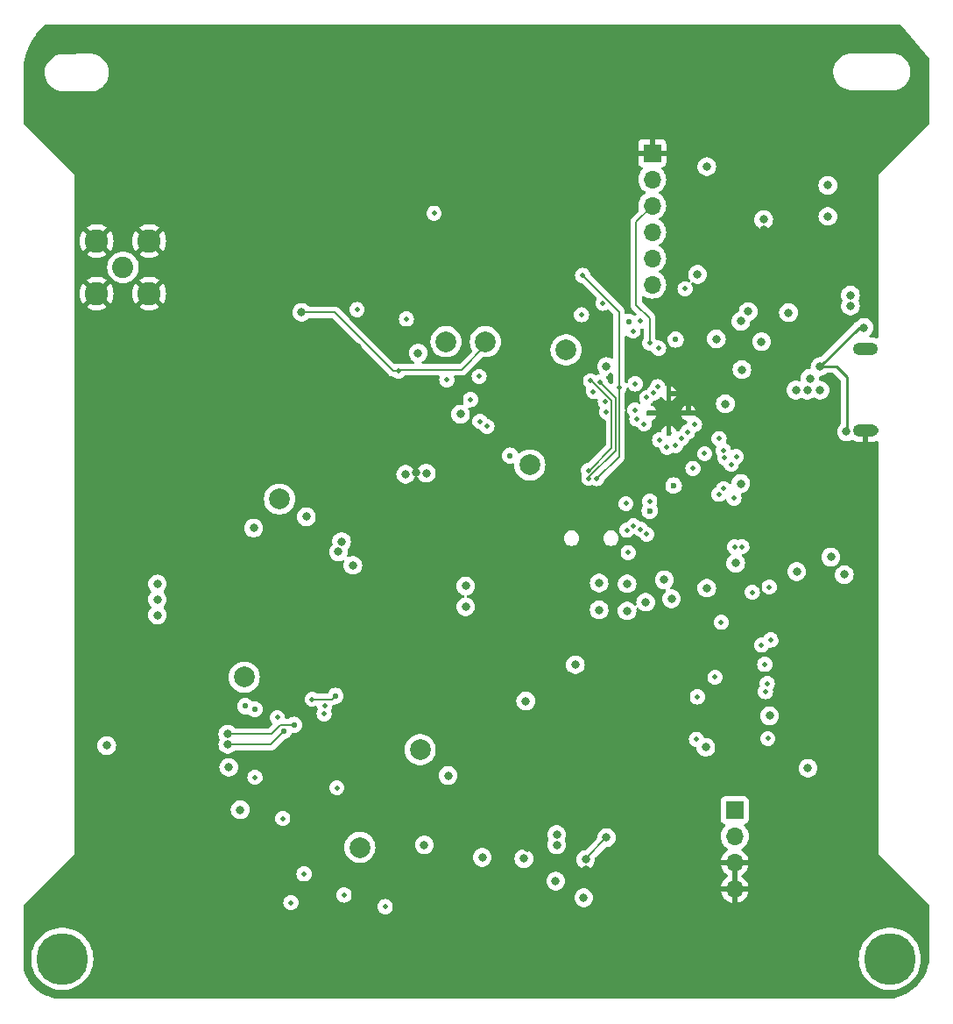
<source format=gbr>
%TF.GenerationSoftware,KiCad,Pcbnew,8.0.2-1*%
%TF.CreationDate,2024-09-20T01:44:26+01:00*%
%TF.ProjectId,FC_V4c_Express,46435f56-3463-45f4-9578-70726573732e,rev?*%
%TF.SameCoordinates,Original*%
%TF.FileFunction,Copper,L2,Inr*%
%TF.FilePolarity,Positive*%
%FSLAX46Y46*%
G04 Gerber Fmt 4.6, Leading zero omitted, Abs format (unit mm)*
G04 Created by KiCad (PCBNEW 8.0.2-1) date 2024-09-20 01:44:26*
%MOMM*%
%LPD*%
G01*
G04 APERTURE LIST*
%TA.AperFunction,ComponentPad*%
%ADD10R,1.700000X1.700000*%
%TD*%
%TA.AperFunction,ComponentPad*%
%ADD11O,1.700000X1.700000*%
%TD*%
%TA.AperFunction,ComponentPad*%
%ADD12C,2.050000*%
%TD*%
%TA.AperFunction,ComponentPad*%
%ADD13C,2.250000*%
%TD*%
%TA.AperFunction,ComponentPad*%
%ADD14C,2.000000*%
%TD*%
%TA.AperFunction,ComponentPad*%
%ADD15C,5.000000*%
%TD*%
%TA.AperFunction,ComponentPad*%
%ADD16C,0.500000*%
%TD*%
%TA.AperFunction,ComponentPad*%
%ADD17O,2.416000X1.208000*%
%TD*%
%TA.AperFunction,ViaPad*%
%ADD18C,0.800000*%
%TD*%
%TA.AperFunction,ViaPad*%
%ADD19C,0.600000*%
%TD*%
%TA.AperFunction,ViaPad*%
%ADD20C,0.460000*%
%TD*%
%TA.AperFunction,ViaPad*%
%ADD21C,0.560000*%
%TD*%
%TA.AperFunction,Conductor*%
%ADD22C,0.200000*%
%TD*%
%TA.AperFunction,Conductor*%
%ADD23C,0.250000*%
%TD*%
%TA.AperFunction,Conductor*%
%ADD24C,0.127000*%
%TD*%
%TA.AperFunction,Conductor*%
%ADD25C,0.152400*%
%TD*%
G04 APERTURE END LIST*
D10*
%TO.N,VBATT*%
%TO.C,J10*%
X212300000Y-123620000D03*
D11*
X212300000Y-126160000D03*
%TO.N,GND*%
X212300000Y-128700000D03*
X212300000Y-131240000D03*
%TD*%
D12*
%TO.N,Net-(J6-In)*%
%TO.C,J6*%
X153170000Y-71210000D03*
D13*
%TO.N,GND*%
X150630000Y-68670000D03*
X150630000Y-73750000D03*
X155710000Y-68670000D03*
X155710000Y-73750000D03*
%TD*%
D14*
%TO.N,Net-(U9-RESET)*%
%TO.C,TP3*%
X164900000Y-110800000D03*
%TD*%
%TO.N,Net-(IC3-EVI)*%
%TO.C,TP6*%
X168300000Y-93600000D03*
%TD*%
D15*
%TO.N,N/C*%
%TO.C,H2*%
X227300000Y-138000000D03*
%TD*%
D14*
%TO.N,+5V*%
%TO.C,TP5*%
X181900000Y-117800000D03*
%TD*%
D15*
%TO.N,N/C*%
%TO.C,H1*%
X147300000Y-138000000D03*
%TD*%
D14*
%TO.N,Net-(U9-STBY)*%
%TO.C,TP4*%
X176067500Y-127240000D03*
%TD*%
%TO.N,FC_RESET*%
%TO.C,TP2*%
X192500000Y-90300000D03*
%TD*%
%TO.N,RF1_IO0*%
%TO.C,TP8*%
X188200000Y-78400000D03*
%TD*%
D16*
%TO.N,GND*%
%TO.C,IC1*%
X205930000Y-83400812D03*
X204020812Y-85310000D03*
X207839188Y-85310000D03*
X205930000Y-87219188D03*
%TD*%
D14*
%TO.N,RF1_IO4*%
%TO.C,TP7*%
X184400000Y-78400000D03*
%TD*%
%TO.N,D3*%
%TO.C,TP1*%
X196000000Y-79200000D03*
%TD*%
D17*
%TO.N,GND*%
%TO.C,J8*%
X224920000Y-86970000D03*
%TO.N,N/C*%
X224920000Y-79070000D03*
%TD*%
D10*
%TO.N,GND*%
%TO.C,J3*%
X204330000Y-60190000D03*
D11*
%TO.N,TX*%
X204330000Y-62730000D03*
%TO.N,RX*%
X204330000Y-65270000D03*
%TO.N,SCL1*%
X204330000Y-67810000D03*
%TO.N,SDA1*%
X204330000Y-70350000D03*
%TO.N,3.3V*%
X204330000Y-72890000D03*
%TD*%
D18*
%TO.N,VBATT*%
X196900000Y-109600000D03*
%TO.N,GND*%
X205100000Y-126200000D03*
X205400000Y-107800000D03*
X197700000Y-105400000D03*
X197100000Y-121500000D03*
%TO.N,Net-(JP2-A)*%
X192100000Y-113100000D03*
%TO.N,GND*%
X192237347Y-127262653D03*
%TO.N,/WDT-VIN*%
X199900000Y-126300000D03*
%TO.N,GND*%
X205400000Y-114000000D03*
X205400000Y-120600000D03*
%TO.N,WDT_WDI*%
X205500000Y-101400000D03*
%TO.N,GND*%
X197900000Y-129400000D03*
X194400000Y-120600000D03*
%TO.N,Net-(JP2-A)*%
X191928663Y-128320001D03*
%TO.N,GND*%
X205500001Y-133200000D03*
X204000000Y-133000000D03*
X191300000Y-117800000D03*
X191300000Y-119300000D03*
%TO.N,/WDT-VP*%
X197700000Y-132100000D03*
X195100000Y-126000000D03*
%TO.N,/WDT-VIN*%
X195100000Y-127000000D03*
X197900001Y-128400000D03*
X195000000Y-130500000D03*
X187899999Y-128200001D03*
%TO.N,GND*%
X182000000Y-97000000D03*
D19*
X153230000Y-62770000D03*
D20*
X171117500Y-119010000D03*
D18*
X185300000Y-96900000D03*
D20*
X171077500Y-120610000D03*
D18*
X161300000Y-102700000D03*
X213300000Y-83200000D03*
D19*
X159110000Y-58990000D03*
D18*
X216800000Y-106900000D03*
X193900000Y-60000000D03*
D19*
X152860000Y-64860000D03*
D18*
X200500000Y-101600000D03*
D20*
X172267500Y-133070000D03*
D18*
X212700000Y-61900000D03*
D20*
X168667500Y-119030000D03*
D19*
X154870000Y-65870000D03*
X151810000Y-60210000D03*
D18*
X171400000Y-86100000D03*
D21*
X194100000Y-86800000D03*
D18*
X174000000Y-95100000D03*
X181500000Y-102500000D03*
X175800000Y-78900000D03*
D19*
X164430000Y-59240000D03*
D18*
X161500000Y-91200000D03*
D20*
X175957500Y-130250000D03*
X184610000Y-84030000D03*
X179007500Y-116450000D03*
X200300000Y-81610000D03*
D18*
X177400000Y-86500000D03*
D19*
X155270000Y-61360000D03*
D18*
X221430000Y-75570000D03*
X209900000Y-75400000D03*
D19*
X153930000Y-65870000D03*
X155250000Y-62360000D03*
X153120000Y-58960000D03*
X164550000Y-61340000D03*
D20*
X185227500Y-127480000D03*
D19*
X158020000Y-58980000D03*
D20*
X178027500Y-124640000D03*
D18*
X213390000Y-77840000D03*
D19*
X164510000Y-60360000D03*
D18*
X168800000Y-65300000D03*
D20*
X182427500Y-120580000D03*
D19*
X154380000Y-58940000D03*
D18*
X174100000Y-96400000D03*
D20*
X215200000Y-84900000D03*
D18*
X179200000Y-97000000D03*
X222660000Y-96000000D03*
D20*
X189950000Y-85580000D03*
X170877500Y-128520000D03*
D19*
X153120000Y-63830000D03*
D20*
X163627500Y-133010000D03*
D18*
X209520000Y-120000000D03*
X177300000Y-107400000D03*
D19*
X153940000Y-66910000D03*
D18*
X216725000Y-69530636D03*
X156500000Y-100300000D03*
X170900000Y-92100000D03*
X218147182Y-70952818D03*
D20*
X167497500Y-128690000D03*
D19*
X210151545Y-91251545D03*
X155580000Y-58990000D03*
D18*
X193625304Y-79900000D03*
X220400000Y-84690000D03*
D20*
X205900000Y-77570000D03*
D18*
X181500000Y-91005000D03*
X215100000Y-67600000D03*
D21*
X199373000Y-86198548D03*
D20*
X174197500Y-125740000D03*
D18*
X171300000Y-107800000D03*
D19*
X162580000Y-58200000D03*
D20*
X221800000Y-102500000D03*
D18*
X216700000Y-61900000D03*
X166000000Y-107100000D03*
X218300000Y-60300000D03*
X220700000Y-70800000D03*
D19*
X151800000Y-61520000D03*
X151920000Y-58970000D03*
X161280000Y-58230000D03*
D20*
X194100000Y-83500000D03*
D19*
X156770000Y-58980000D03*
D18*
X194700000Y-97100000D03*
X176094166Y-76605834D03*
D20*
X168637500Y-120610000D03*
D19*
X163890000Y-58230000D03*
D18*
X217100000Y-96600000D03*
D19*
X155990000Y-65870000D03*
D20*
X202427913Y-91510000D03*
D18*
X206800000Y-76700000D03*
D19*
X159190000Y-60740000D03*
D18*
X189070000Y-95910000D03*
D19*
X160210000Y-58640000D03*
D20*
X188490000Y-83380000D03*
D18*
X166100000Y-86500000D03*
D19*
X152330000Y-66910000D03*
D18*
X220400000Y-87700000D03*
D20*
X212300000Y-87300000D03*
X190080000Y-90960000D03*
D18*
X151500000Y-115300000D03*
X178200000Y-76500000D03*
X161000000Y-96900000D03*
D19*
X152370000Y-65680000D03*
D18*
%TO.N,3.3V*%
X182300000Y-127000000D03*
D20*
X168617500Y-124450000D03*
D18*
X201900000Y-104400000D03*
D20*
X184480000Y-82086500D03*
D18*
X217500000Y-75600000D03*
X186300000Y-104000000D03*
D21*
X206600000Y-78200000D03*
D18*
X186300000Y-102000000D03*
X201900000Y-101775000D03*
X151600000Y-117400000D03*
X180500000Y-91200000D03*
X199200000Y-104300000D03*
D20*
X169407500Y-132570000D03*
X211335156Y-89612344D03*
X210400000Y-110800000D03*
D18*
X164500000Y-123600000D03*
D21*
X165900000Y-113900000D03*
D18*
X184600000Y-120300000D03*
D21*
X190600000Y-89400000D03*
D18*
X209510000Y-117560000D03*
X165800000Y-96400000D03*
D20*
X178517500Y-132960000D03*
X209400000Y-89210328D03*
D18*
X199200000Y-101700000D03*
X222900000Y-100900000D03*
X156500000Y-103300000D03*
X211400000Y-84400000D03*
X181700000Y-79500000D03*
D20*
X188360000Y-86580000D03*
D18*
X170900000Y-95300000D03*
D21*
X202073851Y-76500000D03*
D20*
X202010000Y-98770000D03*
D18*
X213000000Y-81100000D03*
D19*
X206400000Y-92300000D03*
D18*
X215100000Y-66600000D03*
%TO.N,VBUS*%
X220550000Y-80800000D03*
X223100000Y-87100000D03*
X224800000Y-77030000D03*
D20*
%TO.N,VCC_RF1*%
X211000000Y-105500000D03*
D18*
X182500000Y-91100000D03*
D20*
%TO.N,D3*%
X201900000Y-96600000D03*
X199916500Y-85200000D03*
D18*
X208700000Y-71900000D03*
X221300000Y-66300000D03*
D20*
X207500000Y-73300000D03*
%TO.N,ENABLE_BURN {slash} PC*%
X203796738Y-83787000D03*
X210761406Y-93138594D03*
%TO.N,I2C_RESET {slash} VS*%
X202679075Y-82473441D03*
X212226500Y-93500000D03*
%TO.N,ENAB_RF {slash} D2*%
X202500000Y-96200000D03*
X202660000Y-85010000D03*
X208600000Y-116800000D03*
D18*
X219380000Y-119590000D03*
D20*
%TO.N,VBUS_RESET {slash} D4*%
X203200000Y-96500000D03*
X215506396Y-116726396D03*
X202849500Y-85860738D03*
D18*
%TO.N,BURN_RELAY_A {slash} D5*%
X215670000Y-114530688D03*
D20*
X203800000Y-97000000D03*
X208700000Y-112700000D03*
X203550000Y-86350000D03*
%TO.N,D7*%
X215450000Y-111420000D03*
%TO.N,D6*%
X215280000Y-112190000D03*
X214900000Y-107700000D03*
%TO.N,D8*%
X215210000Y-109560000D03*
X215800000Y-107200000D03*
%TO.N,SPI0_CS1*%
X172616007Y-114327687D03*
X208417107Y-86382893D03*
X204087000Y-93800000D03*
D18*
X163400000Y-119500000D03*
D20*
%TO.N,D9*%
X215647500Y-102100000D03*
X214006500Y-102600000D03*
%TO.N,TX*%
X204950000Y-79020000D03*
%TO.N,RX*%
X204070000Y-78550000D03*
%TO.N,SPI0_CS2*%
X210793500Y-87760145D03*
X201790003Y-94040119D03*
X168100000Y-114700000D03*
X172672887Y-113572891D03*
%TO.N,SDA1*%
X203210000Y-76390000D03*
X186770000Y-84000000D03*
D18*
X174300000Y-97700000D03*
X185800000Y-85400000D03*
D20*
%TO.N,SCL1*%
X187678042Y-86101958D03*
D18*
X174000000Y-98700000D03*
D20*
X187600000Y-81760000D03*
X202475000Y-77375000D03*
%TO.N,SDA0*%
X212454906Y-89500000D03*
X204850522Y-82754243D03*
X213000000Y-98200000D03*
%TO.N,SCL0*%
X211961406Y-90238594D03*
X204462067Y-83351099D03*
X212300000Y-98200000D03*
D18*
%TO.N,D0*%
X156500000Y-104800000D03*
D19*
X204098591Y-94722149D03*
D20*
X211200000Y-88900000D03*
D18*
X203700000Y-103552000D03*
%TO.N,FC_RESET*%
X221300000Y-63300000D03*
D20*
X199574500Y-74700000D03*
D18*
X156500000Y-101800000D03*
D20*
X197500000Y-75800000D03*
D18*
X209600000Y-61500000D03*
D20*
%TO.N,SWCLK*%
X205044501Y-87897613D03*
%TO.N,SWDIO*%
X205760000Y-88610000D03*
%TO.N,SPI0_MISO*%
X201127420Y-82797802D03*
X198969818Y-91630182D03*
D21*
X173722995Y-112593495D03*
D20*
X197600000Y-72001499D03*
X171457500Y-112930000D03*
%TO.N,SPI0_CS0*%
X183240000Y-66001499D03*
X180570000Y-76200000D03*
D18*
%TO.N,SPI0_SCK*%
X163300000Y-116300000D03*
D20*
X199292286Y-82307714D03*
X198200000Y-91600000D03*
D21*
X169700000Y-115400000D03*
%TO.N,SPI0_MOSI*%
X168719166Y-116019166D03*
D20*
X198167044Y-90827408D03*
D18*
X163300000Y-117300003D03*
D20*
X198371758Y-82190609D03*
%TO.N,RF1_RST*%
X206570000Y-88420000D03*
D18*
X199900000Y-80800000D03*
D20*
%TO.N,WDT_WDI*%
X208261406Y-90638594D03*
%TO.N,RF1_IO4*%
X198640000Y-83210000D03*
X175800000Y-75300000D03*
X207168321Y-87727200D03*
D18*
%TO.N,RF1_IO0*%
X170439847Y-75560153D03*
D20*
X207730000Y-87140000D03*
X199794371Y-84205629D03*
X179790000Y-81240000D03*
%TO.N,NEOPIX*%
X211239500Y-92600000D03*
D18*
X221600000Y-99200000D03*
%TO.N,/QSPI_DATA[3]*%
X210527330Y-78127330D03*
X213600000Y-75500000D03*
%TO.N,/QSPI_DATA[0]*%
X212900000Y-76423800D03*
X214900000Y-78400000D03*
%TO.N,RTC_INT*%
X212400000Y-99800000D03*
X212890000Y-92100000D03*
X206200000Y-103225000D03*
X175400000Y-100000000D03*
X209600000Y-102200000D03*
%TO.N,USB_D-*%
X223489169Y-74945000D03*
X218210000Y-83080000D03*
X219580000Y-81940000D03*
%TO.N,USB_D+*%
X219320000Y-83080000D03*
X220550000Y-83090000D03*
X223489169Y-73895000D03*
D20*
%TO.N,CANL*%
X170677500Y-129800000D03*
X174537500Y-131840000D03*
D21*
%TO.N,Net-(U9-RESET)*%
X165000000Y-113600000D03*
D20*
%TO.N,TXCAN*%
X165928750Y-120471250D03*
X173847500Y-121480000D03*
D18*
%TO.N,Net-(JP11-B)*%
X218300000Y-100600000D03*
%TD*%
D22*
%TO.N,/WDT-VIN*%
X197900001Y-128299999D02*
X199900000Y-126300000D01*
X197900001Y-128400000D02*
X197900001Y-128299999D01*
D23*
%TO.N,VBUS*%
X224800000Y-77030000D02*
X224320000Y-77030000D01*
X223170000Y-81830000D02*
X222140000Y-80800000D01*
X222140000Y-80800000D02*
X220550000Y-80800000D01*
X223170000Y-87030000D02*
X223170000Y-81830000D01*
X223100000Y-87100000D02*
X223170000Y-87030000D01*
X224320000Y-77030000D02*
X220550000Y-80800000D01*
D24*
%TO.N,RX*%
X202790000Y-74830000D02*
X202790000Y-66810000D01*
X204070000Y-76110000D02*
X202790000Y-74830000D01*
X204070000Y-78550000D02*
X204070000Y-76110000D01*
X202790000Y-66810000D02*
X204330000Y-65270000D01*
%TO.N,SPI0_MISO*%
X198969818Y-91630182D02*
X198979818Y-91630182D01*
X173722995Y-112593495D02*
X173386490Y-112930000D01*
X201127420Y-89482580D02*
X201127420Y-82797802D01*
X198979818Y-91630182D02*
X201127420Y-89482580D01*
X173386490Y-112930000D02*
X171457500Y-112930000D01*
X201127420Y-75528919D02*
X201127420Y-82797802D01*
X197600000Y-72001499D02*
X201127420Y-75528919D01*
%TO.N,SPI0_SCK*%
X198200000Y-91492367D02*
X200800420Y-88891947D01*
X199292286Y-82307714D02*
X199319348Y-82280652D01*
D25*
X167500000Y-116300000D02*
X163300000Y-116300000D01*
X169700000Y-115400000D02*
X168400000Y-115400000D01*
X168400000Y-115400000D02*
X167500000Y-116300000D01*
D24*
X198200000Y-91600000D02*
X198200000Y-91492367D01*
X200800420Y-83815848D02*
X199292286Y-82307714D01*
X200800420Y-88891947D02*
X200800420Y-83815848D01*
X199319348Y-82280652D02*
X199392286Y-82280652D01*
%TO.N,SPI0_MOSI*%
X200410000Y-85730000D02*
X200410000Y-86610000D01*
X198371758Y-82190609D02*
X198477266Y-82190609D01*
X200410000Y-84123343D02*
X200410000Y-85730000D01*
X198371758Y-82190609D02*
X198379391Y-82190609D01*
X198248722Y-90827408D02*
X200410000Y-88666130D01*
X198167044Y-90827408D02*
X198248722Y-90827408D01*
X198477266Y-82190609D02*
X200410000Y-84123343D01*
D25*
X163300000Y-117300003D02*
X167438329Y-117300003D01*
X167438329Y-117300003D02*
X168719166Y-116019166D01*
D24*
X200410000Y-88666130D02*
X200410000Y-86610000D01*
X200410000Y-86610000D02*
X200410000Y-86670000D01*
X198379391Y-82190609D02*
X198400000Y-82170000D01*
%TO.N,RF1_IO0*%
X185900000Y-81100000D02*
X188200000Y-78800000D01*
X188200000Y-78800000D02*
X188200000Y-78400000D01*
X179340000Y-81240000D02*
X179790000Y-81240000D01*
X170439847Y-75560153D02*
X173660153Y-75560153D01*
X173660153Y-75560153D02*
X179340000Y-81240000D01*
X179790000Y-81240000D02*
X179930000Y-81100000D01*
X179930000Y-81100000D02*
X185900000Y-81100000D01*
%TD*%
%TA.AperFunction,Conductor*%
%TO.N,GND*%
G36*
X212550000Y-130806988D02*
G01*
X212492993Y-130774075D01*
X212365826Y-130740000D01*
X212234174Y-130740000D01*
X212107007Y-130774075D01*
X212050000Y-130806988D01*
X212050000Y-129133012D01*
X212107007Y-129165925D01*
X212234174Y-129200000D01*
X212365826Y-129200000D01*
X212492993Y-129165925D01*
X212550000Y-129133012D01*
X212550000Y-130806988D01*
G37*
%TD.AperFunction*%
%TA.AperFunction,Conductor*%
G36*
X200500392Y-81566465D02*
G01*
X200549088Y-81616570D01*
X200563420Y-81674439D01*
X200563420Y-82286641D01*
X200544414Y-82352612D01*
X200469080Y-82472507D01*
X200416746Y-82518799D01*
X200347693Y-82529448D01*
X200283844Y-82501073D01*
X200276405Y-82494217D01*
X200050153Y-82267965D01*
X200016668Y-82206642D01*
X200014615Y-82194181D01*
X200008977Y-82144134D01*
X200008976Y-82144131D01*
X200008975Y-82144126D01*
X199954612Y-81988765D01*
X199954606Y-81988753D01*
X199892852Y-81890471D01*
X199873852Y-81823234D01*
X199894220Y-81756399D01*
X199947488Y-81711186D01*
X199988319Y-81702521D01*
X199988178Y-81701180D01*
X199994644Y-81700500D01*
X199994646Y-81700500D01*
X200179803Y-81661144D01*
X200352730Y-81584151D01*
X200366532Y-81574122D01*
X200432338Y-81550641D01*
X200500392Y-81566465D01*
G37*
%TD.AperFunction*%
%TA.AperFunction,Conductor*%
G36*
X228288992Y-47778802D02*
G01*
X228355977Y-47798672D01*
X228384059Y-47823599D01*
X231097683Y-51092546D01*
X231114110Y-51112334D01*
X231141784Y-51176490D01*
X231142700Y-51191536D01*
X231142700Y-57245588D01*
X231123015Y-57312627D01*
X231106381Y-57333269D01*
X226200025Y-62239624D01*
X226200024Y-62239625D01*
X226169500Y-62313316D01*
X226169500Y-77956939D01*
X226149815Y-78023978D01*
X226097011Y-78069733D01*
X226027853Y-78079677D01*
X225989206Y-78067424D01*
X225947981Y-78046419D01*
X225782641Y-77992697D01*
X225653854Y-77972299D01*
X225610926Y-77965500D01*
X225610925Y-77965500D01*
X225426049Y-77965500D01*
X225359010Y-77945815D01*
X225313255Y-77893011D01*
X225303311Y-77823853D01*
X225332336Y-77760297D01*
X225353164Y-77741182D01*
X225372531Y-77727111D01*
X225405871Y-77702888D01*
X225532533Y-77562216D01*
X225627179Y-77398284D01*
X225685674Y-77218256D01*
X225705460Y-77030000D01*
X225685674Y-76841744D01*
X225627179Y-76661716D01*
X225532533Y-76497784D01*
X225405871Y-76357112D01*
X225405870Y-76357111D01*
X225252734Y-76245851D01*
X225252729Y-76245848D01*
X225079807Y-76168857D01*
X225079802Y-76168855D01*
X224934001Y-76137865D01*
X224894646Y-76129500D01*
X224705354Y-76129500D01*
X224672897Y-76136398D01*
X224520197Y-76168855D01*
X224520192Y-76168857D01*
X224347270Y-76245848D01*
X224347265Y-76245851D01*
X224194131Y-76357110D01*
X224194128Y-76357112D01*
X224143992Y-76412793D01*
X224099295Y-76444381D01*
X224023718Y-76475685D01*
X224023714Y-76475687D01*
X223993308Y-76496005D01*
X223983078Y-76502841D01*
X223921268Y-76544140D01*
X223877705Y-76587703D01*
X223834142Y-76631267D01*
X223834139Y-76631270D01*
X220602229Y-79863181D01*
X220540906Y-79896666D01*
X220514548Y-79899500D01*
X220455354Y-79899500D01*
X220422897Y-79906398D01*
X220270197Y-79938855D01*
X220270192Y-79938857D01*
X220097270Y-80015848D01*
X220097265Y-80015851D01*
X219944129Y-80127111D01*
X219817466Y-80267785D01*
X219722821Y-80431715D01*
X219722818Y-80431722D01*
X219664327Y-80611740D01*
X219664326Y-80611744D01*
X219653127Y-80718297D01*
X219644540Y-80800000D01*
X219655317Y-80902539D01*
X219642747Y-80971269D01*
X219595015Y-81022292D01*
X219531996Y-81039500D01*
X219485354Y-81039500D01*
X219467434Y-81043309D01*
X219300197Y-81078855D01*
X219300192Y-81078857D01*
X219127270Y-81155848D01*
X219127265Y-81155851D01*
X218974129Y-81267111D01*
X218847466Y-81407785D01*
X218752821Y-81571715D01*
X218752821Y-81571716D01*
X218694735Y-81750486D01*
X218694326Y-81751744D01*
X218674540Y-81940000D01*
X218690507Y-82091921D01*
X218691907Y-82105236D01*
X218679337Y-82173965D01*
X218631605Y-82224989D01*
X218563865Y-82242107D01*
X218518151Y-82231477D01*
X218489802Y-82218855D01*
X218344001Y-82187865D01*
X218304646Y-82179500D01*
X218115354Y-82179500D01*
X218082897Y-82186398D01*
X217930197Y-82218855D01*
X217930192Y-82218857D01*
X217757270Y-82295848D01*
X217757265Y-82295851D01*
X217604129Y-82407111D01*
X217477466Y-82547785D01*
X217382821Y-82711715D01*
X217382818Y-82711722D01*
X217324327Y-82891740D01*
X217324326Y-82891744D01*
X217304540Y-83080000D01*
X217324326Y-83268256D01*
X217324327Y-83268259D01*
X217382818Y-83448277D01*
X217382821Y-83448284D01*
X217477467Y-83612216D01*
X217539442Y-83681046D01*
X217604129Y-83752888D01*
X217757265Y-83864148D01*
X217757270Y-83864151D01*
X217930192Y-83941142D01*
X217930197Y-83941144D01*
X218115354Y-83980500D01*
X218115355Y-83980500D01*
X218304644Y-83980500D01*
X218304646Y-83980500D01*
X218489803Y-83941144D01*
X218662730Y-83864151D01*
X218692114Y-83842801D01*
X218757921Y-83819322D01*
X218825975Y-83835147D01*
X218837886Y-83842802D01*
X218867271Y-83864152D01*
X219040192Y-83941142D01*
X219040197Y-83941144D01*
X219225354Y-83980500D01*
X219225355Y-83980500D01*
X219414644Y-83980500D01*
X219414646Y-83980500D01*
X219599803Y-83941144D01*
X219772730Y-83864151D01*
X219855234Y-83804208D01*
X219921038Y-83780729D01*
X219989092Y-83796554D01*
X220000992Y-83804201D01*
X220054122Y-83842802D01*
X220097270Y-83874151D01*
X220270192Y-83951142D01*
X220270197Y-83951144D01*
X220455354Y-83990500D01*
X220455355Y-83990500D01*
X220644644Y-83990500D01*
X220644646Y-83990500D01*
X220829803Y-83951144D01*
X221002730Y-83874151D01*
X221155871Y-83762888D01*
X221282533Y-83622216D01*
X221377179Y-83458284D01*
X221435674Y-83278256D01*
X221455460Y-83090000D01*
X221435674Y-82901744D01*
X221377179Y-82721716D01*
X221282533Y-82557784D01*
X221155871Y-82417112D01*
X221155870Y-82417111D01*
X221002734Y-82305851D01*
X221002729Y-82305848D01*
X220829807Y-82228857D01*
X220829802Y-82228855D01*
X220666593Y-82194165D01*
X220644646Y-82189500D01*
X220596952Y-82189500D01*
X220529913Y-82169815D01*
X220484158Y-82117011D01*
X220473631Y-82052542D01*
X220485460Y-81940000D01*
X220474682Y-81837458D01*
X220487251Y-81768732D01*
X220534983Y-81717708D01*
X220598003Y-81700500D01*
X220644644Y-81700500D01*
X220644646Y-81700500D01*
X220829803Y-81661144D01*
X221002730Y-81584151D01*
X221155871Y-81472888D01*
X221158788Y-81469647D01*
X221161600Y-81466526D01*
X221221087Y-81429879D01*
X221253748Y-81425500D01*
X221829548Y-81425500D01*
X221896587Y-81445185D01*
X221917229Y-81461819D01*
X222508181Y-82052771D01*
X222541666Y-82114094D01*
X222544500Y-82140452D01*
X222544500Y-86327334D01*
X222524815Y-86394373D01*
X222498487Y-86422251D01*
X222498953Y-86422769D01*
X222494123Y-86427116D01*
X222367466Y-86567785D01*
X222272821Y-86731715D01*
X222272818Y-86731722D01*
X222214327Y-86911740D01*
X222214326Y-86911744D01*
X222194540Y-87100000D01*
X222214326Y-87288256D01*
X222214327Y-87288259D01*
X222272818Y-87468277D01*
X222272821Y-87468284D01*
X222367467Y-87632216D01*
X222428451Y-87699945D01*
X222494129Y-87772888D01*
X222647265Y-87884148D01*
X222647270Y-87884151D01*
X222820192Y-87961142D01*
X222820197Y-87961144D01*
X223005354Y-88000500D01*
X223005355Y-88000500D01*
X223194644Y-88000500D01*
X223194646Y-88000500D01*
X223379803Y-87961144D01*
X223552730Y-87884151D01*
X223552738Y-87884144D01*
X223558357Y-87880902D01*
X223559175Y-87882320D01*
X223617257Y-87861586D01*
X223685313Y-87877400D01*
X223697242Y-87885065D01*
X223737377Y-87914225D01*
X223892206Y-87993115D01*
X224057478Y-88046816D01*
X224229108Y-88074000D01*
X224670000Y-88074000D01*
X224670000Y-87320000D01*
X225170000Y-87320000D01*
X225170000Y-88074000D01*
X225610892Y-88074000D01*
X225782521Y-88046816D01*
X225947795Y-87993114D01*
X225989204Y-87972015D01*
X226057873Y-87959118D01*
X226122614Y-87985394D01*
X226162871Y-88042499D01*
X226169500Y-88082499D01*
X226169500Y-127776683D01*
X226200024Y-127850374D01*
X231106381Y-132756731D01*
X231139866Y-132818054D01*
X231142700Y-132844412D01*
X231142700Y-138046741D01*
X231140771Y-138068529D01*
X231077299Y-138424135D01*
X231074945Y-138434656D01*
X230976741Y-138798544D01*
X230973482Y-138808820D01*
X230844045Y-139162797D01*
X230839906Y-139172751D01*
X230680211Y-139514151D01*
X230675223Y-139523708D01*
X230486480Y-139849943D01*
X230480681Y-139859031D01*
X230264316Y-140167639D01*
X230257750Y-140176189D01*
X230015386Y-140464852D01*
X230008101Y-140472799D01*
X229741599Y-140739301D01*
X229733652Y-140746586D01*
X229444989Y-140988950D01*
X229436439Y-140995516D01*
X229127831Y-141211881D01*
X229118743Y-141217680D01*
X228792508Y-141406423D01*
X228782951Y-141411411D01*
X228441551Y-141571106D01*
X228431597Y-141575245D01*
X228077620Y-141704682D01*
X228067344Y-141707941D01*
X227703456Y-141806145D01*
X227692935Y-141808499D01*
X227337329Y-141871971D01*
X227315541Y-141873900D01*
X147394490Y-141873900D01*
X147387098Y-141873227D01*
X147343153Y-141873878D01*
X147337326Y-141873828D01*
X146980930Y-141862350D01*
X146969309Y-141861427D01*
X146618481Y-141816901D01*
X146606997Y-141814891D01*
X146261902Y-141737616D01*
X146250659Y-141734537D01*
X146158830Y-141704682D01*
X145914340Y-141625194D01*
X145903440Y-141621074D01*
X145741158Y-141550852D01*
X145578882Y-141480632D01*
X145568413Y-141475505D01*
X145258472Y-141305202D01*
X145248530Y-141299114D01*
X144955953Y-141100457D01*
X144946628Y-141093463D01*
X144687445Y-140879319D01*
X144674002Y-140868212D01*
X144665375Y-140860374D01*
X144415102Y-140610509D01*
X144407249Y-140601894D01*
X144181553Y-140329638D01*
X144174543Y-140320323D01*
X143975410Y-140028071D01*
X143969306Y-140018139D01*
X143798503Y-139708488D01*
X143793358Y-139698027D01*
X143713435Y-139514151D01*
X143652378Y-139373678D01*
X143648247Y-139362800D01*
X143552391Y-139069595D01*
X143549839Y-139061789D01*
X143543700Y-139023257D01*
X143543700Y-137999996D01*
X144294415Y-137999996D01*
X144294415Y-138000003D01*
X144314738Y-138348927D01*
X144314739Y-138348938D01*
X144375428Y-138693127D01*
X144375430Y-138693134D01*
X144475674Y-139027972D01*
X144614107Y-139348895D01*
X144614113Y-139348908D01*
X144788870Y-139651597D01*
X144997584Y-139931949D01*
X144997589Y-139931955D01*
X145078900Y-140018139D01*
X145237442Y-140186183D01*
X145397304Y-140320323D01*
X145505186Y-140410847D01*
X145505194Y-140410853D01*
X145797203Y-140602911D01*
X145797207Y-140602913D01*
X146109549Y-140759777D01*
X146437989Y-140879319D01*
X146778086Y-140959923D01*
X147125241Y-141000500D01*
X147125248Y-141000500D01*
X147474752Y-141000500D01*
X147474759Y-141000500D01*
X147821914Y-140959923D01*
X148162011Y-140879319D01*
X148490451Y-140759777D01*
X148802793Y-140602913D01*
X149094811Y-140410849D01*
X149362558Y-140186183D01*
X149602412Y-139931953D01*
X149811130Y-139651596D01*
X149985889Y-139348904D01*
X150124326Y-139027971D01*
X150224569Y-138693136D01*
X150285262Y-138348927D01*
X150305585Y-138000000D01*
X150305585Y-137999996D01*
X224294415Y-137999996D01*
X224294415Y-138000003D01*
X224314738Y-138348927D01*
X224314739Y-138348938D01*
X224375428Y-138693127D01*
X224375430Y-138693134D01*
X224475674Y-139027972D01*
X224614107Y-139348895D01*
X224614113Y-139348908D01*
X224788870Y-139651597D01*
X224997584Y-139931949D01*
X224997589Y-139931955D01*
X225078900Y-140018139D01*
X225237442Y-140186183D01*
X225397304Y-140320323D01*
X225505186Y-140410847D01*
X225505194Y-140410853D01*
X225797203Y-140602911D01*
X225797207Y-140602913D01*
X226109549Y-140759777D01*
X226437989Y-140879319D01*
X226778086Y-140959923D01*
X227125241Y-141000500D01*
X227125248Y-141000500D01*
X227474752Y-141000500D01*
X227474759Y-141000500D01*
X227821914Y-140959923D01*
X228162011Y-140879319D01*
X228490451Y-140759777D01*
X228802793Y-140602913D01*
X229094811Y-140410849D01*
X229362558Y-140186183D01*
X229602412Y-139931953D01*
X229811130Y-139651596D01*
X229985889Y-139348904D01*
X230124326Y-139027971D01*
X230224569Y-138693136D01*
X230285262Y-138348927D01*
X230305585Y-138000000D01*
X230285262Y-137651073D01*
X230285260Y-137651061D01*
X230224571Y-137306872D01*
X230224569Y-137306865D01*
X230124325Y-136972027D01*
X229985892Y-136651104D01*
X229985889Y-136651096D01*
X229811130Y-136348404D01*
X229811129Y-136348402D01*
X229602415Y-136068050D01*
X229602410Y-136068044D01*
X229486433Y-135945117D01*
X229362558Y-135813817D01*
X229214488Y-135689572D01*
X229094813Y-135589152D01*
X229094805Y-135589146D01*
X228802796Y-135397088D01*
X228490458Y-135240226D01*
X228490452Y-135240223D01*
X228162012Y-135120681D01*
X228162009Y-135120680D01*
X227821915Y-135040077D01*
X227778519Y-135035004D01*
X227474759Y-134999500D01*
X227125241Y-134999500D01*
X226821480Y-135035004D01*
X226778085Y-135040077D01*
X226778083Y-135040077D01*
X226437990Y-135120680D01*
X226437987Y-135120681D01*
X226109547Y-135240223D01*
X226109541Y-135240226D01*
X225797203Y-135397088D01*
X225505194Y-135589146D01*
X225505186Y-135589152D01*
X225237442Y-135813817D01*
X225237440Y-135813819D01*
X224997589Y-136068044D01*
X224997584Y-136068050D01*
X224788870Y-136348402D01*
X224614113Y-136651091D01*
X224614107Y-136651104D01*
X224475674Y-136972027D01*
X224375430Y-137306865D01*
X224375428Y-137306872D01*
X224314739Y-137651061D01*
X224314738Y-137651072D01*
X224294415Y-137999996D01*
X150305585Y-137999996D01*
X150285262Y-137651073D01*
X150285260Y-137651061D01*
X150224571Y-137306872D01*
X150224569Y-137306865D01*
X150124325Y-136972027D01*
X149985892Y-136651104D01*
X149985889Y-136651096D01*
X149811130Y-136348404D01*
X149811129Y-136348402D01*
X149602415Y-136068050D01*
X149602410Y-136068044D01*
X149486433Y-135945117D01*
X149362558Y-135813817D01*
X149214488Y-135689572D01*
X149094813Y-135589152D01*
X149094805Y-135589146D01*
X148802796Y-135397088D01*
X148490458Y-135240226D01*
X148490452Y-135240223D01*
X148162012Y-135120681D01*
X148162009Y-135120680D01*
X147821915Y-135040077D01*
X147778519Y-135035004D01*
X147474759Y-134999500D01*
X147125241Y-134999500D01*
X146821480Y-135035004D01*
X146778085Y-135040077D01*
X146778083Y-135040077D01*
X146437990Y-135120680D01*
X146437987Y-135120681D01*
X146109547Y-135240223D01*
X146109541Y-135240226D01*
X145797203Y-135397088D01*
X145505194Y-135589146D01*
X145505186Y-135589152D01*
X145237442Y-135813817D01*
X145237440Y-135813819D01*
X144997589Y-136068044D01*
X144997584Y-136068050D01*
X144788870Y-136348402D01*
X144614113Y-136651091D01*
X144614107Y-136651104D01*
X144475674Y-136972027D01*
X144375430Y-137306865D01*
X144375428Y-137306872D01*
X144314739Y-137651061D01*
X144314738Y-137651072D01*
X144294415Y-137999996D01*
X143543700Y-137999996D01*
X143543700Y-132844412D01*
X143563385Y-132777373D01*
X143580019Y-132756731D01*
X143766754Y-132569996D01*
X168672378Y-132569996D01*
X168672378Y-132570003D01*
X168690807Y-132733574D01*
X168745176Y-132888953D01*
X168745177Y-132888955D01*
X168745178Y-132888957D01*
X168832758Y-133028341D01*
X168949159Y-133144742D01*
X169088543Y-133232322D01*
X169243920Y-133286691D01*
X169243923Y-133286691D01*
X169243925Y-133286692D01*
X169407496Y-133305122D01*
X169407500Y-133305122D01*
X169407504Y-133305122D01*
X169571074Y-133286692D01*
X169571075Y-133286691D01*
X169571080Y-133286691D01*
X169726457Y-133232322D01*
X169865841Y-133144742D01*
X169982242Y-133028341D01*
X170025186Y-132959996D01*
X177782378Y-132959996D01*
X177782378Y-132960003D01*
X177800807Y-133123574D01*
X177855176Y-133278953D01*
X177855177Y-133278955D01*
X177855178Y-133278957D01*
X177942758Y-133418341D01*
X178059159Y-133534742D01*
X178198543Y-133622322D01*
X178353920Y-133676691D01*
X178353923Y-133676691D01*
X178353925Y-133676692D01*
X178517496Y-133695122D01*
X178517500Y-133695122D01*
X178517504Y-133695122D01*
X178681074Y-133676692D01*
X178681075Y-133676691D01*
X178681080Y-133676691D01*
X178836457Y-133622322D01*
X178975841Y-133534742D01*
X179092242Y-133418341D01*
X179179822Y-133278957D01*
X179234191Y-133123580D01*
X179252493Y-132961144D01*
X179252622Y-132960003D01*
X179252622Y-132959996D01*
X179234192Y-132796425D01*
X179234191Y-132796423D01*
X179234191Y-132796420D01*
X179179822Y-132641043D01*
X179092242Y-132501659D01*
X178975841Y-132385258D01*
X178836457Y-132297678D01*
X178836456Y-132297677D01*
X178836455Y-132297677D01*
X178836453Y-132297676D01*
X178681074Y-132243307D01*
X178517504Y-132224878D01*
X178517496Y-132224878D01*
X178353925Y-132243307D01*
X178198546Y-132297676D01*
X178198544Y-132297677D01*
X178059158Y-132385258D01*
X177942758Y-132501658D01*
X177855177Y-132641044D01*
X177855176Y-132641046D01*
X177800807Y-132796425D01*
X177782378Y-132959996D01*
X170025186Y-132959996D01*
X170069822Y-132888957D01*
X170124191Y-132733580D01*
X170124192Y-132733574D01*
X170142622Y-132570003D01*
X170142622Y-132569996D01*
X170124192Y-132406425D01*
X170124191Y-132406423D01*
X170124191Y-132406420D01*
X170069822Y-132251043D01*
X169982242Y-132111659D01*
X169865841Y-131995258D01*
X169726457Y-131907678D01*
X169726456Y-131907677D01*
X169726455Y-131907677D01*
X169726453Y-131907676D01*
X169571074Y-131853307D01*
X169452930Y-131839996D01*
X173802378Y-131839996D01*
X173802378Y-131840003D01*
X173820807Y-132003574D01*
X173875176Y-132158953D01*
X173875177Y-132158955D01*
X173875178Y-132158957D01*
X173962758Y-132298341D01*
X174079159Y-132414742D01*
X174218543Y-132502322D01*
X174373920Y-132556691D01*
X174373923Y-132556691D01*
X174373925Y-132556692D01*
X174537496Y-132575122D01*
X174537500Y-132575122D01*
X174537504Y-132575122D01*
X174701074Y-132556692D01*
X174701075Y-132556691D01*
X174701080Y-132556691D01*
X174856457Y-132502322D01*
X174995841Y-132414742D01*
X175112242Y-132298341D01*
X175199822Y-132158957D01*
X175220452Y-132100000D01*
X196794540Y-132100000D01*
X196814326Y-132288256D01*
X196814327Y-132288259D01*
X196872818Y-132468277D01*
X196872821Y-132468284D01*
X196967467Y-132632216D01*
X197058736Y-132733580D01*
X197094129Y-132772888D01*
X197247265Y-132884148D01*
X197247270Y-132884151D01*
X197420192Y-132961142D01*
X197420197Y-132961144D01*
X197605354Y-133000500D01*
X197605355Y-133000500D01*
X197794644Y-133000500D01*
X197794646Y-133000500D01*
X197979803Y-132961144D01*
X198152730Y-132884151D01*
X198305871Y-132772888D01*
X198432533Y-132632216D01*
X198527179Y-132468284D01*
X198585674Y-132288256D01*
X198605460Y-132100000D01*
X198585674Y-131911744D01*
X198527179Y-131731716D01*
X198432533Y-131567784D01*
X198305871Y-131427112D01*
X198269243Y-131400500D01*
X198152734Y-131315851D01*
X198152729Y-131315848D01*
X197979807Y-131238857D01*
X197979802Y-131238855D01*
X197834001Y-131207865D01*
X197794646Y-131199500D01*
X197605354Y-131199500D01*
X197572897Y-131206398D01*
X197420197Y-131238855D01*
X197420192Y-131238857D01*
X197247270Y-131315848D01*
X197247265Y-131315851D01*
X197094129Y-131427111D01*
X196967466Y-131567785D01*
X196872821Y-131731715D01*
X196872818Y-131731722D01*
X196815647Y-131907677D01*
X196814326Y-131911744D01*
X196794540Y-132100000D01*
X175220452Y-132100000D01*
X175254191Y-132003580D01*
X175263881Y-131917578D01*
X175272622Y-131840003D01*
X175272622Y-131839996D01*
X175254192Y-131676425D01*
X175254191Y-131676423D01*
X175254191Y-131676420D01*
X175199822Y-131521043D01*
X175112242Y-131381659D01*
X174995841Y-131265258D01*
X174856457Y-131177678D01*
X174856456Y-131177677D01*
X174856455Y-131177677D01*
X174856453Y-131177676D01*
X174701074Y-131123307D01*
X174537504Y-131104878D01*
X174537496Y-131104878D01*
X174373925Y-131123307D01*
X174218546Y-131177676D01*
X174218544Y-131177677D01*
X174079158Y-131265258D01*
X173962758Y-131381658D01*
X173875177Y-131521044D01*
X173875176Y-131521046D01*
X173820807Y-131676425D01*
X173802378Y-131839996D01*
X169452930Y-131839996D01*
X169407504Y-131834878D01*
X169407496Y-131834878D01*
X169243925Y-131853307D01*
X169088546Y-131907676D01*
X169088544Y-131907677D01*
X168949158Y-131995258D01*
X168832758Y-132111658D01*
X168745177Y-132251044D01*
X168745176Y-132251046D01*
X168690807Y-132406425D01*
X168672378Y-132569996D01*
X143766754Y-132569996D01*
X146025010Y-130311740D01*
X146536754Y-129799996D01*
X169942378Y-129799996D01*
X169942378Y-129800003D01*
X169960807Y-129963574D01*
X170015176Y-130118953D01*
X170015177Y-130118955D01*
X170015178Y-130118957D01*
X170102758Y-130258341D01*
X170219159Y-130374742D01*
X170358543Y-130462322D01*
X170513920Y-130516691D01*
X170513923Y-130516691D01*
X170513925Y-130516692D01*
X170677496Y-130535122D01*
X170677500Y-130535122D01*
X170677504Y-130535122D01*
X170841074Y-130516692D01*
X170841075Y-130516691D01*
X170841080Y-130516691D01*
X170888780Y-130500000D01*
X194094540Y-130500000D01*
X194114326Y-130688256D01*
X194114327Y-130688259D01*
X194172818Y-130868277D01*
X194172821Y-130868284D01*
X194267467Y-131032216D01*
X194349486Y-131123307D01*
X194394129Y-131172888D01*
X194547265Y-131284148D01*
X194547270Y-131284151D01*
X194720192Y-131361142D01*
X194720197Y-131361144D01*
X194905354Y-131400500D01*
X194905355Y-131400500D01*
X195094644Y-131400500D01*
X195094646Y-131400500D01*
X195279803Y-131361144D01*
X195452730Y-131284151D01*
X195605871Y-131172888D01*
X195732533Y-131032216D01*
X195827179Y-130868284D01*
X195885674Y-130688256D01*
X195905460Y-130500000D01*
X195885674Y-130311744D01*
X195827179Y-130131716D01*
X195732533Y-129967784D01*
X195605871Y-129827112D01*
X195568559Y-129800003D01*
X195452734Y-129715851D01*
X195452729Y-129715848D01*
X195279807Y-129638857D01*
X195279802Y-129638855D01*
X195134001Y-129607865D01*
X195094646Y-129599500D01*
X194905354Y-129599500D01*
X194872897Y-129606398D01*
X194720197Y-129638855D01*
X194720192Y-129638857D01*
X194547270Y-129715848D01*
X194547265Y-129715851D01*
X194394129Y-129827111D01*
X194267466Y-129967785D01*
X194172821Y-130131715D01*
X194172818Y-130131722D01*
X194114327Y-130311740D01*
X194114326Y-130311744D01*
X194094540Y-130500000D01*
X170888780Y-130500000D01*
X170996457Y-130462322D01*
X171135841Y-130374742D01*
X171252242Y-130258341D01*
X171339822Y-130118957D01*
X171394191Y-129963580D01*
X171398763Y-129923003D01*
X171412622Y-129800003D01*
X171412622Y-129799996D01*
X171394192Y-129636425D01*
X171394191Y-129636423D01*
X171394191Y-129636420D01*
X171339822Y-129481043D01*
X171252242Y-129341659D01*
X171135841Y-129225258D01*
X170996457Y-129137678D01*
X170996456Y-129137677D01*
X170996455Y-129137677D01*
X170996453Y-129137676D01*
X170841074Y-129083307D01*
X170677504Y-129064878D01*
X170677496Y-129064878D01*
X170513925Y-129083307D01*
X170358546Y-129137676D01*
X170358544Y-129137677D01*
X170219158Y-129225258D01*
X170102758Y-129341658D01*
X170015177Y-129481044D01*
X170015176Y-129481046D01*
X169960807Y-129636425D01*
X169942378Y-129799996D01*
X146536754Y-129799996D01*
X148489976Y-127846774D01*
X148520500Y-127773082D01*
X148520500Y-127693318D01*
X148520500Y-127239994D01*
X174561857Y-127239994D01*
X174561857Y-127240005D01*
X174582390Y-127487812D01*
X174582392Y-127487824D01*
X174643436Y-127728881D01*
X174743326Y-127956606D01*
X174879333Y-128164782D01*
X174879336Y-128164785D01*
X175047756Y-128347738D01*
X175243991Y-128500474D01*
X175462690Y-128618828D01*
X175697886Y-128699571D01*
X175943165Y-128740500D01*
X176191835Y-128740500D01*
X176437114Y-128699571D01*
X176672310Y-128618828D01*
X176891009Y-128500474D01*
X177087244Y-128347738D01*
X177223245Y-128200001D01*
X186994539Y-128200001D01*
X187014325Y-128388257D01*
X187014326Y-128388260D01*
X187072817Y-128568278D01*
X187072820Y-128568285D01*
X187167466Y-128732217D01*
X187275513Y-128852215D01*
X187294128Y-128872889D01*
X187447264Y-128984149D01*
X187447269Y-128984152D01*
X187620191Y-129061143D01*
X187620196Y-129061145D01*
X187805353Y-129100501D01*
X187805354Y-129100501D01*
X187994643Y-129100501D01*
X187994645Y-129100501D01*
X188179802Y-129061145D01*
X188352729Y-128984152D01*
X188505870Y-128872889D01*
X188632532Y-128732217D01*
X188727178Y-128568285D01*
X188785673Y-128388257D01*
X188792847Y-128320001D01*
X191023203Y-128320001D01*
X191042989Y-128508257D01*
X191042990Y-128508260D01*
X191101481Y-128688278D01*
X191101484Y-128688285D01*
X191196130Y-128852217D01*
X191314922Y-128984149D01*
X191322792Y-128992889D01*
X191475928Y-129104149D01*
X191475933Y-129104152D01*
X191648855Y-129181143D01*
X191648860Y-129181145D01*
X191834017Y-129220501D01*
X191834018Y-129220501D01*
X192023307Y-129220501D01*
X192023309Y-129220501D01*
X192208466Y-129181145D01*
X192381393Y-129104152D01*
X192534534Y-128992889D01*
X192661196Y-128852217D01*
X192755842Y-128688285D01*
X192814337Y-128508257D01*
X192825715Y-128400000D01*
X196994541Y-128400000D01*
X197014327Y-128588256D01*
X197014328Y-128588259D01*
X197072819Y-128768277D01*
X197072822Y-128768284D01*
X197167468Y-128932216D01*
X197283555Y-129061143D01*
X197294130Y-129072888D01*
X197447266Y-129184148D01*
X197447271Y-129184151D01*
X197620193Y-129261142D01*
X197620198Y-129261144D01*
X197805355Y-129300500D01*
X197805356Y-129300500D01*
X197994645Y-129300500D01*
X197994647Y-129300500D01*
X198179804Y-129261144D01*
X198352731Y-129184151D01*
X198505872Y-129072888D01*
X198632534Y-128932216D01*
X198727180Y-128768284D01*
X198785675Y-128588256D01*
X198805461Y-128400000D01*
X198796784Y-128317448D01*
X198809353Y-128248723D01*
X198832421Y-128216813D01*
X199812417Y-127236819D01*
X199873740Y-127203334D01*
X199900098Y-127200500D01*
X199994644Y-127200500D01*
X199994646Y-127200500D01*
X200179803Y-127161144D01*
X200352730Y-127084151D01*
X200505871Y-126972888D01*
X200632533Y-126832216D01*
X200727179Y-126668284D01*
X200785674Y-126488256D01*
X200805460Y-126300000D01*
X200790746Y-126159999D01*
X210944341Y-126159999D01*
X210944341Y-126160000D01*
X210964936Y-126395403D01*
X210964938Y-126395413D01*
X211026094Y-126623655D01*
X211026096Y-126623659D01*
X211026097Y-126623663D01*
X211085531Y-126751119D01*
X211125965Y-126837830D01*
X211125967Y-126837834D01*
X211220534Y-126972888D01*
X211261505Y-127031401D01*
X211428599Y-127198495D01*
X211572850Y-127299501D01*
X211614594Y-127328730D01*
X211658219Y-127383307D01*
X211665413Y-127452805D01*
X211633890Y-127515160D01*
X211614595Y-127531880D01*
X211428922Y-127661890D01*
X211428920Y-127661891D01*
X211261891Y-127828920D01*
X211261886Y-127828926D01*
X211126400Y-128022420D01*
X211126399Y-128022422D01*
X211026570Y-128236507D01*
X211026567Y-128236513D01*
X210969364Y-128449999D01*
X210969364Y-128450000D01*
X211866988Y-128450000D01*
X211834075Y-128507007D01*
X211800000Y-128634174D01*
X211800000Y-128765826D01*
X211834075Y-128892993D01*
X211866988Y-128950000D01*
X210969364Y-128950000D01*
X211026567Y-129163486D01*
X211026570Y-129163492D01*
X211126399Y-129377578D01*
X211261894Y-129571082D01*
X211428917Y-129738105D01*
X211615031Y-129868425D01*
X211658656Y-129923003D01*
X211665848Y-129992501D01*
X211634326Y-130054856D01*
X211615031Y-130071575D01*
X211428922Y-130201890D01*
X211428920Y-130201891D01*
X211261891Y-130368920D01*
X211261886Y-130368926D01*
X211126400Y-130562420D01*
X211126399Y-130562422D01*
X211026570Y-130776507D01*
X211026567Y-130776513D01*
X210969364Y-130989999D01*
X210969364Y-130990000D01*
X211866988Y-130990000D01*
X211834075Y-131047007D01*
X211800000Y-131174174D01*
X211800000Y-131305826D01*
X211834075Y-131432993D01*
X211866988Y-131490000D01*
X210969364Y-131490000D01*
X211026567Y-131703486D01*
X211026570Y-131703492D01*
X211126399Y-131917578D01*
X211261894Y-132111082D01*
X211428917Y-132278105D01*
X211622421Y-132413600D01*
X211836507Y-132513429D01*
X211836516Y-132513433D01*
X212050000Y-132570634D01*
X212050000Y-131673012D01*
X212107007Y-131705925D01*
X212234174Y-131740000D01*
X212365826Y-131740000D01*
X212492993Y-131705925D01*
X212550000Y-131673012D01*
X212550000Y-132570633D01*
X212763483Y-132513433D01*
X212763492Y-132513429D01*
X212977578Y-132413600D01*
X213171082Y-132278105D01*
X213338105Y-132111082D01*
X213473600Y-131917578D01*
X213573429Y-131703492D01*
X213573432Y-131703486D01*
X213630636Y-131490000D01*
X212733012Y-131490000D01*
X212765925Y-131432993D01*
X212800000Y-131305826D01*
X212800000Y-131174174D01*
X212765925Y-131047007D01*
X212733012Y-130990000D01*
X213630636Y-130990000D01*
X213630635Y-130989999D01*
X213573432Y-130776513D01*
X213573429Y-130776507D01*
X213473600Y-130562422D01*
X213473599Y-130562420D01*
X213338113Y-130368926D01*
X213338108Y-130368920D01*
X213171082Y-130201894D01*
X212984968Y-130071575D01*
X212941344Y-130016998D01*
X212934151Y-129947499D01*
X212965673Y-129885145D01*
X212984968Y-129868425D01*
X213171082Y-129738105D01*
X213338105Y-129571082D01*
X213473600Y-129377578D01*
X213573429Y-129163492D01*
X213573432Y-129163486D01*
X213630636Y-128950000D01*
X212733012Y-128950000D01*
X212765925Y-128892993D01*
X212800000Y-128765826D01*
X212800000Y-128634174D01*
X212765925Y-128507007D01*
X212733012Y-128450000D01*
X213630636Y-128450000D01*
X213630635Y-128449999D01*
X213573432Y-128236513D01*
X213573429Y-128236507D01*
X213473600Y-128022422D01*
X213473599Y-128022420D01*
X213338113Y-127828926D01*
X213338108Y-127828920D01*
X213171078Y-127661890D01*
X212985405Y-127531879D01*
X212941780Y-127477302D01*
X212934588Y-127407804D01*
X212966110Y-127345449D01*
X212985406Y-127328730D01*
X213171401Y-127198495D01*
X213338495Y-127031401D01*
X213474035Y-126837830D01*
X213573903Y-126623663D01*
X213635063Y-126395408D01*
X213655659Y-126160000D01*
X213635063Y-125924592D01*
X213573903Y-125696337D01*
X213474035Y-125482171D01*
X213463961Y-125467784D01*
X213338496Y-125288600D01*
X213338495Y-125288599D01*
X213216567Y-125166671D01*
X213183084Y-125105351D01*
X213188068Y-125035659D01*
X213229939Y-124979725D01*
X213260915Y-124962810D01*
X213392331Y-124913796D01*
X213507546Y-124827546D01*
X213593796Y-124712331D01*
X213644091Y-124577483D01*
X213650500Y-124517873D01*
X213650499Y-122722128D01*
X213644091Y-122662517D01*
X213593796Y-122527669D01*
X213593795Y-122527668D01*
X213593793Y-122527664D01*
X213507547Y-122412455D01*
X213507544Y-122412452D01*
X213392335Y-122326206D01*
X213392328Y-122326202D01*
X213257482Y-122275908D01*
X213257483Y-122275908D01*
X213197883Y-122269501D01*
X213197881Y-122269500D01*
X213197873Y-122269500D01*
X213197864Y-122269500D01*
X211402129Y-122269500D01*
X211402123Y-122269501D01*
X211342516Y-122275908D01*
X211207671Y-122326202D01*
X211207664Y-122326206D01*
X211092455Y-122412452D01*
X211092452Y-122412455D01*
X211006206Y-122527664D01*
X211006202Y-122527671D01*
X210955908Y-122662517D01*
X210949501Y-122722116D01*
X210949501Y-122722123D01*
X210949500Y-122722135D01*
X210949500Y-124517870D01*
X210949501Y-124517876D01*
X210955908Y-124577483D01*
X211006202Y-124712328D01*
X211006206Y-124712335D01*
X211092452Y-124827544D01*
X211092455Y-124827547D01*
X211207664Y-124913793D01*
X211207671Y-124913797D01*
X211339081Y-124962810D01*
X211395015Y-125004681D01*
X211419432Y-125070145D01*
X211404580Y-125138418D01*
X211383430Y-125166673D01*
X211261503Y-125288600D01*
X211125965Y-125482169D01*
X211125964Y-125482171D01*
X211026098Y-125696335D01*
X211026094Y-125696344D01*
X210964938Y-125924586D01*
X210964936Y-125924596D01*
X210944341Y-126159999D01*
X200790746Y-126159999D01*
X200785674Y-126111744D01*
X200727179Y-125931716D01*
X200632533Y-125767784D01*
X200505871Y-125627112D01*
X200505870Y-125627111D01*
X200352734Y-125515851D01*
X200352729Y-125515848D01*
X200179807Y-125438857D01*
X200179802Y-125438855D01*
X200034001Y-125407865D01*
X199994646Y-125399500D01*
X199805354Y-125399500D01*
X199772897Y-125406398D01*
X199620197Y-125438855D01*
X199620192Y-125438857D01*
X199447270Y-125515848D01*
X199447265Y-125515851D01*
X199294129Y-125627111D01*
X199167466Y-125767785D01*
X199072821Y-125931715D01*
X199072818Y-125931722D01*
X199018304Y-126099500D01*
X199014326Y-126111744D01*
X198994540Y-126300000D01*
X198994540Y-126300002D01*
X198994540Y-126304861D01*
X198974855Y-126371900D01*
X198958220Y-126392542D01*
X198147431Y-127203334D01*
X197887584Y-127463181D01*
X197826261Y-127496666D01*
X197811760Y-127498225D01*
X197811823Y-127498820D01*
X197805356Y-127499499D01*
X197620198Y-127538855D01*
X197620193Y-127538857D01*
X197447271Y-127615848D01*
X197447266Y-127615851D01*
X197294130Y-127727111D01*
X197167467Y-127867785D01*
X197072822Y-128031715D01*
X197072819Y-128031722D01*
X197014328Y-128211740D01*
X197014327Y-128211744D01*
X196994541Y-128400000D01*
X192825715Y-128400000D01*
X192834123Y-128320001D01*
X192814337Y-128131745D01*
X192755842Y-127951717D01*
X192661196Y-127787785D01*
X192534534Y-127647113D01*
X192509254Y-127628746D01*
X192381397Y-127535852D01*
X192381392Y-127535849D01*
X192208470Y-127458858D01*
X192208465Y-127458856D01*
X192062664Y-127427866D01*
X192023309Y-127419501D01*
X191834017Y-127419501D01*
X191801560Y-127426399D01*
X191648860Y-127458856D01*
X191648855Y-127458858D01*
X191475933Y-127535849D01*
X191475928Y-127535852D01*
X191322792Y-127647112D01*
X191196129Y-127787786D01*
X191101484Y-127951716D01*
X191101481Y-127951723D01*
X191042990Y-128131741D01*
X191042989Y-128131745D01*
X191023203Y-128320001D01*
X188792847Y-128320001D01*
X188805459Y-128200001D01*
X188785673Y-128011745D01*
X188727178Y-127831717D01*
X188632532Y-127667785D01*
X188505870Y-127527113D01*
X188490105Y-127515659D01*
X188352733Y-127415852D01*
X188352728Y-127415849D01*
X188179806Y-127338858D01*
X188179801Y-127338856D01*
X188034000Y-127307866D01*
X187994645Y-127299501D01*
X187805353Y-127299501D01*
X187772896Y-127306399D01*
X187620196Y-127338856D01*
X187620191Y-127338858D01*
X187447269Y-127415849D01*
X187447264Y-127415852D01*
X187294128Y-127527112D01*
X187167465Y-127667786D01*
X187072820Y-127831716D01*
X187072817Y-127831723D01*
X187014326Y-128011741D01*
X187014325Y-128011745D01*
X186994539Y-128200001D01*
X177223245Y-128200001D01*
X177255664Y-128164785D01*
X177391673Y-127956607D01*
X177491563Y-127728881D01*
X177552608Y-127487821D01*
X177558572Y-127415849D01*
X177573143Y-127240005D01*
X177573143Y-127239994D01*
X177553256Y-127000000D01*
X181394540Y-127000000D01*
X181414326Y-127188256D01*
X181414327Y-127188259D01*
X181472818Y-127368277D01*
X181472821Y-127368284D01*
X181567467Y-127532216D01*
X181670920Y-127647112D01*
X181694129Y-127672888D01*
X181847265Y-127784148D01*
X181847270Y-127784151D01*
X182020192Y-127861142D01*
X182020197Y-127861144D01*
X182205354Y-127900500D01*
X182205355Y-127900500D01*
X182394644Y-127900500D01*
X182394646Y-127900500D01*
X182579803Y-127861144D01*
X182752730Y-127784151D01*
X182905871Y-127672888D01*
X183032533Y-127532216D01*
X183127179Y-127368284D01*
X183185674Y-127188256D01*
X183205460Y-127000000D01*
X183185674Y-126811744D01*
X183127179Y-126631716D01*
X183032533Y-126467784D01*
X182905871Y-126327112D01*
X182889499Y-126315217D01*
X182752734Y-126215851D01*
X182752729Y-126215848D01*
X182579807Y-126138857D01*
X182579802Y-126138855D01*
X182434001Y-126107865D01*
X182394646Y-126099500D01*
X182205354Y-126099500D01*
X182172897Y-126106398D01*
X182020197Y-126138855D01*
X182020192Y-126138857D01*
X181847270Y-126215848D01*
X181847265Y-126215851D01*
X181694129Y-126327111D01*
X181567466Y-126467785D01*
X181472821Y-126631715D01*
X181472818Y-126631722D01*
X181434024Y-126751119D01*
X181414326Y-126811744D01*
X181394540Y-127000000D01*
X177553256Y-127000000D01*
X177552609Y-126992187D01*
X177552607Y-126992175D01*
X177491563Y-126751118D01*
X177391673Y-126523393D01*
X177255666Y-126315217D01*
X177164190Y-126215848D01*
X177087244Y-126132262D01*
X176917314Y-126000000D01*
X194194540Y-126000000D01*
X194214326Y-126188256D01*
X194214327Y-126188259D01*
X194272818Y-126368277D01*
X194272820Y-126368281D01*
X194272821Y-126368284D01*
X194288481Y-126395408D01*
X194313072Y-126438001D01*
X194329543Y-126505901D01*
X194313072Y-126561998D01*
X194277471Y-126623663D01*
X194272820Y-126631718D01*
X194272818Y-126631722D01*
X194234024Y-126751119D01*
X194214326Y-126811744D01*
X194194540Y-127000000D01*
X194214326Y-127188256D01*
X194214327Y-127188259D01*
X194272818Y-127368277D01*
X194272821Y-127368284D01*
X194367467Y-127532216D01*
X194470920Y-127647112D01*
X194494129Y-127672888D01*
X194647265Y-127784148D01*
X194647270Y-127784151D01*
X194820192Y-127861142D01*
X194820197Y-127861144D01*
X195005354Y-127900500D01*
X195005355Y-127900500D01*
X195194644Y-127900500D01*
X195194646Y-127900500D01*
X195379803Y-127861144D01*
X195552730Y-127784151D01*
X195705871Y-127672888D01*
X195832533Y-127532216D01*
X195927179Y-127368284D01*
X195985674Y-127188256D01*
X196005460Y-127000000D01*
X195985674Y-126811744D01*
X195927179Y-126631716D01*
X195886927Y-126561999D01*
X195870454Y-126494101D01*
X195886927Y-126438001D01*
X195927179Y-126368284D01*
X195985674Y-126188256D01*
X196005460Y-126000000D01*
X195985674Y-125811744D01*
X195927179Y-125631716D01*
X195832533Y-125467784D01*
X195705871Y-125327112D01*
X195652864Y-125288600D01*
X195552734Y-125215851D01*
X195552729Y-125215848D01*
X195379807Y-125138857D01*
X195379802Y-125138855D01*
X195222173Y-125105351D01*
X195194646Y-125099500D01*
X195005354Y-125099500D01*
X194977827Y-125105351D01*
X194820197Y-125138855D01*
X194820192Y-125138857D01*
X194647270Y-125215848D01*
X194647265Y-125215851D01*
X194494129Y-125327111D01*
X194367466Y-125467785D01*
X194272821Y-125631715D01*
X194272818Y-125631722D01*
X194214327Y-125811740D01*
X194214326Y-125811744D01*
X194194540Y-126000000D01*
X176917314Y-126000000D01*
X176891009Y-125979526D01*
X176891007Y-125979525D01*
X176891006Y-125979524D01*
X176672311Y-125861172D01*
X176672302Y-125861169D01*
X176437116Y-125780429D01*
X176191835Y-125739500D01*
X175943165Y-125739500D01*
X175697883Y-125780429D01*
X175462697Y-125861169D01*
X175462688Y-125861172D01*
X175243993Y-125979524D01*
X175047757Y-126132261D01*
X174879333Y-126315217D01*
X174743326Y-126523393D01*
X174643436Y-126751118D01*
X174582392Y-126992175D01*
X174582390Y-126992187D01*
X174561857Y-127239994D01*
X148520500Y-127239994D01*
X148520500Y-123600000D01*
X163594540Y-123600000D01*
X163614326Y-123788256D01*
X163614327Y-123788259D01*
X163672818Y-123968277D01*
X163672821Y-123968284D01*
X163767467Y-124132216D01*
X163894129Y-124272888D01*
X164047265Y-124384148D01*
X164047270Y-124384151D01*
X164220192Y-124461142D01*
X164220197Y-124461144D01*
X164405354Y-124500500D01*
X164405355Y-124500500D01*
X164594644Y-124500500D01*
X164594646Y-124500500D01*
X164779803Y-124461144D01*
X164804842Y-124449996D01*
X167882378Y-124449996D01*
X167882378Y-124450003D01*
X167900807Y-124613574D01*
X167955176Y-124768953D01*
X167955177Y-124768955D01*
X167955178Y-124768957D01*
X168042758Y-124908341D01*
X168159159Y-125024742D01*
X168298543Y-125112322D01*
X168453920Y-125166691D01*
X168453923Y-125166691D01*
X168453925Y-125166692D01*
X168617496Y-125185122D01*
X168617500Y-125185122D01*
X168617504Y-125185122D01*
X168781074Y-125166692D01*
X168781075Y-125166691D01*
X168781080Y-125166691D01*
X168936457Y-125112322D01*
X169075841Y-125024742D01*
X169192242Y-124908341D01*
X169279822Y-124768957D01*
X169334191Y-124613580D01*
X169338258Y-124577483D01*
X169352622Y-124450003D01*
X169352622Y-124449996D01*
X169334192Y-124286425D01*
X169334191Y-124286423D01*
X169334191Y-124286420D01*
X169279822Y-124131043D01*
X169192242Y-123991659D01*
X169075841Y-123875258D01*
X168936457Y-123787678D01*
X168936456Y-123787677D01*
X168936455Y-123787677D01*
X168936453Y-123787676D01*
X168781074Y-123733307D01*
X168617504Y-123714878D01*
X168617496Y-123714878D01*
X168453925Y-123733307D01*
X168298546Y-123787676D01*
X168298544Y-123787677D01*
X168159158Y-123875258D01*
X168042758Y-123991658D01*
X167955177Y-124131044D01*
X167955176Y-124131046D01*
X167900807Y-124286425D01*
X167882378Y-124449996D01*
X164804842Y-124449996D01*
X164952730Y-124384151D01*
X165105871Y-124272888D01*
X165232533Y-124132216D01*
X165327179Y-123968284D01*
X165385674Y-123788256D01*
X165405460Y-123600000D01*
X165385674Y-123411744D01*
X165327179Y-123231716D01*
X165232533Y-123067784D01*
X165105871Y-122927112D01*
X165105870Y-122927111D01*
X164952734Y-122815851D01*
X164952729Y-122815848D01*
X164779807Y-122738857D01*
X164779802Y-122738855D01*
X164634001Y-122707865D01*
X164594646Y-122699500D01*
X164405354Y-122699500D01*
X164372897Y-122706398D01*
X164220197Y-122738855D01*
X164220192Y-122738857D01*
X164047270Y-122815848D01*
X164047265Y-122815851D01*
X163894129Y-122927111D01*
X163767466Y-123067785D01*
X163672821Y-123231715D01*
X163672818Y-123231722D01*
X163614327Y-123411740D01*
X163614326Y-123411744D01*
X163594540Y-123600000D01*
X148520500Y-123600000D01*
X148520500Y-121479996D01*
X173112378Y-121479996D01*
X173112378Y-121480003D01*
X173130807Y-121643574D01*
X173185176Y-121798953D01*
X173185177Y-121798955D01*
X173185178Y-121798957D01*
X173272758Y-121938341D01*
X173389159Y-122054742D01*
X173528543Y-122142322D01*
X173683920Y-122196691D01*
X173683923Y-122196691D01*
X173683925Y-122196692D01*
X173847496Y-122215122D01*
X173847500Y-122215122D01*
X173847504Y-122215122D01*
X174011074Y-122196692D01*
X174011075Y-122196691D01*
X174011080Y-122196691D01*
X174166457Y-122142322D01*
X174305841Y-122054742D01*
X174422242Y-121938341D01*
X174509822Y-121798957D01*
X174564191Y-121643580D01*
X174582622Y-121480000D01*
X174564191Y-121316420D01*
X174509822Y-121161043D01*
X174422242Y-121021659D01*
X174305841Y-120905258D01*
X174166457Y-120817678D01*
X174166456Y-120817677D01*
X174166455Y-120817677D01*
X174166453Y-120817676D01*
X174011074Y-120763307D01*
X173847504Y-120744878D01*
X173847496Y-120744878D01*
X173683925Y-120763307D01*
X173528546Y-120817676D01*
X173528544Y-120817677D01*
X173389158Y-120905258D01*
X173272758Y-121021658D01*
X173185177Y-121161044D01*
X173185176Y-121161046D01*
X173130807Y-121316425D01*
X173112378Y-121479996D01*
X148520500Y-121479996D01*
X148520500Y-120471246D01*
X165193628Y-120471246D01*
X165193628Y-120471253D01*
X165212057Y-120634824D01*
X165266426Y-120790203D01*
X165266427Y-120790205D01*
X165266428Y-120790207D01*
X165354008Y-120929591D01*
X165470409Y-121045992D01*
X165609793Y-121133572D01*
X165765170Y-121187941D01*
X165765173Y-121187941D01*
X165765175Y-121187942D01*
X165928746Y-121206372D01*
X165928750Y-121206372D01*
X165928754Y-121206372D01*
X166092324Y-121187942D01*
X166092325Y-121187941D01*
X166092330Y-121187941D01*
X166247707Y-121133572D01*
X166387091Y-121045992D01*
X166503492Y-120929591D01*
X166591072Y-120790207D01*
X166645441Y-120634830D01*
X166663872Y-120471250D01*
X166661606Y-120451142D01*
X166645442Y-120307675D01*
X166645441Y-120307673D01*
X166645441Y-120307670D01*
X166642757Y-120300000D01*
X183694540Y-120300000D01*
X183714326Y-120488256D01*
X183714327Y-120488259D01*
X183772818Y-120668277D01*
X183772821Y-120668284D01*
X183867467Y-120832216D01*
X183933235Y-120905258D01*
X183994129Y-120972888D01*
X184147265Y-121084148D01*
X184147270Y-121084151D01*
X184320192Y-121161142D01*
X184320197Y-121161144D01*
X184505354Y-121200500D01*
X184505355Y-121200500D01*
X184694644Y-121200500D01*
X184694646Y-121200500D01*
X184879803Y-121161144D01*
X185052730Y-121084151D01*
X185205871Y-120972888D01*
X185332533Y-120832216D01*
X185427179Y-120668284D01*
X185485674Y-120488256D01*
X185505460Y-120300000D01*
X185485674Y-120111744D01*
X185427179Y-119931716D01*
X185332533Y-119767784D01*
X185205871Y-119627112D01*
X185154791Y-119590000D01*
X218474540Y-119590000D01*
X218494326Y-119778256D01*
X218494327Y-119778259D01*
X218552818Y-119958277D01*
X218552821Y-119958284D01*
X218647467Y-120122216D01*
X218774129Y-120262888D01*
X218927265Y-120374148D01*
X218927270Y-120374151D01*
X219100192Y-120451142D01*
X219100197Y-120451144D01*
X219285354Y-120490500D01*
X219285355Y-120490500D01*
X219474644Y-120490500D01*
X219474646Y-120490500D01*
X219659803Y-120451144D01*
X219832730Y-120374151D01*
X219985871Y-120262888D01*
X220112533Y-120122216D01*
X220207179Y-119958284D01*
X220265674Y-119778256D01*
X220285460Y-119590000D01*
X220265674Y-119401744D01*
X220207179Y-119221716D01*
X220112533Y-119057784D01*
X219985871Y-118917112D01*
X219972969Y-118907738D01*
X219832734Y-118805851D01*
X219832729Y-118805848D01*
X219659807Y-118728857D01*
X219659802Y-118728855D01*
X219514001Y-118697865D01*
X219474646Y-118689500D01*
X219285354Y-118689500D01*
X219252897Y-118696398D01*
X219100197Y-118728855D01*
X219100192Y-118728857D01*
X218927270Y-118805848D01*
X218927265Y-118805851D01*
X218774129Y-118917111D01*
X218647466Y-119057785D01*
X218552821Y-119221715D01*
X218552818Y-119221722D01*
X218495055Y-119399500D01*
X218494326Y-119401744D01*
X218474540Y-119590000D01*
X185154791Y-119590000D01*
X185052734Y-119515851D01*
X185052729Y-119515848D01*
X184879807Y-119438857D01*
X184879802Y-119438855D01*
X184705184Y-119401740D01*
X184694646Y-119399500D01*
X184505354Y-119399500D01*
X184494816Y-119401740D01*
X184320197Y-119438855D01*
X184320192Y-119438857D01*
X184147270Y-119515848D01*
X184147265Y-119515851D01*
X183994129Y-119627111D01*
X183867466Y-119767785D01*
X183772821Y-119931715D01*
X183772818Y-119931722D01*
X183740166Y-120032216D01*
X183714326Y-120111744D01*
X183694540Y-120300000D01*
X166642757Y-120300000D01*
X166591072Y-120152293D01*
X166503492Y-120012909D01*
X166387091Y-119896508D01*
X166247707Y-119808928D01*
X166247706Y-119808927D01*
X166247705Y-119808927D01*
X166247703Y-119808926D01*
X166092324Y-119754557D01*
X165928754Y-119736128D01*
X165928746Y-119736128D01*
X165765175Y-119754557D01*
X165609796Y-119808926D01*
X165609794Y-119808927D01*
X165470408Y-119896508D01*
X165354008Y-120012908D01*
X165266427Y-120152294D01*
X165266426Y-120152296D01*
X165212057Y-120307675D01*
X165193628Y-120471246D01*
X148520500Y-120471246D01*
X148520500Y-119500000D01*
X162494540Y-119500000D01*
X162514326Y-119688256D01*
X162514327Y-119688259D01*
X162572818Y-119868277D01*
X162572821Y-119868284D01*
X162667467Y-120032216D01*
X162739071Y-120111740D01*
X162794129Y-120172888D01*
X162947265Y-120284148D01*
X162947270Y-120284151D01*
X163120192Y-120361142D01*
X163120197Y-120361144D01*
X163305354Y-120400500D01*
X163305355Y-120400500D01*
X163494644Y-120400500D01*
X163494646Y-120400500D01*
X163679803Y-120361144D01*
X163852730Y-120284151D01*
X164005871Y-120172888D01*
X164132533Y-120032216D01*
X164227179Y-119868284D01*
X164285674Y-119688256D01*
X164305460Y-119500000D01*
X164285674Y-119311744D01*
X164227179Y-119131716D01*
X164132533Y-118967784D01*
X164005871Y-118827112D01*
X163976605Y-118805849D01*
X163852734Y-118715851D01*
X163852729Y-118715848D01*
X163679807Y-118638857D01*
X163679802Y-118638855D01*
X163534001Y-118607865D01*
X163494646Y-118599500D01*
X163305354Y-118599500D01*
X163272897Y-118606398D01*
X163120197Y-118638855D01*
X163120192Y-118638857D01*
X162947270Y-118715848D01*
X162947265Y-118715851D01*
X162794129Y-118827111D01*
X162667466Y-118967785D01*
X162572821Y-119131715D01*
X162572818Y-119131722D01*
X162531278Y-119259570D01*
X162514326Y-119311744D01*
X162494540Y-119500000D01*
X148520500Y-119500000D01*
X148520500Y-117400000D01*
X150694540Y-117400000D01*
X150714326Y-117588256D01*
X150714327Y-117588259D01*
X150772818Y-117768277D01*
X150772821Y-117768284D01*
X150867467Y-117932216D01*
X150971559Y-118047821D01*
X150994129Y-118072888D01*
X151147265Y-118184148D01*
X151147270Y-118184151D01*
X151320192Y-118261142D01*
X151320197Y-118261144D01*
X151505354Y-118300500D01*
X151505355Y-118300500D01*
X151694644Y-118300500D01*
X151694646Y-118300500D01*
X151879803Y-118261144D01*
X152052730Y-118184151D01*
X152205871Y-118072888D01*
X152332533Y-117932216D01*
X152427179Y-117768284D01*
X152485674Y-117588256D01*
X152505460Y-117400000D01*
X152485674Y-117211744D01*
X152427179Y-117031716D01*
X152332533Y-116867784D01*
X152205871Y-116727112D01*
X152204880Y-116726392D01*
X152052734Y-116615851D01*
X152052729Y-116615848D01*
X151879807Y-116538857D01*
X151879802Y-116538855D01*
X151734001Y-116507865D01*
X151694646Y-116499500D01*
X151505354Y-116499500D01*
X151472897Y-116506398D01*
X151320197Y-116538855D01*
X151320192Y-116538857D01*
X151147270Y-116615848D01*
X151147265Y-116615851D01*
X150994129Y-116727111D01*
X150867466Y-116867785D01*
X150772821Y-117031715D01*
X150772818Y-117031722D01*
X150714327Y-117211740D01*
X150714326Y-117211744D01*
X150694540Y-117400000D01*
X148520500Y-117400000D01*
X148520500Y-116300000D01*
X162394540Y-116300000D01*
X162414326Y-116488256D01*
X162414327Y-116488259D01*
X162472821Y-116668285D01*
X162513071Y-116738000D01*
X162529544Y-116805900D01*
X162513073Y-116861998D01*
X162472819Y-116931722D01*
X162414327Y-117111743D01*
X162414326Y-117111747D01*
X162394540Y-117300003D01*
X162414326Y-117488259D01*
X162414327Y-117488262D01*
X162472818Y-117668280D01*
X162472821Y-117668287D01*
X162567467Y-117832219D01*
X162653965Y-117928284D01*
X162694129Y-117972891D01*
X162847265Y-118084151D01*
X162847270Y-118084154D01*
X163020192Y-118161145D01*
X163020197Y-118161147D01*
X163205354Y-118200503D01*
X163205355Y-118200503D01*
X163394644Y-118200503D01*
X163394646Y-118200503D01*
X163579803Y-118161147D01*
X163752730Y-118084154D01*
X163905871Y-117972891D01*
X163905876Y-117972886D01*
X163955538Y-117917731D01*
X164015024Y-117881082D01*
X164047688Y-117876703D01*
X167514251Y-117876703D01*
X167514253Y-117876703D01*
X167660927Y-117837402D01*
X167725719Y-117799994D01*
X180394357Y-117799994D01*
X180394357Y-117800005D01*
X180414890Y-118047812D01*
X180414892Y-118047824D01*
X180475936Y-118288881D01*
X180575826Y-118516606D01*
X180711833Y-118724782D01*
X180744245Y-118759991D01*
X180880256Y-118907738D01*
X181076491Y-119060474D01*
X181295190Y-119178828D01*
X181530386Y-119259571D01*
X181775665Y-119300500D01*
X182024335Y-119300500D01*
X182269614Y-119259571D01*
X182504810Y-119178828D01*
X182723509Y-119060474D01*
X182919744Y-118907738D01*
X183088164Y-118724785D01*
X183224173Y-118516607D01*
X183324063Y-118288881D01*
X183385108Y-118047821D01*
X183391317Y-117972891D01*
X183405643Y-117800005D01*
X183405643Y-117799994D01*
X183385109Y-117552187D01*
X183385107Y-117552175D01*
X183324063Y-117311118D01*
X183224173Y-117083393D01*
X183088166Y-116875217D01*
X183019639Y-116800777D01*
X183018920Y-116799996D01*
X207864878Y-116799996D01*
X207864878Y-116800003D01*
X207883307Y-116963574D01*
X207937676Y-117118953D01*
X207937677Y-117118955D01*
X207937678Y-117118957D01*
X208025258Y-117258341D01*
X208141659Y-117374742D01*
X208281043Y-117462322D01*
X208436420Y-117516691D01*
X208436423Y-117516691D01*
X208436425Y-117516692D01*
X208502926Y-117524185D01*
X208567340Y-117551251D01*
X208606895Y-117608846D01*
X208612364Y-117634443D01*
X208624326Y-117748256D01*
X208624327Y-117748259D01*
X208682818Y-117928277D01*
X208682821Y-117928284D01*
X208777467Y-118092216D01*
X208904129Y-118232888D01*
X209057265Y-118344148D01*
X209057270Y-118344151D01*
X209230192Y-118421142D01*
X209230197Y-118421144D01*
X209415354Y-118460500D01*
X209415355Y-118460500D01*
X209604644Y-118460500D01*
X209604646Y-118460500D01*
X209789803Y-118421144D01*
X209962730Y-118344151D01*
X210115871Y-118232888D01*
X210242533Y-118092216D01*
X210337179Y-117928284D01*
X210395674Y-117748256D01*
X210415460Y-117560000D01*
X210395674Y-117371744D01*
X210337179Y-117191716D01*
X210242533Y-117027784D01*
X210115871Y-116887112D01*
X210099499Y-116875217D01*
X209962734Y-116775851D01*
X209962729Y-116775848D01*
X209851651Y-116726392D01*
X214771274Y-116726392D01*
X214771274Y-116726399D01*
X214789703Y-116889970D01*
X214844072Y-117045349D01*
X214844073Y-117045351D01*
X214844074Y-117045353D01*
X214931654Y-117184737D01*
X215048055Y-117301138D01*
X215187439Y-117388718D01*
X215342816Y-117443087D01*
X215342819Y-117443087D01*
X215342821Y-117443088D01*
X215506392Y-117461518D01*
X215506396Y-117461518D01*
X215506400Y-117461518D01*
X215669970Y-117443088D01*
X215669971Y-117443087D01*
X215669976Y-117443087D01*
X215825353Y-117388718D01*
X215964737Y-117301138D01*
X216081138Y-117184737D01*
X216168718Y-117045353D01*
X216223087Y-116889976D01*
X216224750Y-116875215D01*
X216241518Y-116726399D01*
X216241518Y-116726392D01*
X216223088Y-116562821D01*
X216223087Y-116562819D01*
X216223087Y-116562816D01*
X216168718Y-116407439D01*
X216081138Y-116268055D01*
X215964737Y-116151654D01*
X215825353Y-116064074D01*
X215825352Y-116064073D01*
X215825351Y-116064073D01*
X215825349Y-116064072D01*
X215669970Y-116009703D01*
X215506400Y-115991274D01*
X215506392Y-115991274D01*
X215342821Y-116009703D01*
X215187442Y-116064072D01*
X215187440Y-116064073D01*
X215048054Y-116151654D01*
X214931654Y-116268054D01*
X214844073Y-116407440D01*
X214844072Y-116407442D01*
X214789703Y-116562821D01*
X214771274Y-116726392D01*
X209851651Y-116726392D01*
X209789807Y-116698857D01*
X209789802Y-116698855D01*
X209644001Y-116667865D01*
X209604646Y-116659500D01*
X209415354Y-116659500D01*
X209412750Y-116659500D01*
X209345711Y-116639815D01*
X209299956Y-116587011D01*
X209295708Y-116576455D01*
X209290937Y-116562821D01*
X209262322Y-116481043D01*
X209174742Y-116341659D01*
X209058341Y-116225258D01*
X208918957Y-116137678D01*
X208918956Y-116137677D01*
X208918955Y-116137677D01*
X208918953Y-116137676D01*
X208763574Y-116083307D01*
X208600004Y-116064878D01*
X208599996Y-116064878D01*
X208436425Y-116083307D01*
X208281046Y-116137676D01*
X208281044Y-116137677D01*
X208141658Y-116225258D01*
X208025258Y-116341658D01*
X207937677Y-116481044D01*
X207937676Y-116481046D01*
X207883307Y-116636425D01*
X207864878Y-116799996D01*
X183018920Y-116799996D01*
X182919744Y-116692262D01*
X182723509Y-116539526D01*
X182723507Y-116539525D01*
X182723506Y-116539524D01*
X182504811Y-116421172D01*
X182504802Y-116421169D01*
X182269616Y-116340429D01*
X182024335Y-116299500D01*
X181775665Y-116299500D01*
X181530383Y-116340429D01*
X181295197Y-116421169D01*
X181295188Y-116421172D01*
X181076493Y-116539524D01*
X180880257Y-116692261D01*
X180711833Y-116875217D01*
X180575826Y-117083393D01*
X180475936Y-117311118D01*
X180414892Y-117552175D01*
X180414890Y-117552187D01*
X180394357Y-117799994D01*
X167725719Y-117799994D01*
X167792431Y-117761478D01*
X168722451Y-116831456D01*
X168783772Y-116797973D01*
X168796246Y-116795919D01*
X168813825Y-116793938D01*
X168893938Y-116784913D01*
X168893939Y-116784912D01*
X168893943Y-116784912D01*
X169059955Y-116726822D01*
X169208879Y-116633247D01*
X169333247Y-116508879D01*
X169426822Y-116359955D01*
X169463273Y-116255781D01*
X169503993Y-116199008D01*
X169568946Y-116173260D01*
X169594198Y-116173518D01*
X169699997Y-116185439D01*
X169700000Y-116185439D01*
X169700003Y-116185439D01*
X169874771Y-116165747D01*
X169874772Y-116165746D01*
X169874777Y-116165746D01*
X170040789Y-116107656D01*
X170189713Y-116014081D01*
X170314081Y-115889713D01*
X170407656Y-115740789D01*
X170465746Y-115574777D01*
X170472386Y-115515851D01*
X170485439Y-115400002D01*
X170485439Y-115399997D01*
X170465747Y-115225228D01*
X170465746Y-115225226D01*
X170465746Y-115225223D01*
X170407656Y-115059211D01*
X170398336Y-115044379D01*
X170314080Y-114910286D01*
X170189713Y-114785919D01*
X170040790Y-114692344D01*
X169874771Y-114634252D01*
X169700003Y-114614561D01*
X169699997Y-114614561D01*
X169525228Y-114634252D01*
X169359209Y-114692344D01*
X169210286Y-114785919D01*
X169209225Y-114786981D01*
X169208370Y-114787447D01*
X169204844Y-114790260D01*
X169204351Y-114789642D01*
X169147902Y-114820466D01*
X169121544Y-114823300D01*
X168959122Y-114823300D01*
X168892083Y-114803615D01*
X168846328Y-114750811D01*
X168836758Y-114706822D01*
X168835902Y-114706919D01*
X168816692Y-114536425D01*
X168816691Y-114536423D01*
X168816691Y-114536420D01*
X168762322Y-114381043D01*
X168674742Y-114241659D01*
X168558341Y-114125258D01*
X168418957Y-114037678D01*
X168418956Y-114037677D01*
X168418955Y-114037677D01*
X168418953Y-114037676D01*
X168263574Y-113983307D01*
X168100004Y-113964878D01*
X168099996Y-113964878D01*
X167936425Y-113983307D01*
X167781046Y-114037676D01*
X167781044Y-114037677D01*
X167641658Y-114125258D01*
X167525258Y-114241658D01*
X167437677Y-114381044D01*
X167437676Y-114381046D01*
X167383307Y-114536425D01*
X167364878Y-114699996D01*
X167364878Y-114700003D01*
X167383307Y-114863574D01*
X167437676Y-115018953D01*
X167437677Y-115018955D01*
X167437678Y-115018957D01*
X167525258Y-115158341D01*
X167587988Y-115221071D01*
X167621473Y-115282394D01*
X167616489Y-115352086D01*
X167587988Y-115396433D01*
X167297440Y-115686982D01*
X167236120Y-115720466D01*
X167209761Y-115723300D01*
X164047688Y-115723300D01*
X163980649Y-115703615D01*
X163955538Y-115682272D01*
X163905876Y-115627116D01*
X163905869Y-115627110D01*
X163752734Y-115515851D01*
X163752729Y-115515848D01*
X163579807Y-115438857D01*
X163579802Y-115438855D01*
X163434001Y-115407865D01*
X163394646Y-115399500D01*
X163205354Y-115399500D01*
X163172897Y-115406398D01*
X163020197Y-115438855D01*
X163020192Y-115438857D01*
X162847270Y-115515848D01*
X162847265Y-115515851D01*
X162694129Y-115627111D01*
X162567466Y-115767785D01*
X162472821Y-115931715D01*
X162472818Y-115931722D01*
X162415654Y-116107656D01*
X162414326Y-116111744D01*
X162394540Y-116300000D01*
X148520500Y-116300000D01*
X148520500Y-113599997D01*
X164214561Y-113599997D01*
X164214561Y-113600002D01*
X164234252Y-113774771D01*
X164292344Y-113940790D01*
X164353223Y-114037678D01*
X164385919Y-114089713D01*
X164510287Y-114214081D01*
X164659211Y-114307656D01*
X164825223Y-114365746D01*
X164825226Y-114365746D01*
X164825228Y-114365747D01*
X164999997Y-114385439D01*
X165000000Y-114385439D01*
X165000003Y-114385439D01*
X165087388Y-114375592D01*
X165174777Y-114365746D01*
X165174782Y-114365744D01*
X165178931Y-114364798D01*
X165181695Y-114364967D01*
X165181697Y-114364967D01*
X165248670Y-114369067D01*
X165294212Y-114398006D01*
X165410287Y-114514081D01*
X165559211Y-114607656D01*
X165725223Y-114665746D01*
X165725226Y-114665746D01*
X165725228Y-114665747D01*
X165899997Y-114685439D01*
X165900000Y-114685439D01*
X165900003Y-114685439D01*
X166074771Y-114665747D01*
X166074772Y-114665746D01*
X166074777Y-114665746D01*
X166240789Y-114607656D01*
X166389713Y-114514081D01*
X166514081Y-114389713D01*
X166607656Y-114240789D01*
X166665746Y-114074777D01*
X166669927Y-114037677D01*
X166685439Y-113900002D01*
X166685439Y-113899997D01*
X166665747Y-113725228D01*
X166665746Y-113725226D01*
X166665746Y-113725223D01*
X166607656Y-113559211D01*
X166514081Y-113410287D01*
X166389713Y-113285919D01*
X166371923Y-113274741D01*
X166240790Y-113192344D01*
X166074771Y-113134252D01*
X165900003Y-113114561D01*
X165899997Y-113114561D01*
X165725223Y-113134253D01*
X165721053Y-113135205D01*
X165651314Y-113130927D01*
X165605787Y-113101993D01*
X165489713Y-112985919D01*
X165400713Y-112929996D01*
X170722378Y-112929996D01*
X170722378Y-112930003D01*
X170740807Y-113093574D01*
X170740808Y-113093579D01*
X170740809Y-113093580D01*
X170743753Y-113101993D01*
X170795176Y-113248953D01*
X170795177Y-113248955D01*
X170795178Y-113248957D01*
X170882758Y-113388341D01*
X170999159Y-113504742D01*
X171138543Y-113592322D01*
X171293920Y-113646691D01*
X171293923Y-113646691D01*
X171293925Y-113646692D01*
X171457496Y-113665122D01*
X171457500Y-113665122D01*
X171457504Y-113665122D01*
X171621074Y-113646692D01*
X171621075Y-113646691D01*
X171621080Y-113646691D01*
X171754523Y-113599997D01*
X171783031Y-113590022D01*
X171783683Y-113591886D01*
X171843016Y-113582112D01*
X171907153Y-113609829D01*
X171946123Y-113667821D01*
X171951106Y-113691302D01*
X171956194Y-113736465D01*
X171996766Y-113852413D01*
X172000327Y-113922192D01*
X171984719Y-113959337D01*
X171953685Y-114008729D01*
X171899314Y-114164112D01*
X171880885Y-114327683D01*
X171880885Y-114327690D01*
X171899314Y-114491261D01*
X171953683Y-114646640D01*
X171953684Y-114646642D01*
X171953685Y-114646644D01*
X172041265Y-114786028D01*
X172157666Y-114902429D01*
X172297050Y-114990009D01*
X172452427Y-115044378D01*
X172452430Y-115044378D01*
X172452432Y-115044379D01*
X172616003Y-115062809D01*
X172616007Y-115062809D01*
X172616011Y-115062809D01*
X172779581Y-115044379D01*
X172779582Y-115044378D01*
X172779587Y-115044378D01*
X172934964Y-114990009D01*
X173074348Y-114902429D01*
X173190749Y-114786028D01*
X173278329Y-114646644D01*
X173318904Y-114530688D01*
X214764540Y-114530688D01*
X214784326Y-114718944D01*
X214784327Y-114718947D01*
X214842818Y-114898965D01*
X214842821Y-114898972D01*
X214937467Y-115062904D01*
X215023399Y-115158341D01*
X215064129Y-115203576D01*
X215217265Y-115314836D01*
X215217270Y-115314839D01*
X215390192Y-115391830D01*
X215390197Y-115391832D01*
X215575354Y-115431188D01*
X215575355Y-115431188D01*
X215764644Y-115431188D01*
X215764646Y-115431188D01*
X215949803Y-115391832D01*
X216122730Y-115314839D01*
X216275871Y-115203576D01*
X216402533Y-115062904D01*
X216497179Y-114898972D01*
X216555674Y-114718944D01*
X216575460Y-114530688D01*
X216555674Y-114342432D01*
X216497179Y-114162404D01*
X216402533Y-113998472D01*
X216275871Y-113857800D01*
X216275870Y-113857799D01*
X216122734Y-113746539D01*
X216122729Y-113746536D01*
X215949807Y-113669545D01*
X215949802Y-113669543D01*
X215804001Y-113638553D01*
X215764646Y-113630188D01*
X215575354Y-113630188D01*
X215542897Y-113637086D01*
X215390197Y-113669543D01*
X215390192Y-113669545D01*
X215217270Y-113746536D01*
X215217265Y-113746539D01*
X215064129Y-113857799D01*
X214937466Y-113998473D01*
X214842821Y-114162403D01*
X214842818Y-114162410D01*
X214795625Y-114307656D01*
X214784326Y-114342432D01*
X214764540Y-114530688D01*
X173318904Y-114530688D01*
X173332698Y-114491267D01*
X173343206Y-114398006D01*
X173351129Y-114327690D01*
X173351129Y-114327683D01*
X173332699Y-114164110D01*
X173292128Y-114048165D01*
X173288566Y-113978386D01*
X173304176Y-113941237D01*
X173316143Y-113922192D01*
X173335209Y-113891848D01*
X173389578Y-113736471D01*
X173390846Y-113725223D01*
X173404954Y-113600002D01*
X173406067Y-113590122D01*
X173433133Y-113525710D01*
X173490728Y-113486155D01*
X173497156Y-113484243D01*
X173604186Y-113455565D01*
X173611671Y-113451243D01*
X173639593Y-113435123D01*
X173671517Y-113416691D01*
X173717886Y-113389919D01*
X173765998Y-113374087D01*
X173854186Y-113364151D01*
X173897766Y-113359242D01*
X173897768Y-113359241D01*
X173897772Y-113359241D01*
X173897775Y-113359239D01*
X173897779Y-113359239D01*
X173985642Y-113328493D01*
X174063784Y-113301151D01*
X174212708Y-113207576D01*
X174320284Y-113100000D01*
X191194540Y-113100000D01*
X191214326Y-113288256D01*
X191214327Y-113288259D01*
X191272818Y-113468277D01*
X191272821Y-113468284D01*
X191367467Y-113632216D01*
X191470404Y-113746539D01*
X191494129Y-113772888D01*
X191647265Y-113884148D01*
X191647270Y-113884151D01*
X191820192Y-113961142D01*
X191820197Y-113961144D01*
X192005354Y-114000500D01*
X192005355Y-114000500D01*
X192194644Y-114000500D01*
X192194646Y-114000500D01*
X192379803Y-113961144D01*
X192552730Y-113884151D01*
X192705871Y-113772888D01*
X192832533Y-113632216D01*
X192927179Y-113468284D01*
X192985674Y-113288256D01*
X193005460Y-113100000D01*
X192985674Y-112911744D01*
X192927179Y-112731716D01*
X192908865Y-112699996D01*
X207964878Y-112699996D01*
X207964878Y-112700003D01*
X207983307Y-112863574D01*
X208037676Y-113018953D01*
X208037677Y-113018955D01*
X208037678Y-113018957D01*
X208125258Y-113158341D01*
X208241659Y-113274742D01*
X208381043Y-113362322D01*
X208536420Y-113416691D01*
X208536423Y-113416691D01*
X208536425Y-113416692D01*
X208699996Y-113435122D01*
X208700000Y-113435122D01*
X208700004Y-113435122D01*
X208863574Y-113416692D01*
X208863575Y-113416691D01*
X208863580Y-113416691D01*
X209018957Y-113362322D01*
X209158341Y-113274742D01*
X209274742Y-113158341D01*
X209362322Y-113018957D01*
X209416691Y-112863580D01*
X209416692Y-112863574D01*
X209435122Y-112700003D01*
X209435122Y-112699996D01*
X209416692Y-112536425D01*
X209416691Y-112536423D01*
X209416691Y-112536420D01*
X209362322Y-112381043D01*
X209274742Y-112241659D01*
X209223079Y-112189996D01*
X214544878Y-112189996D01*
X214544878Y-112190003D01*
X214563307Y-112353574D01*
X214617676Y-112508953D01*
X214617677Y-112508955D01*
X214617678Y-112508957D01*
X214705258Y-112648341D01*
X214821659Y-112764742D01*
X214961043Y-112852322D01*
X215116420Y-112906691D01*
X215116423Y-112906691D01*
X215116425Y-112906692D01*
X215279996Y-112925122D01*
X215280000Y-112925122D01*
X215280004Y-112925122D01*
X215443574Y-112906692D01*
X215443575Y-112906691D01*
X215443580Y-112906691D01*
X215598957Y-112852322D01*
X215738341Y-112764742D01*
X215854742Y-112648341D01*
X215942322Y-112508957D01*
X215996691Y-112353580D01*
X216000942Y-112315851D01*
X216015122Y-112190003D01*
X216015122Y-112189996D01*
X215996692Y-112026425D01*
X215996691Y-112026423D01*
X215996691Y-112026420D01*
X215991311Y-112011047D01*
X215987749Y-111941269D01*
X216020680Y-111882402D01*
X216024742Y-111878341D01*
X216112322Y-111738957D01*
X216166691Y-111583580D01*
X216172151Y-111535122D01*
X216185122Y-111420003D01*
X216185122Y-111419996D01*
X216166692Y-111256425D01*
X216166691Y-111256423D01*
X216166691Y-111256420D01*
X216112322Y-111101043D01*
X216024742Y-110961659D01*
X215908341Y-110845258D01*
X215768957Y-110757678D01*
X215768956Y-110757677D01*
X215768955Y-110757677D01*
X215768953Y-110757676D01*
X215613574Y-110703307D01*
X215450004Y-110684878D01*
X215449996Y-110684878D01*
X215286425Y-110703307D01*
X215131046Y-110757676D01*
X215131044Y-110757677D01*
X214991658Y-110845258D01*
X214875258Y-110961658D01*
X214787677Y-111101044D01*
X214787676Y-111101046D01*
X214733307Y-111256425D01*
X214714878Y-111419996D01*
X214714878Y-111420003D01*
X214733307Y-111583576D01*
X214738689Y-111598956D01*
X214742249Y-111668735D01*
X214709332Y-111727584D01*
X214705261Y-111731654D01*
X214705258Y-111731658D01*
X214617677Y-111871044D01*
X214617676Y-111871046D01*
X214563307Y-112026425D01*
X214544878Y-112189996D01*
X209223079Y-112189996D01*
X209158341Y-112125258D01*
X209018957Y-112037678D01*
X209018956Y-112037677D01*
X209018955Y-112037677D01*
X209018953Y-112037676D01*
X208863574Y-111983307D01*
X208700004Y-111964878D01*
X208699996Y-111964878D01*
X208536425Y-111983307D01*
X208381046Y-112037676D01*
X208381044Y-112037677D01*
X208241658Y-112125258D01*
X208125258Y-112241658D01*
X208037677Y-112381044D01*
X208037676Y-112381046D01*
X207983307Y-112536425D01*
X207964878Y-112699996D01*
X192908865Y-112699996D01*
X192832533Y-112567784D01*
X192705871Y-112427112D01*
X192705870Y-112427111D01*
X192552734Y-112315851D01*
X192552729Y-112315848D01*
X192379807Y-112238857D01*
X192379802Y-112238855D01*
X192234001Y-112207865D01*
X192194646Y-112199500D01*
X192005354Y-112199500D01*
X191972897Y-112206398D01*
X191820197Y-112238855D01*
X191820192Y-112238857D01*
X191647270Y-112315848D01*
X191647265Y-112315851D01*
X191494129Y-112427111D01*
X191367466Y-112567785D01*
X191272821Y-112731715D01*
X191272818Y-112731722D01*
X191214327Y-112911740D01*
X191214326Y-112911744D01*
X191194540Y-113100000D01*
X174320284Y-113100000D01*
X174337076Y-113083208D01*
X174430651Y-112934284D01*
X174488741Y-112768272D01*
X174492860Y-112731722D01*
X174508434Y-112593497D01*
X174508434Y-112593492D01*
X174488742Y-112418723D01*
X174488741Y-112418721D01*
X174488741Y-112418718D01*
X174430651Y-112252706D01*
X174421948Y-112238856D01*
X174337075Y-112103781D01*
X174212708Y-111979414D01*
X174063785Y-111885839D01*
X173897766Y-111827747D01*
X173722998Y-111808056D01*
X173722992Y-111808056D01*
X173548223Y-111827747D01*
X173382204Y-111885839D01*
X173233281Y-111979414D01*
X173108914Y-112103781D01*
X173015339Y-112252704D01*
X173004755Y-112282954D01*
X172964033Y-112339730D01*
X172899081Y-112365478D01*
X172887713Y-112366000D01*
X171968660Y-112366000D01*
X171902689Y-112346994D01*
X171776457Y-112267678D01*
X171776456Y-112267677D01*
X171776455Y-112267677D01*
X171776453Y-112267676D01*
X171621074Y-112213307D01*
X171457504Y-112194878D01*
X171457496Y-112194878D01*
X171293925Y-112213307D01*
X171138546Y-112267676D01*
X171138544Y-112267677D01*
X170999158Y-112355258D01*
X170882758Y-112471658D01*
X170795177Y-112611044D01*
X170795176Y-112611046D01*
X170740807Y-112766425D01*
X170722378Y-112929996D01*
X165400713Y-112929996D01*
X165340790Y-112892344D01*
X165174771Y-112834252D01*
X165000003Y-112814561D01*
X164999997Y-112814561D01*
X164825228Y-112834252D01*
X164659209Y-112892344D01*
X164510286Y-112985919D01*
X164385919Y-113110286D01*
X164292344Y-113259209D01*
X164234252Y-113425228D01*
X164214561Y-113599997D01*
X148520500Y-113599997D01*
X148520500Y-110799994D01*
X163394357Y-110799994D01*
X163394357Y-110800005D01*
X163414890Y-111047812D01*
X163414892Y-111047824D01*
X163475936Y-111288881D01*
X163575826Y-111516606D01*
X163711833Y-111724782D01*
X163724880Y-111738955D01*
X163880256Y-111907738D01*
X164076491Y-112060474D01*
X164295190Y-112178828D01*
X164530386Y-112259571D01*
X164775665Y-112300500D01*
X165024335Y-112300500D01*
X165269614Y-112259571D01*
X165504810Y-112178828D01*
X165723509Y-112060474D01*
X165919744Y-111907738D01*
X166088164Y-111724785D01*
X166224173Y-111516607D01*
X166324063Y-111288881D01*
X166385108Y-111047821D01*
X166385109Y-111047812D01*
X166405643Y-110800005D01*
X166405643Y-110799996D01*
X209664878Y-110799996D01*
X209664878Y-110800003D01*
X209683307Y-110963574D01*
X209737676Y-111118953D01*
X209737677Y-111118955D01*
X209737678Y-111118957D01*
X209825258Y-111258341D01*
X209941659Y-111374742D01*
X210081043Y-111462322D01*
X210236420Y-111516691D01*
X210236423Y-111516691D01*
X210236425Y-111516692D01*
X210399996Y-111535122D01*
X210400000Y-111535122D01*
X210400004Y-111535122D01*
X210563574Y-111516692D01*
X210563575Y-111516691D01*
X210563580Y-111516691D01*
X210718957Y-111462322D01*
X210858341Y-111374742D01*
X210974742Y-111258341D01*
X211062322Y-111118957D01*
X211116691Y-110963580D01*
X211116692Y-110963574D01*
X211135122Y-110800003D01*
X211135122Y-110799996D01*
X211116692Y-110636425D01*
X211116691Y-110636423D01*
X211116691Y-110636420D01*
X211062322Y-110481043D01*
X210974742Y-110341659D01*
X210858341Y-110225258D01*
X210718957Y-110137678D01*
X210718956Y-110137677D01*
X210718955Y-110137677D01*
X210718953Y-110137676D01*
X210563574Y-110083307D01*
X210400004Y-110064878D01*
X210399996Y-110064878D01*
X210236425Y-110083307D01*
X210081046Y-110137676D01*
X210081044Y-110137677D01*
X209941658Y-110225258D01*
X209825258Y-110341658D01*
X209737677Y-110481044D01*
X209737676Y-110481046D01*
X209683307Y-110636425D01*
X209664878Y-110799996D01*
X166405643Y-110799996D01*
X166405643Y-110799994D01*
X166385109Y-110552187D01*
X166385107Y-110552175D01*
X166324063Y-110311118D01*
X166224173Y-110083393D01*
X166088166Y-109875217D01*
X166008115Y-109788259D01*
X165919744Y-109692262D01*
X165801206Y-109600000D01*
X195994540Y-109600000D01*
X196014326Y-109788256D01*
X196014327Y-109788259D01*
X196072818Y-109968277D01*
X196072821Y-109968284D01*
X196167467Y-110132216D01*
X196248599Y-110222322D01*
X196294129Y-110272888D01*
X196447265Y-110384148D01*
X196447270Y-110384151D01*
X196620192Y-110461142D01*
X196620197Y-110461144D01*
X196805354Y-110500500D01*
X196805355Y-110500500D01*
X196994644Y-110500500D01*
X196994646Y-110500500D01*
X197179803Y-110461144D01*
X197352730Y-110384151D01*
X197505871Y-110272888D01*
X197632533Y-110132216D01*
X197727179Y-109968284D01*
X197785674Y-109788256D01*
X197805460Y-109600000D01*
X197801256Y-109559996D01*
X214474878Y-109559996D01*
X214474878Y-109560003D01*
X214493307Y-109723574D01*
X214547676Y-109878953D01*
X214547677Y-109878955D01*
X214547678Y-109878957D01*
X214635258Y-110018341D01*
X214751659Y-110134742D01*
X214891043Y-110222322D01*
X215046420Y-110276691D01*
X215046423Y-110276691D01*
X215046425Y-110276692D01*
X215209996Y-110295122D01*
X215210000Y-110295122D01*
X215210004Y-110295122D01*
X215373574Y-110276692D01*
X215373575Y-110276691D01*
X215373580Y-110276691D01*
X215528957Y-110222322D01*
X215668341Y-110134742D01*
X215784742Y-110018341D01*
X215872322Y-109878957D01*
X215926691Y-109723580D01*
X215945122Y-109560000D01*
X215942815Y-109539526D01*
X215926692Y-109396425D01*
X215926691Y-109396423D01*
X215926691Y-109396420D01*
X215872322Y-109241043D01*
X215784742Y-109101659D01*
X215668341Y-108985258D01*
X215528957Y-108897678D01*
X215528956Y-108897677D01*
X215528955Y-108897677D01*
X215528953Y-108897676D01*
X215373574Y-108843307D01*
X215210004Y-108824878D01*
X215209996Y-108824878D01*
X215046425Y-108843307D01*
X214891046Y-108897676D01*
X214891044Y-108897677D01*
X214751658Y-108985258D01*
X214635258Y-109101658D01*
X214547677Y-109241044D01*
X214547676Y-109241046D01*
X214493307Y-109396425D01*
X214474878Y-109559996D01*
X197801256Y-109559996D01*
X197785674Y-109411744D01*
X197727179Y-109231716D01*
X197632533Y-109067784D01*
X197505871Y-108927112D01*
X197505870Y-108927111D01*
X197352734Y-108815851D01*
X197352729Y-108815848D01*
X197179807Y-108738857D01*
X197179802Y-108738855D01*
X197034001Y-108707865D01*
X196994646Y-108699500D01*
X196805354Y-108699500D01*
X196772897Y-108706398D01*
X196620197Y-108738855D01*
X196620192Y-108738857D01*
X196447270Y-108815848D01*
X196447265Y-108815851D01*
X196294129Y-108927111D01*
X196167466Y-109067785D01*
X196072821Y-109231715D01*
X196072818Y-109231722D01*
X196019305Y-109396420D01*
X196014326Y-109411744D01*
X195994540Y-109600000D01*
X165801206Y-109600000D01*
X165723509Y-109539526D01*
X165723507Y-109539525D01*
X165723506Y-109539524D01*
X165504811Y-109421172D01*
X165504802Y-109421169D01*
X165269616Y-109340429D01*
X165024335Y-109299500D01*
X164775665Y-109299500D01*
X164530383Y-109340429D01*
X164295197Y-109421169D01*
X164295188Y-109421172D01*
X164076493Y-109539524D01*
X163880257Y-109692261D01*
X163711833Y-109875217D01*
X163575826Y-110083393D01*
X163475936Y-110311118D01*
X163414892Y-110552175D01*
X163414890Y-110552187D01*
X163394357Y-110799994D01*
X148520500Y-110799994D01*
X148520500Y-107699996D01*
X214164878Y-107699996D01*
X214164878Y-107700003D01*
X214183307Y-107863574D01*
X214237676Y-108018953D01*
X214237677Y-108018954D01*
X214237678Y-108018957D01*
X214325258Y-108158341D01*
X214441659Y-108274742D01*
X214581043Y-108362322D01*
X214736420Y-108416691D01*
X214736423Y-108416691D01*
X214736425Y-108416692D01*
X214899996Y-108435122D01*
X214900000Y-108435122D01*
X214900004Y-108435122D01*
X215063574Y-108416692D01*
X215063575Y-108416691D01*
X215063580Y-108416691D01*
X215218957Y-108362322D01*
X215358341Y-108274742D01*
X215474742Y-108158341D01*
X215562322Y-108018957D01*
X215566899Y-108005877D01*
X215607620Y-107949100D01*
X215672573Y-107923352D01*
X215697825Y-107923610D01*
X215799997Y-107935122D01*
X215800000Y-107935122D01*
X215800004Y-107935122D01*
X215963574Y-107916692D01*
X215963575Y-107916691D01*
X215963580Y-107916691D01*
X216118957Y-107862322D01*
X216258341Y-107774742D01*
X216374742Y-107658341D01*
X216462322Y-107518957D01*
X216516691Y-107363580D01*
X216516692Y-107363574D01*
X216535122Y-107200003D01*
X216535122Y-107199996D01*
X216516692Y-107036425D01*
X216516691Y-107036423D01*
X216516691Y-107036420D01*
X216462322Y-106881043D01*
X216374742Y-106741659D01*
X216258341Y-106625258D01*
X216118957Y-106537678D01*
X216118956Y-106537677D01*
X216118955Y-106537677D01*
X216118953Y-106537676D01*
X215963574Y-106483307D01*
X215800004Y-106464878D01*
X215799996Y-106464878D01*
X215636425Y-106483307D01*
X215481046Y-106537676D01*
X215481044Y-106537677D01*
X215341658Y-106625258D01*
X215225258Y-106741658D01*
X215137679Y-106881040D01*
X215137678Y-106881042D01*
X215133099Y-106894128D01*
X215092375Y-106950902D01*
X215027422Y-106976647D01*
X215002177Y-106976389D01*
X214900005Y-106964878D01*
X214899996Y-106964878D01*
X214736425Y-106983307D01*
X214581046Y-107037676D01*
X214581044Y-107037677D01*
X214441658Y-107125258D01*
X214325258Y-107241658D01*
X214237677Y-107381044D01*
X214237676Y-107381046D01*
X214183307Y-107536425D01*
X214164878Y-107699996D01*
X148520500Y-107699996D01*
X148520500Y-101800000D01*
X155594540Y-101800000D01*
X155614326Y-101988256D01*
X155614327Y-101988259D01*
X155672818Y-102168277D01*
X155672821Y-102168284D01*
X155767466Y-102332215D01*
X155888851Y-102467028D01*
X155919081Y-102530020D01*
X155910455Y-102599355D01*
X155888851Y-102632972D01*
X155767466Y-102767784D01*
X155672821Y-102931715D01*
X155672818Y-102931722D01*
X155630767Y-103061144D01*
X155614326Y-103111744D01*
X155594540Y-103300000D01*
X155614326Y-103488256D01*
X155614327Y-103488259D01*
X155672818Y-103668277D01*
X155672821Y-103668284D01*
X155767466Y-103832215D01*
X155888851Y-103967028D01*
X155919081Y-104030020D01*
X155910455Y-104099355D01*
X155888851Y-104132972D01*
X155767466Y-104267784D01*
X155672821Y-104431715D01*
X155672818Y-104431722D01*
X155614327Y-104611740D01*
X155614326Y-104611744D01*
X155594540Y-104800000D01*
X155614326Y-104988256D01*
X155614327Y-104988259D01*
X155672818Y-105168277D01*
X155672821Y-105168284D01*
X155767467Y-105332216D01*
X155894129Y-105472888D01*
X156047265Y-105584148D01*
X156047270Y-105584151D01*
X156220192Y-105661142D01*
X156220197Y-105661144D01*
X156405354Y-105700500D01*
X156405355Y-105700500D01*
X156594644Y-105700500D01*
X156594646Y-105700500D01*
X156779803Y-105661144D01*
X156952730Y-105584151D01*
X157068560Y-105499996D01*
X210264878Y-105499996D01*
X210264878Y-105500003D01*
X210283307Y-105663574D01*
X210337676Y-105818953D01*
X210337677Y-105818955D01*
X210337678Y-105818957D01*
X210425258Y-105958341D01*
X210541659Y-106074742D01*
X210681043Y-106162322D01*
X210836420Y-106216691D01*
X210836423Y-106216691D01*
X210836425Y-106216692D01*
X210999996Y-106235122D01*
X211000000Y-106235122D01*
X211000004Y-106235122D01*
X211163574Y-106216692D01*
X211163575Y-106216691D01*
X211163580Y-106216691D01*
X211318957Y-106162322D01*
X211458341Y-106074742D01*
X211574742Y-105958341D01*
X211662322Y-105818957D01*
X211716691Y-105663580D01*
X211716692Y-105663574D01*
X211735122Y-105500003D01*
X211735122Y-105499996D01*
X211716692Y-105336425D01*
X211716691Y-105336423D01*
X211716691Y-105336420D01*
X211662322Y-105181043D01*
X211574742Y-105041659D01*
X211458341Y-104925258D01*
X211318957Y-104837678D01*
X211318956Y-104837677D01*
X211318955Y-104837677D01*
X211318953Y-104837676D01*
X211165986Y-104784151D01*
X211163580Y-104783309D01*
X211163579Y-104783308D01*
X211163574Y-104783307D01*
X211000004Y-104764878D01*
X210999996Y-104764878D01*
X210836425Y-104783307D01*
X210681046Y-104837676D01*
X210681044Y-104837677D01*
X210541658Y-104925258D01*
X210425258Y-105041658D01*
X210337677Y-105181044D01*
X210337676Y-105181046D01*
X210283307Y-105336425D01*
X210264878Y-105499996D01*
X157068560Y-105499996D01*
X157105871Y-105472888D01*
X157232533Y-105332216D01*
X157327179Y-105168284D01*
X157385674Y-104988256D01*
X157405460Y-104800000D01*
X157385674Y-104611744D01*
X157327179Y-104431716D01*
X157232533Y-104267784D01*
X157111146Y-104132971D01*
X157080917Y-104069981D01*
X157089542Y-104000646D01*
X157111147Y-103967028D01*
X157232533Y-103832216D01*
X157327179Y-103668284D01*
X157385674Y-103488256D01*
X157405460Y-103300000D01*
X157385674Y-103111744D01*
X157327179Y-102931716D01*
X157232533Y-102767784D01*
X157111146Y-102632971D01*
X157080917Y-102569981D01*
X157089542Y-102500646D01*
X157111147Y-102467028D01*
X157134717Y-102440851D01*
X157232533Y-102332216D01*
X157327179Y-102168284D01*
X157381858Y-102000000D01*
X185394540Y-102000000D01*
X185414326Y-102188256D01*
X185414327Y-102188259D01*
X185472818Y-102368277D01*
X185472821Y-102368284D01*
X185567467Y-102532216D01*
X185674871Y-102651500D01*
X185694129Y-102672888D01*
X185847265Y-102784148D01*
X185847270Y-102784151D01*
X186020192Y-102861142D01*
X186020197Y-102861144D01*
X186102839Y-102878710D01*
X186164321Y-102911902D01*
X186198097Y-102973065D01*
X186193445Y-103042780D01*
X186151840Y-103098912D01*
X186102839Y-103121290D01*
X186020197Y-103138855D01*
X186020192Y-103138857D01*
X185847270Y-103215848D01*
X185847265Y-103215851D01*
X185694129Y-103327111D01*
X185567466Y-103467785D01*
X185472821Y-103631715D01*
X185472818Y-103631722D01*
X185428609Y-103767785D01*
X185414326Y-103811744D01*
X185394540Y-104000000D01*
X185414326Y-104188256D01*
X185414327Y-104188259D01*
X185472818Y-104368277D01*
X185472821Y-104368284D01*
X185567467Y-104532216D01*
X185639071Y-104611740D01*
X185694129Y-104672888D01*
X185847265Y-104784148D01*
X185847270Y-104784151D01*
X186020192Y-104861142D01*
X186020197Y-104861144D01*
X186205354Y-104900500D01*
X186205355Y-104900500D01*
X186394644Y-104900500D01*
X186394646Y-104900500D01*
X186579803Y-104861144D01*
X186752730Y-104784151D01*
X186905871Y-104672888D01*
X187032533Y-104532216D01*
X187127179Y-104368284D01*
X187149366Y-104300000D01*
X198294540Y-104300000D01*
X198314326Y-104488256D01*
X198314327Y-104488259D01*
X198372818Y-104668277D01*
X198372821Y-104668284D01*
X198467467Y-104832216D01*
X198551243Y-104925258D01*
X198594129Y-104972888D01*
X198747265Y-105084148D01*
X198747270Y-105084151D01*
X198920192Y-105161142D01*
X198920197Y-105161144D01*
X199105354Y-105200500D01*
X199105355Y-105200500D01*
X199294644Y-105200500D01*
X199294646Y-105200500D01*
X199479803Y-105161144D01*
X199652730Y-105084151D01*
X199805871Y-104972888D01*
X199932533Y-104832216D01*
X200027179Y-104668284D01*
X200085674Y-104488256D01*
X200094950Y-104400000D01*
X200994540Y-104400000D01*
X201014326Y-104588256D01*
X201014327Y-104588259D01*
X201072818Y-104768277D01*
X201072821Y-104768284D01*
X201167467Y-104932216D01*
X201266009Y-105041658D01*
X201294129Y-105072888D01*
X201447265Y-105184148D01*
X201447270Y-105184151D01*
X201620192Y-105261142D01*
X201620197Y-105261144D01*
X201805354Y-105300500D01*
X201805355Y-105300500D01*
X201994644Y-105300500D01*
X201994646Y-105300500D01*
X202179803Y-105261144D01*
X202352730Y-105184151D01*
X202505871Y-105072888D01*
X202632533Y-104932216D01*
X202727179Y-104768284D01*
X202785674Y-104588256D01*
X202805460Y-104400000D01*
X202786364Y-104218315D01*
X202798933Y-104149589D01*
X202846665Y-104098565D01*
X202914406Y-104081447D01*
X202980647Y-104103669D01*
X203001833Y-104122383D01*
X203082294Y-104211744D01*
X203094129Y-104224888D01*
X203247265Y-104336148D01*
X203247270Y-104336151D01*
X203420192Y-104413142D01*
X203420197Y-104413144D01*
X203605354Y-104452500D01*
X203605355Y-104452500D01*
X203794644Y-104452500D01*
X203794646Y-104452500D01*
X203979803Y-104413144D01*
X204152730Y-104336151D01*
X204305871Y-104224888D01*
X204432533Y-104084216D01*
X204527179Y-103920284D01*
X204585674Y-103740256D01*
X204605460Y-103552000D01*
X204585674Y-103363744D01*
X204527179Y-103183716D01*
X204432533Y-103019784D01*
X204305871Y-102879112D01*
X204305318Y-102878710D01*
X204152734Y-102767851D01*
X204152729Y-102767848D01*
X203979807Y-102690857D01*
X203979802Y-102690855D01*
X203834001Y-102659865D01*
X203794646Y-102651500D01*
X203605354Y-102651500D01*
X203572897Y-102658398D01*
X203420197Y-102690855D01*
X203420192Y-102690857D01*
X203247270Y-102767848D01*
X203247265Y-102767851D01*
X203094129Y-102879111D01*
X202967466Y-103019785D01*
X202872821Y-103183715D01*
X202872818Y-103183722D01*
X202814327Y-103363740D01*
X202814326Y-103363744D01*
X202809122Y-103413259D01*
X202794540Y-103552000D01*
X202813635Y-103733681D01*
X202801065Y-103802411D01*
X202753333Y-103853434D01*
X202685593Y-103870552D01*
X202619351Y-103848329D01*
X202598164Y-103829614D01*
X202582070Y-103811740D01*
X202505871Y-103727112D01*
X202505870Y-103727111D01*
X202352734Y-103615851D01*
X202352729Y-103615848D01*
X202179807Y-103538857D01*
X202179802Y-103538855D01*
X202034001Y-103507865D01*
X201994646Y-103499500D01*
X201805354Y-103499500D01*
X201772897Y-103506398D01*
X201620197Y-103538855D01*
X201620192Y-103538857D01*
X201447270Y-103615848D01*
X201447265Y-103615851D01*
X201294129Y-103727111D01*
X201167466Y-103867785D01*
X201072821Y-104031715D01*
X201072818Y-104031722D01*
X201014327Y-104211740D01*
X201014326Y-104211744D01*
X200994540Y-104400000D01*
X200094950Y-104400000D01*
X200105460Y-104300000D01*
X200085674Y-104111744D01*
X200027179Y-103931716D01*
X199932533Y-103767784D01*
X199805871Y-103627112D01*
X199790369Y-103615849D01*
X199652734Y-103515851D01*
X199652729Y-103515848D01*
X199479807Y-103438857D01*
X199479802Y-103438855D01*
X199334001Y-103407865D01*
X199294646Y-103399500D01*
X199105354Y-103399500D01*
X199072897Y-103406398D01*
X198920197Y-103438855D01*
X198920192Y-103438857D01*
X198747270Y-103515848D01*
X198747265Y-103515851D01*
X198594129Y-103627111D01*
X198467466Y-103767785D01*
X198372821Y-103931715D01*
X198372818Y-103931722D01*
X198314327Y-104111740D01*
X198314326Y-104111744D01*
X198294540Y-104300000D01*
X187149366Y-104300000D01*
X187185674Y-104188256D01*
X187205460Y-104000000D01*
X187185674Y-103811744D01*
X187127179Y-103631716D01*
X187032533Y-103467784D01*
X186905871Y-103327112D01*
X186905870Y-103327111D01*
X186752734Y-103215851D01*
X186752729Y-103215848D01*
X186579807Y-103138857D01*
X186579800Y-103138855D01*
X186497161Y-103121290D01*
X186435679Y-103088098D01*
X186401902Y-103026935D01*
X186406554Y-102957221D01*
X186448158Y-102901088D01*
X186497161Y-102878710D01*
X186524551Y-102872888D01*
X186579803Y-102861144D01*
X186752730Y-102784151D01*
X186905871Y-102672888D01*
X187032533Y-102532216D01*
X187127179Y-102368284D01*
X187185674Y-102188256D01*
X187205460Y-102000000D01*
X187185674Y-101811744D01*
X187149366Y-101700000D01*
X198294540Y-101700000D01*
X198314326Y-101888256D01*
X198314327Y-101888259D01*
X198372818Y-102068277D01*
X198372821Y-102068284D01*
X198467467Y-102232216D01*
X198546675Y-102320185D01*
X198594129Y-102372888D01*
X198747265Y-102484148D01*
X198747270Y-102484151D01*
X198920192Y-102561142D01*
X198920197Y-102561144D01*
X199105354Y-102600500D01*
X199105355Y-102600500D01*
X199294644Y-102600500D01*
X199294646Y-102600500D01*
X199479803Y-102561144D01*
X199652730Y-102484151D01*
X199805871Y-102372888D01*
X199932533Y-102232216D01*
X200027179Y-102068284D01*
X200085674Y-101888256D01*
X200097577Y-101775000D01*
X200994540Y-101775000D01*
X201014326Y-101963256D01*
X201014327Y-101963259D01*
X201072818Y-102143277D01*
X201072821Y-102143284D01*
X201167467Y-102307216D01*
X201283803Y-102436420D01*
X201294129Y-102447888D01*
X201447265Y-102559148D01*
X201447270Y-102559151D01*
X201620192Y-102636142D01*
X201620197Y-102636144D01*
X201805354Y-102675500D01*
X201805355Y-102675500D01*
X201994644Y-102675500D01*
X201994646Y-102675500D01*
X202179803Y-102636144D01*
X202352730Y-102559151D01*
X202505871Y-102447888D01*
X202632533Y-102307216D01*
X202727179Y-102143284D01*
X202785674Y-101963256D01*
X202805460Y-101775000D01*
X202785674Y-101586744D01*
X202727179Y-101406716D01*
X202723302Y-101400000D01*
X204594540Y-101400000D01*
X204614326Y-101588256D01*
X204614327Y-101588259D01*
X204672818Y-101768277D01*
X204672821Y-101768284D01*
X204767467Y-101932216D01*
X204839071Y-102011740D01*
X204894129Y-102072888D01*
X205047265Y-102184148D01*
X205047270Y-102184151D01*
X205220192Y-102261142D01*
X205220197Y-102261144D01*
X205405354Y-102300500D01*
X205405355Y-102300500D01*
X205558811Y-102300500D01*
X205625850Y-102320185D01*
X205671605Y-102372989D01*
X205681549Y-102442147D01*
X205652524Y-102505703D01*
X205631696Y-102524818D01*
X205594129Y-102552111D01*
X205467466Y-102692785D01*
X205372821Y-102856715D01*
X205372818Y-102856722D01*
X205319836Y-103019785D01*
X205314326Y-103036744D01*
X205294540Y-103225000D01*
X205314326Y-103413256D01*
X205314327Y-103413259D01*
X205372818Y-103593277D01*
X205372821Y-103593284D01*
X205467467Y-103757216D01*
X205594129Y-103897888D01*
X205747265Y-104009148D01*
X205747270Y-104009151D01*
X205920192Y-104086142D01*
X205920197Y-104086144D01*
X206105354Y-104125500D01*
X206105355Y-104125500D01*
X206294644Y-104125500D01*
X206294646Y-104125500D01*
X206479803Y-104086144D01*
X206652730Y-104009151D01*
X206805871Y-103897888D01*
X206932533Y-103757216D01*
X207027179Y-103593284D01*
X207085674Y-103413256D01*
X207105460Y-103225000D01*
X207085674Y-103036744D01*
X207027179Y-102856716D01*
X206932533Y-102692784D01*
X206805871Y-102552112D01*
X206802964Y-102550000D01*
X206652734Y-102440851D01*
X206652729Y-102440848D01*
X206479807Y-102363857D01*
X206479802Y-102363855D01*
X206330947Y-102332216D01*
X206294646Y-102324500D01*
X206141189Y-102324500D01*
X206074150Y-102304815D01*
X206028395Y-102252011D01*
X206020917Y-102200000D01*
X208694540Y-102200000D01*
X208714326Y-102388256D01*
X208714327Y-102388259D01*
X208772818Y-102568277D01*
X208772821Y-102568284D01*
X208867467Y-102732216D01*
X208914227Y-102784148D01*
X208994129Y-102872888D01*
X209147265Y-102984148D01*
X209147270Y-102984151D01*
X209320192Y-103061142D01*
X209320197Y-103061144D01*
X209505354Y-103100500D01*
X209505355Y-103100500D01*
X209694644Y-103100500D01*
X209694646Y-103100500D01*
X209879803Y-103061144D01*
X210052730Y-102984151D01*
X210205871Y-102872888D01*
X210332533Y-102732216D01*
X210408870Y-102599996D01*
X213271378Y-102599996D01*
X213271378Y-102600003D01*
X213289807Y-102763574D01*
X213289808Y-102763579D01*
X213289809Y-102763580D01*
X213297006Y-102784148D01*
X213344176Y-102918953D01*
X213344177Y-102918955D01*
X213344178Y-102918957D01*
X213431758Y-103058341D01*
X213548159Y-103174742D01*
X213687543Y-103262322D01*
X213842920Y-103316691D01*
X213842923Y-103316691D01*
X213842925Y-103316692D01*
X214006496Y-103335122D01*
X214006500Y-103335122D01*
X214006504Y-103335122D01*
X214170074Y-103316692D01*
X214170075Y-103316691D01*
X214170080Y-103316691D01*
X214325457Y-103262322D01*
X214464841Y-103174742D01*
X214581242Y-103058341D01*
X214668822Y-102918957D01*
X214723191Y-102763580D01*
X214731385Y-102690855D01*
X214741622Y-102600003D01*
X214741622Y-102599996D01*
X214723192Y-102436425D01*
X214723191Y-102436423D01*
X214723191Y-102436420D01*
X214668822Y-102281043D01*
X214581242Y-102141659D01*
X214539579Y-102099996D01*
X214912378Y-102099996D01*
X214912378Y-102100003D01*
X214930807Y-102263574D01*
X214985176Y-102418953D01*
X214985177Y-102418955D01*
X214985178Y-102418957D01*
X215072758Y-102558341D01*
X215189159Y-102674742D01*
X215328543Y-102762322D01*
X215483920Y-102816691D01*
X215483923Y-102816691D01*
X215483925Y-102816692D01*
X215647496Y-102835122D01*
X215647500Y-102835122D01*
X215647504Y-102835122D01*
X215811074Y-102816692D01*
X215811075Y-102816691D01*
X215811080Y-102816691D01*
X215966457Y-102762322D01*
X216105841Y-102674742D01*
X216222242Y-102558341D01*
X216309822Y-102418957D01*
X216364191Y-102263580D01*
X216364192Y-102263574D01*
X216382622Y-102100003D01*
X216382622Y-102099996D01*
X216364192Y-101936425D01*
X216364191Y-101936423D01*
X216364191Y-101936420D01*
X216309822Y-101781043D01*
X216222242Y-101641659D01*
X216105841Y-101525258D01*
X215966457Y-101437678D01*
X215966456Y-101437677D01*
X215966455Y-101437677D01*
X215966453Y-101437676D01*
X215813486Y-101384151D01*
X215811080Y-101383309D01*
X215811079Y-101383308D01*
X215811074Y-101383307D01*
X215647504Y-101364878D01*
X215647496Y-101364878D01*
X215483925Y-101383307D01*
X215328546Y-101437676D01*
X215328544Y-101437677D01*
X215189158Y-101525258D01*
X215072758Y-101641658D01*
X214985177Y-101781044D01*
X214985176Y-101781046D01*
X214930807Y-101936425D01*
X214912378Y-102099996D01*
X214539579Y-102099996D01*
X214464841Y-102025258D01*
X214325457Y-101937678D01*
X214325456Y-101937677D01*
X214325455Y-101937677D01*
X214325453Y-101937676D01*
X214170074Y-101883307D01*
X214006504Y-101864878D01*
X214006496Y-101864878D01*
X213842925Y-101883307D01*
X213687546Y-101937676D01*
X213687544Y-101937677D01*
X213548158Y-102025258D01*
X213431758Y-102141658D01*
X213344177Y-102281044D01*
X213344176Y-102281046D01*
X213289807Y-102436425D01*
X213271378Y-102599996D01*
X210408870Y-102599996D01*
X210427179Y-102568284D01*
X210485674Y-102388256D01*
X210505460Y-102200000D01*
X210485674Y-102011744D01*
X210427179Y-101831716D01*
X210332533Y-101667784D01*
X210205871Y-101527112D01*
X210205870Y-101527111D01*
X210052734Y-101415851D01*
X210052729Y-101415848D01*
X209879807Y-101338857D01*
X209879802Y-101338855D01*
X209734001Y-101307865D01*
X209694646Y-101299500D01*
X209505354Y-101299500D01*
X209472897Y-101306398D01*
X209320197Y-101338855D01*
X209320192Y-101338857D01*
X209147270Y-101415848D01*
X209147265Y-101415851D01*
X208994129Y-101527111D01*
X208867466Y-101667785D01*
X208772821Y-101831715D01*
X208772818Y-101831722D01*
X208718142Y-102000000D01*
X208714326Y-102011744D01*
X208694540Y-102200000D01*
X206020917Y-102200000D01*
X206018451Y-102182853D01*
X206047476Y-102119297D01*
X206068304Y-102100182D01*
X206072323Y-102097261D01*
X206105871Y-102072888D01*
X206232533Y-101932216D01*
X206327179Y-101768284D01*
X206385674Y-101588256D01*
X206405460Y-101400000D01*
X206385674Y-101211744D01*
X206327179Y-101031716D01*
X206232533Y-100867784D01*
X206105871Y-100727112D01*
X206084719Y-100711744D01*
X205952734Y-100615851D01*
X205952729Y-100615848D01*
X205779807Y-100538857D01*
X205779802Y-100538855D01*
X205634001Y-100507865D01*
X205594646Y-100499500D01*
X205405354Y-100499500D01*
X205372897Y-100506398D01*
X205220197Y-100538855D01*
X205220192Y-100538857D01*
X205047270Y-100615848D01*
X205047265Y-100615851D01*
X204894129Y-100727111D01*
X204767466Y-100867785D01*
X204672821Y-101031715D01*
X204672818Y-101031722D01*
X204628609Y-101167785D01*
X204614326Y-101211744D01*
X204594540Y-101400000D01*
X202723302Y-101400000D01*
X202632533Y-101242784D01*
X202505871Y-101102112D01*
X202486800Y-101088256D01*
X202352734Y-100990851D01*
X202352729Y-100990848D01*
X202179807Y-100913857D01*
X202179802Y-100913855D01*
X202034001Y-100882865D01*
X201994646Y-100874500D01*
X201805354Y-100874500D01*
X201772897Y-100881398D01*
X201620197Y-100913855D01*
X201620192Y-100913857D01*
X201447270Y-100990848D01*
X201447265Y-100990851D01*
X201294129Y-101102111D01*
X201167466Y-101242785D01*
X201072821Y-101406715D01*
X201072818Y-101406722D01*
X201018828Y-101572888D01*
X201014326Y-101586744D01*
X200994540Y-101775000D01*
X200097577Y-101775000D01*
X200105460Y-101700000D01*
X200085674Y-101511744D01*
X200027179Y-101331716D01*
X199932533Y-101167784D01*
X199805871Y-101027112D01*
X199790369Y-101015849D01*
X199652734Y-100915851D01*
X199652729Y-100915848D01*
X199479807Y-100838857D01*
X199479802Y-100838855D01*
X199334001Y-100807865D01*
X199294646Y-100799500D01*
X199105354Y-100799500D01*
X199072897Y-100806398D01*
X198920197Y-100838855D01*
X198920192Y-100838857D01*
X198747270Y-100915848D01*
X198747265Y-100915851D01*
X198594129Y-101027111D01*
X198467466Y-101167785D01*
X198372821Y-101331715D01*
X198372818Y-101331722D01*
X198328609Y-101467785D01*
X198314326Y-101511744D01*
X198294540Y-101700000D01*
X187149366Y-101700000D01*
X187127179Y-101631716D01*
X187032533Y-101467784D01*
X186905871Y-101327112D01*
X186905870Y-101327111D01*
X186752734Y-101215851D01*
X186752729Y-101215848D01*
X186579807Y-101138857D01*
X186579802Y-101138855D01*
X186434001Y-101107865D01*
X186394646Y-101099500D01*
X186205354Y-101099500D01*
X186172897Y-101106398D01*
X186020197Y-101138855D01*
X186020192Y-101138857D01*
X185847270Y-101215848D01*
X185847265Y-101215851D01*
X185694129Y-101327111D01*
X185567466Y-101467785D01*
X185472821Y-101631715D01*
X185472818Y-101631722D01*
X185424301Y-101781043D01*
X185414326Y-101811744D01*
X185394540Y-102000000D01*
X157381858Y-102000000D01*
X157385674Y-101988256D01*
X157405460Y-101800000D01*
X157385674Y-101611744D01*
X157329116Y-101437676D01*
X157327181Y-101431722D01*
X157327180Y-101431721D01*
X157327179Y-101431716D01*
X157232533Y-101267784D01*
X157105871Y-101127112D01*
X157105870Y-101127111D01*
X156952734Y-101015851D01*
X156952729Y-101015848D01*
X156779807Y-100938857D01*
X156779802Y-100938855D01*
X156634001Y-100907865D01*
X156594646Y-100899500D01*
X156405354Y-100899500D01*
X156372897Y-100906398D01*
X156220197Y-100938855D01*
X156220192Y-100938857D01*
X156047270Y-101015848D01*
X156047265Y-101015851D01*
X155894129Y-101127111D01*
X155767466Y-101267785D01*
X155672821Y-101431715D01*
X155672818Y-101431722D01*
X155614327Y-101611740D01*
X155614326Y-101611744D01*
X155594540Y-101800000D01*
X148520500Y-101800000D01*
X148520500Y-98700000D01*
X173094540Y-98700000D01*
X173114326Y-98888256D01*
X173114327Y-98888259D01*
X173172818Y-99068277D01*
X173172821Y-99068284D01*
X173267467Y-99232216D01*
X173299493Y-99267784D01*
X173394129Y-99372888D01*
X173547265Y-99484148D01*
X173547270Y-99484151D01*
X173720192Y-99561142D01*
X173720197Y-99561144D01*
X173905354Y-99600500D01*
X173905355Y-99600500D01*
X174094644Y-99600500D01*
X174094646Y-99600500D01*
X174279803Y-99561144D01*
X174394759Y-99509961D01*
X174464005Y-99500676D01*
X174527282Y-99530304D01*
X174564496Y-99589438D01*
X174563832Y-99659305D01*
X174563123Y-99661558D01*
X174514327Y-99811739D01*
X174514327Y-99811740D01*
X174514326Y-99811744D01*
X174494540Y-100000000D01*
X174514326Y-100188256D01*
X174514327Y-100188259D01*
X174572818Y-100368277D01*
X174572821Y-100368284D01*
X174667467Y-100532216D01*
X174742770Y-100615848D01*
X174794129Y-100672888D01*
X174947265Y-100784148D01*
X174947270Y-100784151D01*
X175120192Y-100861142D01*
X175120197Y-100861144D01*
X175305354Y-100900500D01*
X175305355Y-100900500D01*
X175494644Y-100900500D01*
X175494646Y-100900500D01*
X175679803Y-100861144D01*
X175852730Y-100784151D01*
X176005871Y-100672888D01*
X176132533Y-100532216D01*
X176227179Y-100368284D01*
X176285674Y-100188256D01*
X176305460Y-100000000D01*
X176285674Y-99811744D01*
X176281858Y-99800000D01*
X211494540Y-99800000D01*
X211514326Y-99988256D01*
X211514327Y-99988259D01*
X211572818Y-100168277D01*
X211572821Y-100168284D01*
X211667467Y-100332216D01*
X211699493Y-100367784D01*
X211794129Y-100472888D01*
X211947265Y-100584148D01*
X211947270Y-100584151D01*
X212120192Y-100661142D01*
X212120197Y-100661144D01*
X212305354Y-100700500D01*
X212305355Y-100700500D01*
X212494644Y-100700500D01*
X212494646Y-100700500D01*
X212679803Y-100661144D01*
X212817133Y-100600000D01*
X217394540Y-100600000D01*
X217414326Y-100788256D01*
X217414327Y-100788259D01*
X217472818Y-100968277D01*
X217472821Y-100968284D01*
X217567467Y-101132216D01*
X217573446Y-101138856D01*
X217694129Y-101272888D01*
X217847265Y-101384148D01*
X217847270Y-101384151D01*
X218020192Y-101461142D01*
X218020197Y-101461144D01*
X218205354Y-101500500D01*
X218205355Y-101500500D01*
X218394644Y-101500500D01*
X218394646Y-101500500D01*
X218579803Y-101461144D01*
X218752730Y-101384151D01*
X218905871Y-101272888D01*
X219032533Y-101132216D01*
X219127179Y-100968284D01*
X219149366Y-100900000D01*
X221994540Y-100900000D01*
X222014326Y-101088256D01*
X222014327Y-101088259D01*
X222072818Y-101268277D01*
X222072821Y-101268284D01*
X222167467Y-101432216D01*
X222239071Y-101511740D01*
X222294129Y-101572888D01*
X222447265Y-101684148D01*
X222447270Y-101684151D01*
X222620192Y-101761142D01*
X222620197Y-101761144D01*
X222805354Y-101800500D01*
X222805355Y-101800500D01*
X222994644Y-101800500D01*
X222994646Y-101800500D01*
X223179803Y-101761144D01*
X223352730Y-101684151D01*
X223505871Y-101572888D01*
X223632533Y-101432216D01*
X223727179Y-101268284D01*
X223785674Y-101088256D01*
X223805460Y-100900000D01*
X223785674Y-100711744D01*
X223729499Y-100538855D01*
X223727181Y-100531722D01*
X223727180Y-100531721D01*
X223727179Y-100531716D01*
X223632533Y-100367784D01*
X223505871Y-100227112D01*
X223505870Y-100227111D01*
X223352734Y-100115851D01*
X223352729Y-100115848D01*
X223179807Y-100038857D01*
X223179802Y-100038855D01*
X223034001Y-100007865D01*
X222994646Y-99999500D01*
X222805354Y-99999500D01*
X222772897Y-100006398D01*
X222620197Y-100038855D01*
X222620192Y-100038857D01*
X222447270Y-100115848D01*
X222447265Y-100115851D01*
X222294129Y-100227111D01*
X222167466Y-100367785D01*
X222072821Y-100531715D01*
X222072818Y-100531722D01*
X222030767Y-100661144D01*
X222014326Y-100711744D01*
X221994540Y-100900000D01*
X219149366Y-100900000D01*
X219185674Y-100788256D01*
X219205460Y-100600000D01*
X219185674Y-100411744D01*
X219127179Y-100231716D01*
X219032533Y-100067784D01*
X218905871Y-99927112D01*
X218905870Y-99927111D01*
X218752734Y-99815851D01*
X218752729Y-99815848D01*
X218579807Y-99738857D01*
X218579802Y-99738855D01*
X218434001Y-99707865D01*
X218394646Y-99699500D01*
X218205354Y-99699500D01*
X218172897Y-99706398D01*
X218020197Y-99738855D01*
X218020192Y-99738857D01*
X217847270Y-99815848D01*
X217847265Y-99815851D01*
X217694129Y-99927111D01*
X217567466Y-100067785D01*
X217472821Y-100231715D01*
X217472818Y-100231722D01*
X217428609Y-100367785D01*
X217414326Y-100411744D01*
X217394540Y-100600000D01*
X212817133Y-100600000D01*
X212852730Y-100584151D01*
X213005871Y-100472888D01*
X213132533Y-100332216D01*
X213227179Y-100168284D01*
X213285674Y-99988256D01*
X213305460Y-99800000D01*
X213285674Y-99611744D01*
X213227179Y-99431716D01*
X213132533Y-99267784D01*
X213071500Y-99200000D01*
X220694540Y-99200000D01*
X220714326Y-99388256D01*
X220714327Y-99388259D01*
X220772818Y-99568277D01*
X220772821Y-99568284D01*
X220867467Y-99732216D01*
X220939070Y-99811739D01*
X220994129Y-99872888D01*
X221147265Y-99984148D01*
X221147270Y-99984151D01*
X221320192Y-100061142D01*
X221320197Y-100061144D01*
X221505354Y-100100500D01*
X221505355Y-100100500D01*
X221694644Y-100100500D01*
X221694646Y-100100500D01*
X221879803Y-100061144D01*
X222052730Y-99984151D01*
X222205871Y-99872888D01*
X222332533Y-99732216D01*
X222427179Y-99568284D01*
X222485674Y-99388256D01*
X222505460Y-99200000D01*
X222485674Y-99011744D01*
X222427179Y-98831716D01*
X222332533Y-98667784D01*
X222205871Y-98527112D01*
X222184719Y-98511744D01*
X222052734Y-98415851D01*
X222052729Y-98415848D01*
X221879807Y-98338857D01*
X221879802Y-98338855D01*
X221734001Y-98307865D01*
X221694646Y-98299500D01*
X221505354Y-98299500D01*
X221472897Y-98306398D01*
X221320197Y-98338855D01*
X221320192Y-98338857D01*
X221147270Y-98415848D01*
X221147265Y-98415851D01*
X220994129Y-98527111D01*
X220867466Y-98667785D01*
X220772821Y-98831715D01*
X220772818Y-98831722D01*
X220718443Y-98999072D01*
X220714326Y-99011744D01*
X220694540Y-99200000D01*
X213071500Y-99200000D01*
X213009730Y-99131398D01*
X212979501Y-99068408D01*
X212988126Y-98999072D01*
X213032868Y-98945407D01*
X213087999Y-98925207D01*
X213163573Y-98916692D01*
X213163573Y-98916691D01*
X213163580Y-98916691D01*
X213318957Y-98862322D01*
X213458341Y-98774742D01*
X213574742Y-98658341D01*
X213662322Y-98518957D01*
X213716691Y-98363580D01*
X213720281Y-98331722D01*
X213735122Y-98200003D01*
X213735122Y-98199996D01*
X213716692Y-98036425D01*
X213716691Y-98036423D01*
X213716691Y-98036420D01*
X213662322Y-97881043D01*
X213574742Y-97741659D01*
X213458341Y-97625258D01*
X213318957Y-97537678D01*
X213318956Y-97537677D01*
X213318955Y-97537677D01*
X213318953Y-97537676D01*
X213163574Y-97483307D01*
X213000004Y-97464878D01*
X212999996Y-97464878D01*
X212836425Y-97483307D01*
X212690954Y-97534210D01*
X212621175Y-97537771D01*
X212609046Y-97534210D01*
X212463574Y-97483307D01*
X212300004Y-97464878D01*
X212299996Y-97464878D01*
X212136425Y-97483307D01*
X211981046Y-97537676D01*
X211981044Y-97537677D01*
X211841658Y-97625258D01*
X211725258Y-97741658D01*
X211637677Y-97881044D01*
X211637676Y-97881046D01*
X211583307Y-98036425D01*
X211564878Y-98199996D01*
X211564878Y-98200003D01*
X211583307Y-98363574D01*
X211637676Y-98518953D01*
X211637677Y-98518955D01*
X211637678Y-98518957D01*
X211725258Y-98658341D01*
X211841659Y-98774742D01*
X211921004Y-98824597D01*
X211967295Y-98876931D01*
X211977944Y-98945985D01*
X211949569Y-99009833D01*
X211927917Y-99029909D01*
X211794129Y-99127111D01*
X211667466Y-99267785D01*
X211572821Y-99431715D01*
X211572818Y-99431722D01*
X211517979Y-99600500D01*
X211514326Y-99611744D01*
X211494540Y-99800000D01*
X176281858Y-99800000D01*
X176227179Y-99631716D01*
X176132533Y-99467784D01*
X176005871Y-99327112D01*
X176005870Y-99327111D01*
X175852734Y-99215851D01*
X175852729Y-99215848D01*
X175679807Y-99138857D01*
X175679802Y-99138855D01*
X175534001Y-99107865D01*
X175494646Y-99099500D01*
X175305354Y-99099500D01*
X175272897Y-99106398D01*
X175120197Y-99138855D01*
X175120192Y-99138857D01*
X175005243Y-99190037D01*
X174935993Y-99199322D01*
X174872716Y-99169694D01*
X174835503Y-99110559D01*
X174836168Y-99040693D01*
X174836876Y-99038440D01*
X174849667Y-98999072D01*
X174885674Y-98888256D01*
X174898103Y-98769996D01*
X201274878Y-98769996D01*
X201274878Y-98770003D01*
X201293307Y-98933574D01*
X201293308Y-98933579D01*
X201293309Y-98933580D01*
X201297650Y-98945985D01*
X201347676Y-99088953D01*
X201347677Y-99088955D01*
X201347678Y-99088957D01*
X201435258Y-99228341D01*
X201551659Y-99344742D01*
X201691043Y-99432322D01*
X201846420Y-99486691D01*
X201846423Y-99486691D01*
X201846425Y-99486692D01*
X202009996Y-99505122D01*
X202010000Y-99505122D01*
X202010004Y-99505122D01*
X202173574Y-99486692D01*
X202173575Y-99486691D01*
X202173580Y-99486691D01*
X202328957Y-99432322D01*
X202468341Y-99344742D01*
X202584742Y-99228341D01*
X202672322Y-99088957D01*
X202726691Y-98933580D01*
X202726692Y-98933574D01*
X202745122Y-98770003D01*
X202745122Y-98769996D01*
X202726692Y-98606425D01*
X202726691Y-98606423D01*
X202726691Y-98606420D01*
X202672322Y-98451043D01*
X202584742Y-98311659D01*
X202468341Y-98195258D01*
X202328957Y-98107678D01*
X202328956Y-98107677D01*
X202328955Y-98107677D01*
X202328953Y-98107676D01*
X202173574Y-98053307D01*
X202010004Y-98034878D01*
X202009996Y-98034878D01*
X201846425Y-98053307D01*
X201691046Y-98107676D01*
X201691044Y-98107677D01*
X201551658Y-98195258D01*
X201435258Y-98311658D01*
X201347677Y-98451044D01*
X201347676Y-98451046D01*
X201293307Y-98606425D01*
X201274878Y-98769996D01*
X174898103Y-98769996D01*
X174905460Y-98700000D01*
X174885674Y-98511744D01*
X174879999Y-98494278D01*
X174878004Y-98424437D01*
X174905780Y-98372987D01*
X174905865Y-98372891D01*
X174905871Y-98372888D01*
X175032533Y-98232216D01*
X175127179Y-98068284D01*
X175185674Y-97888256D01*
X175205460Y-97700000D01*
X175185674Y-97511744D01*
X175127179Y-97331716D01*
X175112149Y-97305683D01*
X195780500Y-97305683D01*
X195780500Y-97454316D01*
X195809493Y-97600072D01*
X195809495Y-97600080D01*
X195866371Y-97737391D01*
X195948939Y-97860964D01*
X195948945Y-97860971D01*
X196054028Y-97966054D01*
X196054035Y-97966060D01*
X196177608Y-98048628D01*
X196177609Y-98048628D01*
X196177610Y-98048629D01*
X196314920Y-98105505D01*
X196460683Y-98134499D01*
X196460687Y-98134500D01*
X196460688Y-98134500D01*
X196609313Y-98134500D01*
X196609314Y-98134499D01*
X196755080Y-98105505D01*
X196892390Y-98048629D01*
X197015966Y-97966059D01*
X197121059Y-97860966D01*
X197203629Y-97737390D01*
X197260505Y-97600080D01*
X197289500Y-97454312D01*
X197289500Y-97305688D01*
X197289499Y-97305683D01*
X199590500Y-97305683D01*
X199590500Y-97454316D01*
X199619493Y-97600072D01*
X199619495Y-97600080D01*
X199676371Y-97737391D01*
X199758939Y-97860964D01*
X199758945Y-97860971D01*
X199864028Y-97966054D01*
X199864035Y-97966060D01*
X199987608Y-98048628D01*
X199987609Y-98048628D01*
X199987610Y-98048629D01*
X200124920Y-98105505D01*
X200270683Y-98134499D01*
X200270687Y-98134500D01*
X200270688Y-98134500D01*
X200419313Y-98134500D01*
X200419314Y-98134499D01*
X200565080Y-98105505D01*
X200702390Y-98048629D01*
X200825966Y-97966059D01*
X200931059Y-97860966D01*
X201013629Y-97737390D01*
X201070505Y-97600080D01*
X201099500Y-97454312D01*
X201099500Y-97305688D01*
X201070505Y-97159920D01*
X201016812Y-97030296D01*
X201016438Y-97026813D01*
X200931060Y-96899035D01*
X200931054Y-96899028D01*
X200825971Y-96793945D01*
X200825964Y-96793939D01*
X200702391Y-96711371D01*
X200565080Y-96654495D01*
X200565072Y-96654493D01*
X200419316Y-96625500D01*
X200419312Y-96625500D01*
X200270688Y-96625500D01*
X200270683Y-96625500D01*
X200124927Y-96654493D01*
X200124919Y-96654495D01*
X199987608Y-96711371D01*
X199864035Y-96793939D01*
X199864028Y-96793945D01*
X199758945Y-96899028D01*
X199758939Y-96899035D01*
X199676371Y-97022608D01*
X199619495Y-97159919D01*
X199619493Y-97159927D01*
X199590500Y-97305683D01*
X197289499Y-97305683D01*
X197260505Y-97159920D01*
X197203629Y-97022610D01*
X197198171Y-97014442D01*
X197121060Y-96899035D01*
X197121054Y-96899028D01*
X197015971Y-96793945D01*
X197015964Y-96793939D01*
X196892391Y-96711371D01*
X196755080Y-96654495D01*
X196755072Y-96654493D01*
X196609316Y-96625500D01*
X196609312Y-96625500D01*
X196460688Y-96625500D01*
X196460683Y-96625500D01*
X196314927Y-96654493D01*
X196314919Y-96654495D01*
X196177608Y-96711371D01*
X196054035Y-96793939D01*
X196054028Y-96793945D01*
X195948945Y-96899028D01*
X195948939Y-96899035D01*
X195866371Y-97022608D01*
X195809495Y-97159919D01*
X195809493Y-97159927D01*
X195780500Y-97305683D01*
X175112149Y-97305683D01*
X175032533Y-97167784D01*
X174905871Y-97027112D01*
X174905870Y-97027111D01*
X174752734Y-96915851D01*
X174752729Y-96915848D01*
X174579807Y-96838857D01*
X174579802Y-96838855D01*
X174434001Y-96807865D01*
X174394646Y-96799500D01*
X174205354Y-96799500D01*
X174172897Y-96806398D01*
X174020197Y-96838855D01*
X174020192Y-96838857D01*
X173847270Y-96915848D01*
X173847265Y-96915851D01*
X173694129Y-97027111D01*
X173567466Y-97167785D01*
X173472821Y-97331715D01*
X173472818Y-97331722D01*
X173423565Y-97483309D01*
X173414326Y-97511744D01*
X173407705Y-97574741D01*
X173394540Y-97700000D01*
X173414326Y-97888256D01*
X173414327Y-97888260D01*
X173420001Y-97905723D01*
X173421994Y-97975564D01*
X173394219Y-98027010D01*
X173267466Y-98167784D01*
X173172821Y-98331715D01*
X173172818Y-98331722D01*
X173134048Y-98451046D01*
X173114326Y-98511744D01*
X173094540Y-98700000D01*
X148520500Y-98700000D01*
X148520500Y-96400000D01*
X164894540Y-96400000D01*
X164914326Y-96588256D01*
X164914327Y-96588259D01*
X164972818Y-96768277D01*
X164972821Y-96768284D01*
X165067467Y-96932216D01*
X165152643Y-97026813D01*
X165194129Y-97072888D01*
X165347265Y-97184148D01*
X165347270Y-97184151D01*
X165520192Y-97261142D01*
X165520197Y-97261144D01*
X165705354Y-97300500D01*
X165705355Y-97300500D01*
X165894644Y-97300500D01*
X165894646Y-97300500D01*
X166079803Y-97261144D01*
X166252730Y-97184151D01*
X166405871Y-97072888D01*
X166532533Y-96932216D01*
X166627179Y-96768284D01*
X166681859Y-96599996D01*
X201164878Y-96599996D01*
X201164878Y-96600003D01*
X201183307Y-96763574D01*
X201237521Y-96918511D01*
X201237531Y-96918724D01*
X201302806Y-97022608D01*
X201325258Y-97058341D01*
X201441659Y-97174742D01*
X201581043Y-97262322D01*
X201736420Y-97316691D01*
X201736423Y-97316691D01*
X201736425Y-97316692D01*
X201899996Y-97335122D01*
X201900000Y-97335122D01*
X201900004Y-97335122D01*
X202063574Y-97316692D01*
X202063575Y-97316691D01*
X202063580Y-97316691D01*
X202218957Y-97262322D01*
X202358341Y-97174742D01*
X202474742Y-97058341D01*
X202488683Y-97036152D01*
X202541017Y-96989861D01*
X202610070Y-96979211D01*
X202673919Y-97007585D01*
X202681359Y-97014442D01*
X202741659Y-97074742D01*
X202881043Y-97162322D01*
X203036420Y-97216691D01*
X203036423Y-97216691D01*
X203036425Y-97216692D01*
X203040757Y-97217681D01*
X203101737Y-97251786D01*
X203130211Y-97297618D01*
X203137676Y-97318953D01*
X203137678Y-97318957D01*
X203225258Y-97458341D01*
X203341659Y-97574742D01*
X203481043Y-97662322D01*
X203636420Y-97716691D01*
X203636423Y-97716691D01*
X203636425Y-97716692D01*
X203799996Y-97735122D01*
X203800000Y-97735122D01*
X203800004Y-97735122D01*
X203963574Y-97716692D01*
X203963575Y-97716691D01*
X203963580Y-97716691D01*
X204118957Y-97662322D01*
X204258341Y-97574742D01*
X204374742Y-97458341D01*
X204462322Y-97318957D01*
X204516691Y-97163580D01*
X204517103Y-97159927D01*
X204535122Y-97000003D01*
X204535122Y-96999996D01*
X204516692Y-96836425D01*
X204516691Y-96836423D01*
X204516691Y-96836420D01*
X204462322Y-96681043D01*
X204374742Y-96541659D01*
X204258341Y-96425258D01*
X204118957Y-96337678D01*
X204118956Y-96337677D01*
X204118955Y-96337677D01*
X204118953Y-96337676D01*
X204034112Y-96307989D01*
X203963580Y-96283309D01*
X203963577Y-96283308D01*
X203963570Y-96283306D01*
X203959225Y-96282314D01*
X203898250Y-96248199D01*
X203869788Y-96202380D01*
X203862322Y-96181043D01*
X203774741Y-96041658D01*
X203658341Y-95925258D01*
X203518955Y-95837677D01*
X203518953Y-95837676D01*
X203363574Y-95783307D01*
X203200004Y-95764878D01*
X203200003Y-95764878D01*
X203200001Y-95764878D01*
X203200000Y-95764878D01*
X203167629Y-95768524D01*
X203098809Y-95756469D01*
X203066068Y-95732985D01*
X202958341Y-95625258D01*
X202943370Y-95615851D01*
X202818957Y-95537678D01*
X202818956Y-95537677D01*
X202818955Y-95537677D01*
X202818953Y-95537676D01*
X202663574Y-95483307D01*
X202500004Y-95464878D01*
X202499996Y-95464878D01*
X202336425Y-95483307D01*
X202181046Y-95537676D01*
X202181044Y-95537677D01*
X202041658Y-95625258D01*
X201925258Y-95741658D01*
X201925256Y-95741661D01*
X201875629Y-95820641D01*
X201823294Y-95866932D01*
X201784521Y-95877888D01*
X201736425Y-95883307D01*
X201581046Y-95937676D01*
X201581044Y-95937677D01*
X201441658Y-96025258D01*
X201325258Y-96141658D01*
X201237677Y-96281044D01*
X201237676Y-96281046D01*
X201183307Y-96436425D01*
X201164878Y-96599996D01*
X166681859Y-96599996D01*
X166685674Y-96588256D01*
X166705460Y-96400000D01*
X166685674Y-96211744D01*
X166627179Y-96031716D01*
X166532533Y-95867784D01*
X166405871Y-95727112D01*
X166405870Y-95727111D01*
X166252734Y-95615851D01*
X166252729Y-95615848D01*
X166079807Y-95538857D01*
X166079802Y-95538855D01*
X165932363Y-95507517D01*
X165894646Y-95499500D01*
X165705354Y-95499500D01*
X165672897Y-95506398D01*
X165520197Y-95538855D01*
X165520192Y-95538857D01*
X165347270Y-95615848D01*
X165347265Y-95615851D01*
X165194129Y-95727111D01*
X165067466Y-95867785D01*
X164972821Y-96031715D01*
X164972818Y-96031722D01*
X164914327Y-96211740D01*
X164914326Y-96211744D01*
X164894540Y-96400000D01*
X148520500Y-96400000D01*
X148520500Y-95300000D01*
X169994540Y-95300000D01*
X170014326Y-95488256D01*
X170014327Y-95488259D01*
X170072818Y-95668277D01*
X170072821Y-95668284D01*
X170167467Y-95832216D01*
X170251243Y-95925258D01*
X170294129Y-95972888D01*
X170447265Y-96084148D01*
X170447270Y-96084151D01*
X170620192Y-96161142D01*
X170620197Y-96161144D01*
X170805354Y-96200500D01*
X170805355Y-96200500D01*
X170994644Y-96200500D01*
X170994646Y-96200500D01*
X171179803Y-96161144D01*
X171352730Y-96084151D01*
X171505871Y-95972888D01*
X171632533Y-95832216D01*
X171727179Y-95668284D01*
X171785674Y-95488256D01*
X171805460Y-95300000D01*
X171785674Y-95111744D01*
X171727179Y-94931716D01*
X171632533Y-94767784D01*
X171505871Y-94627112D01*
X171489008Y-94614860D01*
X171352734Y-94515851D01*
X171352729Y-94515848D01*
X171179807Y-94438857D01*
X171179802Y-94438855D01*
X171034001Y-94407865D01*
X170994646Y-94399500D01*
X170805354Y-94399500D01*
X170772897Y-94406398D01*
X170620197Y-94438855D01*
X170620192Y-94438857D01*
X170447270Y-94515848D01*
X170447265Y-94515851D01*
X170294129Y-94627111D01*
X170167466Y-94767785D01*
X170072821Y-94931715D01*
X170072818Y-94931722D01*
X170027346Y-95071672D01*
X170014326Y-95111744D01*
X169994540Y-95300000D01*
X148520500Y-95300000D01*
X148520500Y-93599994D01*
X166794357Y-93599994D01*
X166794357Y-93600005D01*
X166814890Y-93847812D01*
X166814892Y-93847824D01*
X166875936Y-94088881D01*
X166975826Y-94316606D01*
X167111833Y-94524782D01*
X167111836Y-94524785D01*
X167280256Y-94707738D01*
X167476491Y-94860474D01*
X167695190Y-94978828D01*
X167930386Y-95059571D01*
X168175665Y-95100500D01*
X168424335Y-95100500D01*
X168669614Y-95059571D01*
X168904810Y-94978828D01*
X169123509Y-94860474D01*
X169319744Y-94707738D01*
X169488164Y-94524785D01*
X169624173Y-94316607D01*
X169724063Y-94088881D01*
X169736412Y-94040115D01*
X201054881Y-94040115D01*
X201054881Y-94040122D01*
X201073310Y-94203693D01*
X201073311Y-94203698D01*
X201073312Y-94203699D01*
X201078976Y-94219887D01*
X201127679Y-94359072D01*
X201127680Y-94359074D01*
X201127681Y-94359076D01*
X201215261Y-94498460D01*
X201331662Y-94614861D01*
X201471046Y-94702441D01*
X201626423Y-94756810D01*
X201626426Y-94756810D01*
X201626428Y-94756811D01*
X201789999Y-94775241D01*
X201790003Y-94775241D01*
X201790007Y-94775241D01*
X201953577Y-94756811D01*
X201953578Y-94756810D01*
X201953583Y-94756810D01*
X202052649Y-94722145D01*
X203293026Y-94722145D01*
X203293026Y-94722152D01*
X203313221Y-94901398D01*
X203313222Y-94901403D01*
X203372802Y-95071672D01*
X203468775Y-95224411D01*
X203596329Y-95351965D01*
X203749069Y-95447938D01*
X203864300Y-95488259D01*
X203919336Y-95507517D01*
X203919341Y-95507518D01*
X204098587Y-95527714D01*
X204098591Y-95527714D01*
X204098595Y-95527714D01*
X204277840Y-95507518D01*
X204277843Y-95507517D01*
X204277846Y-95507517D01*
X204448113Y-95447938D01*
X204600853Y-95351965D01*
X204728407Y-95224411D01*
X204824380Y-95071671D01*
X204883959Y-94901404D01*
X204899014Y-94767785D01*
X204904156Y-94722152D01*
X204904156Y-94722145D01*
X204883960Y-94542899D01*
X204883959Y-94542894D01*
X204874496Y-94515851D01*
X204824380Y-94372627D01*
X204824379Y-94372625D01*
X204748608Y-94252036D01*
X204729608Y-94184799D01*
X204747001Y-94125572D01*
X204746299Y-94125234D01*
X204748353Y-94120967D01*
X204748612Y-94120086D01*
X204749322Y-94118957D01*
X204803691Y-93963580D01*
X204803691Y-93963578D01*
X204803692Y-93963576D01*
X204822122Y-93800003D01*
X204822122Y-93799996D01*
X204803692Y-93636425D01*
X204803691Y-93636423D01*
X204803691Y-93636420D01*
X204749322Y-93481043D01*
X204661742Y-93341659D01*
X204545341Y-93225258D01*
X204407408Y-93138590D01*
X210026284Y-93138590D01*
X210026284Y-93138597D01*
X210044713Y-93302168D01*
X210099082Y-93457547D01*
X210099083Y-93457549D01*
X210099084Y-93457551D01*
X210186664Y-93596935D01*
X210303065Y-93713336D01*
X210442449Y-93800916D01*
X210597826Y-93855285D01*
X210597829Y-93855285D01*
X210597831Y-93855286D01*
X210761402Y-93873716D01*
X210761406Y-93873716D01*
X210761410Y-93873716D01*
X210924980Y-93855286D01*
X210924981Y-93855285D01*
X210924986Y-93855285D01*
X211080363Y-93800916D01*
X211219747Y-93713336D01*
X211307978Y-93625104D01*
X211369297Y-93591622D01*
X211438989Y-93596606D01*
X211494923Y-93638477D01*
X211512695Y-93671829D01*
X211529959Y-93721165D01*
X211564176Y-93818953D01*
X211564177Y-93818955D01*
X211564178Y-93818957D01*
X211651758Y-93958341D01*
X211768159Y-94074742D01*
X211907543Y-94162322D01*
X212062920Y-94216691D01*
X212062923Y-94216691D01*
X212062925Y-94216692D01*
X212226496Y-94235122D01*
X212226500Y-94235122D01*
X212226504Y-94235122D01*
X212390074Y-94216692D01*
X212390075Y-94216691D01*
X212390080Y-94216691D01*
X212545457Y-94162322D01*
X212684841Y-94074742D01*
X212801242Y-93958341D01*
X212888822Y-93818957D01*
X212943191Y-93663580D01*
X212943192Y-93663574D01*
X212961622Y-93500003D01*
X212961622Y-93499996D01*
X212943192Y-93336425D01*
X212943191Y-93336423D01*
X212943191Y-93336420D01*
X212888822Y-93181043D01*
X212888820Y-93181040D01*
X212887116Y-93177502D01*
X212886700Y-93174978D01*
X212886522Y-93174469D01*
X212886611Y-93174437D01*
X212875758Y-93108562D01*
X212903476Y-93044425D01*
X212961468Y-93005454D01*
X212978309Y-93001946D01*
X212978289Y-93001851D01*
X212984645Y-93000500D01*
X212984646Y-93000500D01*
X213169803Y-92961144D01*
X213342730Y-92884151D01*
X213495871Y-92772888D01*
X213622533Y-92632216D01*
X213717179Y-92468284D01*
X213775674Y-92288256D01*
X213795460Y-92100000D01*
X213775674Y-91911744D01*
X213721112Y-91743823D01*
X213717181Y-91731722D01*
X213717180Y-91731721D01*
X213717179Y-91731716D01*
X213622533Y-91567784D01*
X213495871Y-91427112D01*
X213469205Y-91407738D01*
X213342734Y-91315851D01*
X213342729Y-91315848D01*
X213169807Y-91238857D01*
X213169802Y-91238855D01*
X213024001Y-91207865D01*
X212984646Y-91199500D01*
X212795354Y-91199500D01*
X212762897Y-91206398D01*
X212610197Y-91238855D01*
X212610192Y-91238857D01*
X212437270Y-91315848D01*
X212437265Y-91315851D01*
X212284129Y-91427111D01*
X212157466Y-91567785D01*
X212062821Y-91731715D01*
X212062818Y-91731722D01*
X212004327Y-91911740D01*
X212004326Y-91911744D01*
X212000397Y-91949130D01*
X211991555Y-92033251D01*
X211964970Y-92097866D01*
X211907672Y-92137850D01*
X211837853Y-92140510D01*
X211780553Y-92107970D01*
X211697841Y-92025258D01*
X211558457Y-91937678D01*
X211558456Y-91937677D01*
X211558455Y-91937677D01*
X211558453Y-91937676D01*
X211405486Y-91884151D01*
X211403080Y-91883309D01*
X211403079Y-91883308D01*
X211403074Y-91883307D01*
X211239504Y-91864878D01*
X211239496Y-91864878D01*
X211075925Y-91883307D01*
X210920546Y-91937676D01*
X210920544Y-91937677D01*
X210781158Y-92025258D01*
X210664758Y-92141658D01*
X210577177Y-92281044D01*
X210577173Y-92281051D01*
X210537852Y-92393426D01*
X210497131Y-92450202D01*
X210461768Y-92469512D01*
X210442445Y-92476273D01*
X210303064Y-92563852D01*
X210186664Y-92680252D01*
X210099083Y-92819638D01*
X210099082Y-92819640D01*
X210044713Y-92975019D01*
X210026284Y-93138590D01*
X204407408Y-93138590D01*
X204405957Y-93137678D01*
X204405956Y-93137677D01*
X204405955Y-93137677D01*
X204405953Y-93137676D01*
X204250574Y-93083307D01*
X204087004Y-93064878D01*
X204086996Y-93064878D01*
X203923425Y-93083307D01*
X203768046Y-93137676D01*
X203768044Y-93137677D01*
X203628658Y-93225258D01*
X203512258Y-93341658D01*
X203424677Y-93481044D01*
X203424676Y-93481046D01*
X203370307Y-93636425D01*
X203351878Y-93799996D01*
X203351878Y-93800003D01*
X203370307Y-93963574D01*
X203424678Y-94118957D01*
X203436983Y-94138541D01*
X203455982Y-94205778D01*
X203436982Y-94270482D01*
X203372803Y-94372623D01*
X203313222Y-94542894D01*
X203313221Y-94542899D01*
X203293026Y-94722145D01*
X202052649Y-94722145D01*
X202108960Y-94702441D01*
X202248344Y-94614861D01*
X202364745Y-94498460D01*
X202452325Y-94359076D01*
X202506694Y-94203699D01*
X202516242Y-94118957D01*
X202525125Y-94040122D01*
X202525125Y-94040115D01*
X202506695Y-93876544D01*
X202506694Y-93876542D01*
X202506694Y-93876539D01*
X202452325Y-93721162D01*
X202364745Y-93581778D01*
X202248344Y-93465377D01*
X202108960Y-93377797D01*
X202108959Y-93377796D01*
X202108958Y-93377796D01*
X202108956Y-93377795D01*
X201953577Y-93323426D01*
X201790007Y-93304997D01*
X201789999Y-93304997D01*
X201626428Y-93323426D01*
X201471049Y-93377795D01*
X201471047Y-93377796D01*
X201331661Y-93465377D01*
X201215261Y-93581777D01*
X201127680Y-93721163D01*
X201127679Y-93721165D01*
X201073310Y-93876544D01*
X201054881Y-94040115D01*
X169736412Y-94040115D01*
X169785108Y-93847821D01*
X169788995Y-93800916D01*
X169805643Y-93600005D01*
X169805643Y-93599994D01*
X169785109Y-93352187D01*
X169785107Y-93352175D01*
X169724063Y-93111118D01*
X169624173Y-92883393D01*
X169488166Y-92675217D01*
X169448579Y-92632214D01*
X169319744Y-92492262D01*
X169123509Y-92339526D01*
X169123507Y-92339525D01*
X169123506Y-92339524D01*
X168904811Y-92221172D01*
X168904802Y-92221169D01*
X168669616Y-92140429D01*
X168424335Y-92099500D01*
X168175665Y-92099500D01*
X167930383Y-92140429D01*
X167695197Y-92221169D01*
X167695188Y-92221172D01*
X167476493Y-92339524D01*
X167280257Y-92492261D01*
X167111833Y-92675217D01*
X166975826Y-92883393D01*
X166875936Y-93111118D01*
X166814892Y-93352175D01*
X166814890Y-93352187D01*
X166794357Y-93599994D01*
X148520500Y-93599994D01*
X148520500Y-91200000D01*
X179594540Y-91200000D01*
X179614326Y-91388256D01*
X179614327Y-91388258D01*
X179614327Y-91388259D01*
X179672818Y-91568277D01*
X179672821Y-91568284D01*
X179767467Y-91732216D01*
X179886917Y-91864878D01*
X179894129Y-91872888D01*
X180047265Y-91984148D01*
X180047270Y-91984151D01*
X180220192Y-92061142D01*
X180220197Y-92061144D01*
X180405354Y-92100500D01*
X180405355Y-92100500D01*
X180594644Y-92100500D01*
X180594646Y-92100500D01*
X180779803Y-92061144D01*
X180952730Y-91984151D01*
X181105871Y-91872888D01*
X181232533Y-91732216D01*
X181327179Y-91568284D01*
X181385674Y-91388256D01*
X181388522Y-91361153D01*
X181415104Y-91296542D01*
X181472400Y-91256556D01*
X181542219Y-91253894D01*
X181602394Y-91289403D01*
X181629773Y-91335798D01*
X181672818Y-91468277D01*
X181672821Y-91468284D01*
X181767467Y-91632216D01*
X181857063Y-91731722D01*
X181894129Y-91772888D01*
X182047265Y-91884148D01*
X182047270Y-91884151D01*
X182220192Y-91961142D01*
X182220197Y-91961144D01*
X182405354Y-92000500D01*
X182405355Y-92000500D01*
X182594644Y-92000500D01*
X182594646Y-92000500D01*
X182779803Y-91961144D01*
X182952730Y-91884151D01*
X183105871Y-91772888D01*
X183232533Y-91632216D01*
X183327179Y-91468284D01*
X183385674Y-91288256D01*
X183405460Y-91100000D01*
X183385674Y-90911744D01*
X183327179Y-90731716D01*
X183232533Y-90567784D01*
X183105871Y-90427112D01*
X183090369Y-90415849D01*
X182952734Y-90315851D01*
X182952729Y-90315848D01*
X182779807Y-90238857D01*
X182779802Y-90238855D01*
X182634001Y-90207865D01*
X182594646Y-90199500D01*
X182405354Y-90199500D01*
X182372897Y-90206398D01*
X182220197Y-90238855D01*
X182220192Y-90238857D01*
X182047270Y-90315848D01*
X182047265Y-90315851D01*
X181894129Y-90427111D01*
X181767466Y-90567785D01*
X181672821Y-90731715D01*
X181672818Y-90731722D01*
X181617844Y-90900916D01*
X181614326Y-90911744D01*
X181611478Y-90938846D01*
X181584893Y-91003460D01*
X181527595Y-91043444D01*
X181457776Y-91046104D01*
X181397602Y-91010594D01*
X181370226Y-90964201D01*
X181368065Y-90957551D01*
X181327179Y-90831716D01*
X181232533Y-90667784D01*
X181105871Y-90527112D01*
X181105870Y-90527111D01*
X180952734Y-90415851D01*
X180952729Y-90415848D01*
X180779807Y-90338857D01*
X180779802Y-90338855D01*
X180634001Y-90307865D01*
X180594646Y-90299500D01*
X180405354Y-90299500D01*
X180372897Y-90306398D01*
X180220197Y-90338855D01*
X180220192Y-90338857D01*
X180047270Y-90415848D01*
X180047265Y-90415851D01*
X179894129Y-90527111D01*
X179767466Y-90667785D01*
X179672821Y-90831715D01*
X179672818Y-90831722D01*
X179614327Y-91011740D01*
X179614326Y-91011744D01*
X179594540Y-91200000D01*
X148520500Y-91200000D01*
X148520500Y-89399997D01*
X189814561Y-89399997D01*
X189814561Y-89400002D01*
X189834252Y-89574771D01*
X189892344Y-89740790D01*
X189947699Y-89828886D01*
X189985919Y-89889713D01*
X190110287Y-90014081D01*
X190182043Y-90059168D01*
X190238602Y-90094707D01*
X190259211Y-90107656D01*
X190425223Y-90165746D01*
X190425226Y-90165746D01*
X190425228Y-90165747D01*
X190599997Y-90185439D01*
X190600000Y-90185439D01*
X190600003Y-90185439D01*
X190774773Y-90165747D01*
X190774775Y-90165746D01*
X190774777Y-90165746D01*
X190832065Y-90145699D01*
X190901843Y-90142137D01*
X190962470Y-90176866D01*
X190994698Y-90238859D01*
X190996595Y-90272978D01*
X190994358Y-90299994D01*
X190994357Y-90300004D01*
X190994357Y-90300005D01*
X191014890Y-90547812D01*
X191014892Y-90547824D01*
X191075936Y-90788881D01*
X191175826Y-91016606D01*
X191311833Y-91224782D01*
X191311836Y-91224785D01*
X191480256Y-91407738D01*
X191676491Y-91560474D01*
X191895190Y-91678828D01*
X192130386Y-91759571D01*
X192375665Y-91800500D01*
X192624335Y-91800500D01*
X192869614Y-91759571D01*
X193104810Y-91678828D01*
X193323509Y-91560474D01*
X193519744Y-91407738D01*
X193688164Y-91224785D01*
X193824173Y-91016607D01*
X193924063Y-90788881D01*
X193985108Y-90547821D01*
X193988370Y-90508452D01*
X194005643Y-90300005D01*
X194005643Y-90299994D01*
X193985109Y-90052187D01*
X193985107Y-90052175D01*
X193924063Y-89811118D01*
X193824173Y-89583393D01*
X193688166Y-89375217D01*
X193643495Y-89326692D01*
X193519744Y-89192262D01*
X193323509Y-89039526D01*
X193323507Y-89039525D01*
X193323506Y-89039524D01*
X193104811Y-88921172D01*
X193104802Y-88921169D01*
X192869616Y-88840429D01*
X192624335Y-88799500D01*
X192375665Y-88799500D01*
X192130383Y-88840429D01*
X191895197Y-88921169D01*
X191895188Y-88921172D01*
X191753760Y-88997710D01*
X191676491Y-89039526D01*
X191613934Y-89088215D01*
X191517392Y-89163357D01*
X191452398Y-89188999D01*
X191383858Y-89175432D01*
X191333533Y-89126963D01*
X191324188Y-89106457D01*
X191315743Y-89082322D01*
X191307656Y-89059211D01*
X191296627Y-89041659D01*
X191269012Y-88997710D01*
X191214081Y-88910287D01*
X191089713Y-88785919D01*
X191070066Y-88773574D01*
X190940790Y-88692344D01*
X190810580Y-88646782D01*
X190774777Y-88634254D01*
X190774776Y-88634253D01*
X190774771Y-88634252D01*
X190600003Y-88614561D01*
X190599997Y-88614561D01*
X190425228Y-88634252D01*
X190259209Y-88692344D01*
X190110286Y-88785919D01*
X189985919Y-88910286D01*
X189892344Y-89059209D01*
X189834252Y-89225228D01*
X189814561Y-89399997D01*
X148520500Y-89399997D01*
X148520500Y-85400000D01*
X184894540Y-85400000D01*
X184914326Y-85588256D01*
X184914327Y-85588259D01*
X184972818Y-85768277D01*
X184972821Y-85768284D01*
X185067467Y-85932216D01*
X185186071Y-86063939D01*
X185194129Y-86072888D01*
X185347265Y-86184148D01*
X185347270Y-86184151D01*
X185520192Y-86261142D01*
X185520197Y-86261144D01*
X185705354Y-86300500D01*
X185705355Y-86300500D01*
X185894644Y-86300500D01*
X185894646Y-86300500D01*
X186079803Y-86261144D01*
X186252730Y-86184151D01*
X186365865Y-86101954D01*
X186942920Y-86101954D01*
X186942920Y-86101961D01*
X186961349Y-86265532D01*
X187015718Y-86420911D01*
X187015719Y-86420913D01*
X187015720Y-86420915D01*
X187103300Y-86560299D01*
X187219701Y-86676700D01*
X187359085Y-86764280D01*
X187514462Y-86818649D01*
X187514466Y-86818649D01*
X187514469Y-86818650D01*
X187599194Y-86828196D01*
X187663608Y-86855262D01*
X187693614Y-86893284D01*
X187693973Y-86893060D01*
X187696065Y-86896389D01*
X187697029Y-86897611D01*
X187697673Y-86898949D01*
X187697677Y-86898955D01*
X187697678Y-86898957D01*
X187785258Y-87038341D01*
X187901659Y-87154742D01*
X188041043Y-87242322D01*
X188196420Y-87296691D01*
X188196423Y-87296691D01*
X188196425Y-87296692D01*
X188359996Y-87315122D01*
X188360000Y-87315122D01*
X188360004Y-87315122D01*
X188523574Y-87296692D01*
X188523575Y-87296691D01*
X188523580Y-87296691D01*
X188678957Y-87242322D01*
X188818341Y-87154742D01*
X188934742Y-87038341D01*
X189022322Y-86898957D01*
X189076691Y-86743580D01*
X189078028Y-86731715D01*
X189095122Y-86580003D01*
X189095122Y-86579996D01*
X189076692Y-86416425D01*
X189076691Y-86416423D01*
X189076691Y-86416420D01*
X189022322Y-86261043D01*
X188934742Y-86121659D01*
X188818341Y-86005258D01*
X188678957Y-85917678D01*
X188678956Y-85917677D01*
X188678955Y-85917677D01*
X188678953Y-85917676D01*
X188523574Y-85863307D01*
X188438846Y-85853761D01*
X188374432Y-85826694D01*
X188344427Y-85788672D01*
X188344069Y-85788898D01*
X188341971Y-85785559D01*
X188341009Y-85784340D01*
X188340365Y-85783004D01*
X188340364Y-85783002D01*
X188340364Y-85783001D01*
X188252784Y-85643617D01*
X188136383Y-85527216D01*
X187996999Y-85439636D01*
X187996998Y-85439635D01*
X187996997Y-85439635D01*
X187996995Y-85439634D01*
X187841616Y-85385265D01*
X187678046Y-85366836D01*
X187678038Y-85366836D01*
X187514467Y-85385265D01*
X187359088Y-85439634D01*
X187359086Y-85439635D01*
X187219700Y-85527216D01*
X187103300Y-85643616D01*
X187015719Y-85783002D01*
X187015718Y-85783004D01*
X186961349Y-85938383D01*
X186942920Y-86101954D01*
X186365865Y-86101954D01*
X186405871Y-86072888D01*
X186532533Y-85932216D01*
X186627179Y-85768284D01*
X186685674Y-85588256D01*
X186705460Y-85400000D01*
X186685674Y-85211744D01*
X186627179Y-85031716D01*
X186556903Y-84909995D01*
X186540431Y-84842096D01*
X186563284Y-84776069D01*
X186618205Y-84732878D01*
X186678175Y-84724776D01*
X186769997Y-84735122D01*
X186770000Y-84735122D01*
X186770004Y-84735122D01*
X186933574Y-84716692D01*
X186933575Y-84716691D01*
X186933580Y-84716691D01*
X187088957Y-84662322D01*
X187228341Y-84574742D01*
X187344742Y-84458341D01*
X187432322Y-84318957D01*
X187486691Y-84163580D01*
X187493184Y-84105953D01*
X187505122Y-84000003D01*
X187505122Y-83999996D01*
X187486692Y-83836425D01*
X187486691Y-83836423D01*
X187486691Y-83836420D01*
X187432322Y-83681043D01*
X187344742Y-83541659D01*
X187228341Y-83425258D01*
X187088957Y-83337678D01*
X187088956Y-83337677D01*
X187088955Y-83337677D01*
X187088953Y-83337676D01*
X186933574Y-83283307D01*
X186770004Y-83264878D01*
X186769996Y-83264878D01*
X186606425Y-83283307D01*
X186451046Y-83337676D01*
X186451044Y-83337677D01*
X186311658Y-83425258D01*
X186195258Y-83541658D01*
X186107677Y-83681044D01*
X186107676Y-83681046D01*
X186053307Y-83836425D01*
X186034878Y-83999996D01*
X186034878Y-84000003D01*
X186053307Y-84163574D01*
X186107676Y-84318953D01*
X186107677Y-84318955D01*
X186107678Y-84318957D01*
X186114730Y-84330181D01*
X186115484Y-84331380D01*
X186134485Y-84398617D01*
X186114118Y-84465452D01*
X186060850Y-84510667D01*
X185991594Y-84519905D01*
X185984719Y-84518645D01*
X185894646Y-84499500D01*
X185705354Y-84499500D01*
X185685637Y-84503691D01*
X185520197Y-84538855D01*
X185520192Y-84538857D01*
X185347270Y-84615848D01*
X185347265Y-84615851D01*
X185194129Y-84727111D01*
X185067466Y-84867785D01*
X184972821Y-85031715D01*
X184972818Y-85031722D01*
X184914327Y-85211740D01*
X184914326Y-85211744D01*
X184894540Y-85400000D01*
X148520500Y-85400000D01*
X148520500Y-75560153D01*
X169534387Y-75560153D01*
X169554173Y-75748409D01*
X169554174Y-75748412D01*
X169612665Y-75928430D01*
X169612668Y-75928437D01*
X169707314Y-76092369D01*
X169833971Y-76233036D01*
X169833976Y-76233041D01*
X169987112Y-76344301D01*
X169987117Y-76344304D01*
X170160039Y-76421295D01*
X170160044Y-76421297D01*
X170345201Y-76460653D01*
X170345202Y-76460653D01*
X170534491Y-76460653D01*
X170534493Y-76460653D01*
X170719650Y-76421297D01*
X170892577Y-76344304D01*
X171045718Y-76233041D01*
X171045723Y-76233036D01*
X171106820Y-76165181D01*
X171166306Y-76128532D01*
X171198970Y-76124153D01*
X173375175Y-76124153D01*
X173442214Y-76143838D01*
X173462855Y-76160471D01*
X178993696Y-81691313D01*
X178993697Y-81691314D01*
X178993699Y-81691315D01*
X179122300Y-81765563D01*
X179122301Y-81765563D01*
X179122304Y-81765565D01*
X179265748Y-81804001D01*
X179278841Y-81804001D01*
X179344812Y-81823007D01*
X179471039Y-81902320D01*
X179471041Y-81902321D01*
X179471043Y-81902322D01*
X179626420Y-81956691D01*
X179626423Y-81956691D01*
X179626425Y-81956692D01*
X179789996Y-81975122D01*
X179790000Y-81975122D01*
X179790004Y-81975122D01*
X179953574Y-81956692D01*
X179953575Y-81956691D01*
X179953580Y-81956691D01*
X180108957Y-81902322D01*
X180248341Y-81814742D01*
X180362764Y-81700319D01*
X180424087Y-81666834D01*
X180450445Y-81664000D01*
X183679147Y-81664000D01*
X183746186Y-81683685D01*
X183791941Y-81736489D01*
X183801885Y-81805647D01*
X183796189Y-81828954D01*
X183763307Y-81922925D01*
X183744878Y-82086496D01*
X183744878Y-82086503D01*
X183763307Y-82250074D01*
X183817676Y-82405453D01*
X183817677Y-82405455D01*
X183817678Y-82405457D01*
X183905258Y-82544841D01*
X184021659Y-82661242D01*
X184161043Y-82748822D01*
X184316420Y-82803191D01*
X184316423Y-82803191D01*
X184316425Y-82803192D01*
X184479996Y-82821622D01*
X184480000Y-82821622D01*
X184480004Y-82821622D01*
X184643574Y-82803192D01*
X184643575Y-82803191D01*
X184643580Y-82803191D01*
X184798957Y-82748822D01*
X184938341Y-82661242D01*
X185054742Y-82544841D01*
X185142322Y-82405457D01*
X185196691Y-82250080D01*
X185196692Y-82250074D01*
X185215122Y-82086503D01*
X185215122Y-82086496D01*
X185196692Y-81922925D01*
X185196691Y-81922923D01*
X185196691Y-81922920D01*
X185163811Y-81828954D01*
X185160292Y-81759996D01*
X186864878Y-81759996D01*
X186864878Y-81760001D01*
X186883307Y-81923574D01*
X186937676Y-82078953D01*
X186937677Y-82078955D01*
X186937678Y-82078957D01*
X187025258Y-82218341D01*
X187141659Y-82334742D01*
X187281043Y-82422322D01*
X187436420Y-82476691D01*
X187436423Y-82476691D01*
X187436425Y-82476692D01*
X187599996Y-82495122D01*
X187600000Y-82495122D01*
X187600004Y-82495122D01*
X187763574Y-82476692D01*
X187763575Y-82476691D01*
X187763580Y-82476691D01*
X187918957Y-82422322D01*
X188058341Y-82334742D01*
X188174742Y-82218341D01*
X188262322Y-82078957D01*
X188316691Y-81923580D01*
X188316766Y-81922920D01*
X188335122Y-81760001D01*
X188335122Y-81759996D01*
X188316692Y-81596425D01*
X188316691Y-81596423D01*
X188316691Y-81596420D01*
X188262322Y-81441043D01*
X188174742Y-81301659D01*
X188058341Y-81185258D01*
X187918957Y-81097678D01*
X187918956Y-81097677D01*
X187918955Y-81097677D01*
X187918953Y-81097676D01*
X187763574Y-81043307D01*
X187600004Y-81024878D01*
X187599996Y-81024878D01*
X187436425Y-81043307D01*
X187281046Y-81097676D01*
X187281044Y-81097677D01*
X187141658Y-81185258D01*
X187025258Y-81301658D01*
X186937677Y-81441044D01*
X186937676Y-81441046D01*
X186883307Y-81596425D01*
X186864878Y-81759996D01*
X185160292Y-81759996D01*
X185160250Y-81759175D01*
X185194979Y-81698548D01*
X185256973Y-81666321D01*
X185280853Y-81664000D01*
X185974251Y-81664000D01*
X185974253Y-81664000D01*
X186117696Y-81625565D01*
X186127098Y-81620137D01*
X186151583Y-81606000D01*
X186151585Y-81605999D01*
X186158165Y-81602200D01*
X186246304Y-81551313D01*
X186351313Y-81446304D01*
X186351313Y-81446302D01*
X186361517Y-81436099D01*
X186361521Y-81436094D01*
X187877517Y-79920097D01*
X187938838Y-79886614D01*
X187985602Y-79885471D01*
X188075665Y-79900500D01*
X188075666Y-79900500D01*
X188324335Y-79900500D01*
X188569614Y-79859571D01*
X188804810Y-79778828D01*
X189023509Y-79660474D01*
X189219744Y-79507738D01*
X189388164Y-79324785D01*
X189469694Y-79199994D01*
X194494357Y-79199994D01*
X194494357Y-79200005D01*
X194514890Y-79447812D01*
X194514892Y-79447824D01*
X194575936Y-79688881D01*
X194675826Y-79916606D01*
X194811833Y-80124782D01*
X194811836Y-80124785D01*
X194980256Y-80307738D01*
X195176491Y-80460474D01*
X195176493Y-80460475D01*
X195350056Y-80554403D01*
X195395190Y-80578828D01*
X195630386Y-80659571D01*
X195875665Y-80700500D01*
X196124335Y-80700500D01*
X196369614Y-80659571D01*
X196604810Y-80578828D01*
X196823509Y-80460474D01*
X197019744Y-80307738D01*
X197188164Y-80124785D01*
X197324173Y-79916607D01*
X197424063Y-79688881D01*
X197485108Y-79447821D01*
X197485501Y-79443079D01*
X197505643Y-79200005D01*
X197505643Y-79199994D01*
X197485109Y-78952187D01*
X197485107Y-78952175D01*
X197424063Y-78711118D01*
X197324173Y-78483393D01*
X197188166Y-78275217D01*
X197150463Y-78234261D01*
X197019744Y-78092262D01*
X196823509Y-77939526D01*
X196823507Y-77939525D01*
X196823506Y-77939524D01*
X196604811Y-77821172D01*
X196604802Y-77821169D01*
X196369616Y-77740429D01*
X196124335Y-77699500D01*
X195875665Y-77699500D01*
X195630383Y-77740429D01*
X195395197Y-77821169D01*
X195395188Y-77821172D01*
X195176493Y-77939524D01*
X194980257Y-78092261D01*
X194811833Y-78275217D01*
X194675826Y-78483393D01*
X194575936Y-78711118D01*
X194514892Y-78952175D01*
X194514890Y-78952187D01*
X194494357Y-79199994D01*
X189469694Y-79199994D01*
X189524173Y-79116607D01*
X189624063Y-78888881D01*
X189685108Y-78647821D01*
X189689112Y-78599500D01*
X189705643Y-78400005D01*
X189705643Y-78399994D01*
X189685109Y-78152187D01*
X189685107Y-78152175D01*
X189624063Y-77911118D01*
X189524173Y-77683393D01*
X189388166Y-77475217D01*
X189317344Y-77398284D01*
X189219744Y-77292262D01*
X189023509Y-77139526D01*
X189023507Y-77139525D01*
X189023506Y-77139524D01*
X188804811Y-77021172D01*
X188804802Y-77021169D01*
X188569616Y-76940429D01*
X188324335Y-76899500D01*
X188075665Y-76899500D01*
X187830383Y-76940429D01*
X187595197Y-77021169D01*
X187595188Y-77021172D01*
X187376493Y-77139524D01*
X187180257Y-77292261D01*
X187011833Y-77475217D01*
X186875826Y-77683393D01*
X186775936Y-77911118D01*
X186714892Y-78152175D01*
X186714890Y-78152187D01*
X186694357Y-78399994D01*
X186694357Y-78400005D01*
X186714890Y-78647812D01*
X186714892Y-78647824D01*
X186775936Y-78888881D01*
X186856650Y-79072888D01*
X186875827Y-79116607D01*
X186903715Y-79159294D01*
X186923902Y-79226182D01*
X186904722Y-79293367D01*
X186887587Y-79314795D01*
X185702703Y-80499681D01*
X185641380Y-80533166D01*
X185615022Y-80536000D01*
X182170442Y-80536000D01*
X182103403Y-80516315D01*
X182057648Y-80463511D01*
X182047704Y-80394353D01*
X182076729Y-80330797D01*
X182120006Y-80298721D01*
X182128608Y-80294890D01*
X182152730Y-80284151D01*
X182305871Y-80172888D01*
X182432533Y-80032216D01*
X182527179Y-79868284D01*
X182585674Y-79688256D01*
X182605460Y-79500000D01*
X182585674Y-79311744D01*
X182527179Y-79131716D01*
X182432533Y-78967784D01*
X182305871Y-78827112D01*
X182305870Y-78827111D01*
X182152734Y-78715851D01*
X182152729Y-78715848D01*
X181979807Y-78638857D01*
X181979802Y-78638855D01*
X181834001Y-78607865D01*
X181794646Y-78599500D01*
X181605354Y-78599500D01*
X181572897Y-78606398D01*
X181420197Y-78638855D01*
X181420192Y-78638857D01*
X181247270Y-78715848D01*
X181247265Y-78715851D01*
X181094129Y-78827111D01*
X180967466Y-78967785D01*
X180872821Y-79131715D01*
X180872818Y-79131722D01*
X180824070Y-79281754D01*
X180814326Y-79311744D01*
X180794540Y-79500000D01*
X180814326Y-79688256D01*
X180814327Y-79688259D01*
X180872818Y-79868277D01*
X180872821Y-79868284D01*
X180967467Y-80032216D01*
X181031360Y-80103176D01*
X181094129Y-80172888D01*
X181247265Y-80284148D01*
X181247270Y-80284151D01*
X181279994Y-80298721D01*
X181333231Y-80343972D01*
X181353552Y-80410821D01*
X181334506Y-80478044D01*
X181282140Y-80524299D01*
X181229558Y-80536000D01*
X180010919Y-80536000D01*
X179969964Y-80529042D01*
X179953579Y-80523308D01*
X179953574Y-80523307D01*
X179790004Y-80504878D01*
X179789996Y-80504878D01*
X179626422Y-80523308D01*
X179547733Y-80550842D01*
X179477954Y-80554403D01*
X179419098Y-80521481D01*
X177297611Y-78399994D01*
X182894357Y-78399994D01*
X182894357Y-78400005D01*
X182914890Y-78647812D01*
X182914892Y-78647824D01*
X182975936Y-78888881D01*
X183075826Y-79116606D01*
X183211833Y-79324782D01*
X183224880Y-79338955D01*
X183380256Y-79507738D01*
X183576491Y-79660474D01*
X183624182Y-79686283D01*
X183754561Y-79756841D01*
X183795190Y-79778828D01*
X184030386Y-79859571D01*
X184275665Y-79900500D01*
X184524335Y-79900500D01*
X184769614Y-79859571D01*
X185004810Y-79778828D01*
X185223509Y-79660474D01*
X185419744Y-79507738D01*
X185588164Y-79324785D01*
X185724173Y-79116607D01*
X185824063Y-78888881D01*
X185885108Y-78647821D01*
X185889112Y-78599500D01*
X185905643Y-78400005D01*
X185905643Y-78399994D01*
X185885109Y-78152187D01*
X185885107Y-78152175D01*
X185824063Y-77911118D01*
X185724173Y-77683393D01*
X185588166Y-77475217D01*
X185517344Y-77398284D01*
X185419744Y-77292262D01*
X185223509Y-77139526D01*
X185223507Y-77139525D01*
X185223506Y-77139524D01*
X185004811Y-77021172D01*
X185004802Y-77021169D01*
X184769616Y-76940429D01*
X184524335Y-76899500D01*
X184275665Y-76899500D01*
X184030383Y-76940429D01*
X183795197Y-77021169D01*
X183795188Y-77021172D01*
X183576493Y-77139524D01*
X183380257Y-77292261D01*
X183211833Y-77475217D01*
X183075826Y-77683393D01*
X182975936Y-77911118D01*
X182914892Y-78152175D01*
X182914890Y-78152187D01*
X182894357Y-78399994D01*
X177297611Y-78399994D01*
X175097612Y-76199996D01*
X179834878Y-76199996D01*
X179834878Y-76200003D01*
X179853307Y-76363574D01*
X179907676Y-76518953D01*
X179907677Y-76518955D01*
X179907678Y-76518957D01*
X179995258Y-76658341D01*
X180111659Y-76774742D01*
X180251043Y-76862322D01*
X180406420Y-76916691D01*
X180406423Y-76916691D01*
X180406425Y-76916692D01*
X180569996Y-76935122D01*
X180570000Y-76935122D01*
X180570004Y-76935122D01*
X180733574Y-76916692D01*
X180733575Y-76916691D01*
X180733580Y-76916691D01*
X180888957Y-76862322D01*
X181028341Y-76774742D01*
X181144742Y-76658341D01*
X181232322Y-76518957D01*
X181286691Y-76363580D01*
X181286692Y-76363574D01*
X181305122Y-76200003D01*
X181305122Y-76199996D01*
X181286692Y-76036425D01*
X181286691Y-76036423D01*
X181286691Y-76036420D01*
X181232322Y-75881043D01*
X181181397Y-75799996D01*
X196764878Y-75799996D01*
X196764878Y-75800003D01*
X196783307Y-75963574D01*
X196837676Y-76118953D01*
X196837677Y-76118955D01*
X196837678Y-76118957D01*
X196925258Y-76258341D01*
X197041659Y-76374742D01*
X197181043Y-76462322D01*
X197336420Y-76516691D01*
X197336423Y-76516691D01*
X197336425Y-76516692D01*
X197499996Y-76535122D01*
X197500000Y-76535122D01*
X197500004Y-76535122D01*
X197663574Y-76516692D01*
X197663575Y-76516691D01*
X197663580Y-76516691D01*
X197818957Y-76462322D01*
X197958341Y-76374742D01*
X198074742Y-76258341D01*
X198162322Y-76118957D01*
X198216691Y-75963580D01*
X198220651Y-75928437D01*
X198235122Y-75800003D01*
X198235122Y-75799996D01*
X198216692Y-75636425D01*
X198216691Y-75636423D01*
X198216691Y-75636420D01*
X198162322Y-75481043D01*
X198074742Y-75341659D01*
X197958341Y-75225258D01*
X197818957Y-75137678D01*
X197818956Y-75137677D01*
X197818955Y-75137677D01*
X197818953Y-75137676D01*
X197663574Y-75083307D01*
X197500004Y-75064878D01*
X197499996Y-75064878D01*
X197336425Y-75083307D01*
X197181046Y-75137676D01*
X197181044Y-75137677D01*
X197041658Y-75225258D01*
X196925258Y-75341658D01*
X196837677Y-75481044D01*
X196837676Y-75481046D01*
X196783307Y-75636425D01*
X196764878Y-75799996D01*
X181181397Y-75799996D01*
X181144742Y-75741659D01*
X181028341Y-75625258D01*
X180888957Y-75537678D01*
X180888956Y-75537677D01*
X180888955Y-75537677D01*
X180888953Y-75537676D01*
X180733574Y-75483307D01*
X180570004Y-75464878D01*
X180569996Y-75464878D01*
X180406425Y-75483307D01*
X180251046Y-75537676D01*
X180251044Y-75537677D01*
X180111658Y-75625258D01*
X179995258Y-75741658D01*
X179907677Y-75881044D01*
X179907676Y-75881046D01*
X179853307Y-76036425D01*
X179834878Y-76199996D01*
X175097612Y-76199996D01*
X174197612Y-75299996D01*
X175064878Y-75299996D01*
X175064878Y-75300003D01*
X175083307Y-75463574D01*
X175083308Y-75463579D01*
X175083309Y-75463580D01*
X175089420Y-75481043D01*
X175137676Y-75618953D01*
X175137677Y-75618955D01*
X175137678Y-75618957D01*
X175225258Y-75758341D01*
X175341659Y-75874742D01*
X175481043Y-75962322D01*
X175636420Y-76016691D01*
X175636423Y-76016691D01*
X175636425Y-76016692D01*
X175799996Y-76035122D01*
X175800000Y-76035122D01*
X175800004Y-76035122D01*
X175963574Y-76016692D01*
X175963575Y-76016691D01*
X175963580Y-76016691D01*
X176118957Y-75962322D01*
X176258341Y-75874742D01*
X176374742Y-75758341D01*
X176462322Y-75618957D01*
X176516691Y-75463580D01*
X176517695Y-75454669D01*
X176535122Y-75300003D01*
X176535122Y-75299996D01*
X176516692Y-75136425D01*
X176516691Y-75136423D01*
X176516691Y-75136420D01*
X176462322Y-74981043D01*
X176374742Y-74841659D01*
X176258341Y-74725258D01*
X176118957Y-74637678D01*
X176118956Y-74637677D01*
X176118955Y-74637677D01*
X176118953Y-74637676D01*
X175963574Y-74583307D01*
X175800004Y-74564878D01*
X175799996Y-74564878D01*
X175636425Y-74583307D01*
X175481046Y-74637676D01*
X175481044Y-74637677D01*
X175341658Y-74725258D01*
X175225258Y-74841658D01*
X175137677Y-74981044D01*
X175137676Y-74981046D01*
X175083307Y-75136425D01*
X175064878Y-75299996D01*
X174197612Y-75299996D01*
X174118536Y-75220920D01*
X174118534Y-75220917D01*
X174006459Y-75108842D01*
X174006453Y-75108837D01*
X173877853Y-75034589D01*
X173874919Y-75033803D01*
X173853027Y-75027937D01*
X173853025Y-75027936D01*
X173777822Y-75007786D01*
X173734406Y-74996153D01*
X173734405Y-74996153D01*
X171198970Y-74996153D01*
X171131931Y-74976468D01*
X171106820Y-74955125D01*
X171045723Y-74887269D01*
X171045716Y-74887263D01*
X170892581Y-74776004D01*
X170892576Y-74776001D01*
X170719654Y-74699010D01*
X170719649Y-74699008D01*
X170573848Y-74668018D01*
X170534493Y-74659653D01*
X170345201Y-74659653D01*
X170312744Y-74666551D01*
X170160044Y-74699008D01*
X170160039Y-74699010D01*
X169987117Y-74776001D01*
X169987112Y-74776004D01*
X169833976Y-74887264D01*
X169707314Y-75027937D01*
X169707313Y-75027937D01*
X169612668Y-75191868D01*
X169612665Y-75191875D01*
X169554174Y-75371893D01*
X169554173Y-75371897D01*
X169534387Y-75560153D01*
X148520500Y-75560153D01*
X148520500Y-73750000D01*
X148999975Y-73750000D01*
X149020042Y-74004989D01*
X149079752Y-74253702D01*
X149177634Y-74490012D01*
X149177636Y-74490015D01*
X149311277Y-74708098D01*
X149311284Y-74708107D01*
X149314533Y-74711912D01*
X149875884Y-74150560D01*
X149876740Y-74152626D01*
X149969762Y-74291844D01*
X150088156Y-74410238D01*
X150227374Y-74503260D01*
X150229437Y-74504114D01*
X149668087Y-75065465D01*
X149671897Y-75068719D01*
X149889984Y-75202363D01*
X149889987Y-75202365D01*
X150126297Y-75300247D01*
X150375011Y-75359957D01*
X150375010Y-75359957D01*
X150630000Y-75380024D01*
X150884989Y-75359957D01*
X151133702Y-75300247D01*
X151370012Y-75202365D01*
X151370015Y-75202363D01*
X151588095Y-75068724D01*
X151588110Y-75068713D01*
X151591911Y-75065466D01*
X151591911Y-75065464D01*
X151030562Y-74504114D01*
X151032626Y-74503260D01*
X151171844Y-74410238D01*
X151290238Y-74291844D01*
X151383260Y-74152626D01*
X151384114Y-74150561D01*
X151945464Y-74711911D01*
X151945466Y-74711911D01*
X151948713Y-74708110D01*
X151948724Y-74708095D01*
X152082363Y-74490015D01*
X152082365Y-74490012D01*
X152180247Y-74253702D01*
X152239957Y-74004989D01*
X152260024Y-73750000D01*
X154079975Y-73750000D01*
X154100042Y-74004989D01*
X154159752Y-74253702D01*
X154257634Y-74490012D01*
X154257636Y-74490015D01*
X154391277Y-74708098D01*
X154391284Y-74708107D01*
X154394533Y-74711912D01*
X154955884Y-74150560D01*
X154956740Y-74152626D01*
X155049762Y-74291844D01*
X155168156Y-74410238D01*
X155307374Y-74503260D01*
X155309437Y-74504114D01*
X154748087Y-75065465D01*
X154751897Y-75068719D01*
X154969984Y-75202363D01*
X154969987Y-75202365D01*
X155206297Y-75300247D01*
X155455011Y-75359957D01*
X155455010Y-75359957D01*
X155710000Y-75380024D01*
X155964989Y-75359957D01*
X156213702Y-75300247D01*
X156450012Y-75202365D01*
X156450015Y-75202363D01*
X156668095Y-75068724D01*
X156668110Y-75068713D01*
X156671911Y-75065466D01*
X156671911Y-75065464D01*
X156110562Y-74504114D01*
X156112626Y-74503260D01*
X156251844Y-74410238D01*
X156370238Y-74291844D01*
X156463260Y-74152626D01*
X156464114Y-74150561D01*
X157025464Y-74711911D01*
X157025466Y-74711911D01*
X157028713Y-74708110D01*
X157028724Y-74708095D01*
X157162363Y-74490015D01*
X157162365Y-74490012D01*
X157260247Y-74253702D01*
X157319957Y-74004989D01*
X157340024Y-73750000D01*
X157319957Y-73495010D01*
X157260247Y-73246297D01*
X157162365Y-73009987D01*
X157162363Y-73009984D01*
X157028719Y-72791897D01*
X157025465Y-72788087D01*
X156464114Y-73349437D01*
X156463260Y-73347374D01*
X156370238Y-73208156D01*
X156251844Y-73089762D01*
X156112626Y-72996740D01*
X156110561Y-72995884D01*
X156671912Y-72434533D01*
X156668107Y-72431284D01*
X156668098Y-72431277D01*
X156450015Y-72297636D01*
X156450012Y-72297634D01*
X156213702Y-72199752D01*
X155964988Y-72140042D01*
X155964989Y-72140042D01*
X155710000Y-72119975D01*
X155455010Y-72140042D01*
X155206297Y-72199752D01*
X154969987Y-72297634D01*
X154969984Y-72297636D01*
X154751893Y-72431282D01*
X154748086Y-72434532D01*
X155309438Y-72995884D01*
X155307374Y-72996740D01*
X155168156Y-73089762D01*
X155049762Y-73208156D01*
X154956740Y-73347374D01*
X154955884Y-73349438D01*
X154394532Y-72788086D01*
X154391282Y-72791893D01*
X154257636Y-73009984D01*
X154257634Y-73009987D01*
X154159752Y-73246297D01*
X154100042Y-73495010D01*
X154079975Y-73750000D01*
X152260024Y-73750000D01*
X152239957Y-73495010D01*
X152180247Y-73246297D01*
X152082365Y-73009987D01*
X152082363Y-73009984D01*
X151948719Y-72791897D01*
X151945465Y-72788087D01*
X151384114Y-73349437D01*
X151383260Y-73347374D01*
X151290238Y-73208156D01*
X151171844Y-73089762D01*
X151032626Y-72996740D01*
X151030561Y-72995884D01*
X151591912Y-72434533D01*
X151588107Y-72431284D01*
X151588098Y-72431277D01*
X151370015Y-72297636D01*
X151370012Y-72297634D01*
X151133702Y-72199752D01*
X150884988Y-72140042D01*
X150884989Y-72140042D01*
X150630000Y-72119975D01*
X150375010Y-72140042D01*
X150126297Y-72199752D01*
X149889987Y-72297634D01*
X149889984Y-72297636D01*
X149671893Y-72431282D01*
X149668086Y-72434532D01*
X150229438Y-72995884D01*
X150227374Y-72996740D01*
X150088156Y-73089762D01*
X149969762Y-73208156D01*
X149876740Y-73347374D01*
X149875884Y-73349438D01*
X149314532Y-72788086D01*
X149311282Y-72791893D01*
X149177636Y-73009984D01*
X149177634Y-73009987D01*
X149079752Y-73246297D01*
X149020042Y-73495010D01*
X148999975Y-73750000D01*
X148520500Y-73750000D01*
X148520500Y-71210000D01*
X151639783Y-71210000D01*
X151658623Y-71449382D01*
X151714674Y-71682853D01*
X151714678Y-71682865D01*
X151806565Y-71904702D01*
X151919047Y-72088256D01*
X151932028Y-72109439D01*
X152087973Y-72292027D01*
X152270561Y-72447972D01*
X152270563Y-72447973D01*
X152475297Y-72573434D01*
X152572047Y-72613508D01*
X152697137Y-72665323D01*
X152930621Y-72721377D01*
X153170000Y-72740217D01*
X153409379Y-72721377D01*
X153642863Y-72665323D01*
X153857925Y-72576241D01*
X153864702Y-72573434D01*
X153865593Y-72572888D01*
X154069439Y-72447972D01*
X154252027Y-72292027D01*
X154407972Y-72109439D01*
X154474120Y-72001495D01*
X196864878Y-72001495D01*
X196864878Y-72001502D01*
X196883307Y-72165073D01*
X196937676Y-72320452D01*
X196937677Y-72320454D01*
X196937678Y-72320456D01*
X197025258Y-72459840D01*
X197141659Y-72576241D01*
X197281043Y-72663821D01*
X197281045Y-72663821D01*
X197281051Y-72663825D01*
X197436412Y-72718188D01*
X197436417Y-72718189D01*
X197436420Y-72718190D01*
X197486453Y-72723827D01*
X197550866Y-72750892D01*
X197560251Y-72759366D01*
X198946344Y-74145459D01*
X198979829Y-74206782D01*
X198974845Y-74276474D01*
X198963658Y-74299110D01*
X198912178Y-74381041D01*
X198912176Y-74381046D01*
X198857807Y-74536425D01*
X198839378Y-74699996D01*
X198839378Y-74700003D01*
X198857807Y-74863574D01*
X198912176Y-75018953D01*
X198912177Y-75018955D01*
X198912178Y-75018957D01*
X198999758Y-75158341D01*
X199116159Y-75274742D01*
X199255543Y-75362322D01*
X199410920Y-75416691D01*
X199410923Y-75416691D01*
X199410925Y-75416692D01*
X199574496Y-75435122D01*
X199574500Y-75435122D01*
X199574504Y-75435122D01*
X199738074Y-75416692D01*
X199738075Y-75416691D01*
X199738080Y-75416691D01*
X199893457Y-75362322D01*
X199975388Y-75310841D01*
X200042624Y-75291842D01*
X200109459Y-75312210D01*
X200129040Y-75328155D01*
X200527101Y-75726216D01*
X200560586Y-75787539D01*
X200563420Y-75813897D01*
X200563420Y-79925560D01*
X200543735Y-79992599D01*
X200490931Y-80038354D01*
X200421773Y-80048298D01*
X200366536Y-80025879D01*
X200352733Y-80015851D01*
X200352729Y-80015848D01*
X200179807Y-79938857D01*
X200179802Y-79938855D01*
X200034001Y-79907865D01*
X199994646Y-79899500D01*
X199805354Y-79899500D01*
X199772897Y-79906398D01*
X199620197Y-79938855D01*
X199620192Y-79938857D01*
X199447270Y-80015848D01*
X199447265Y-80015851D01*
X199294129Y-80127111D01*
X199167466Y-80267785D01*
X199072821Y-80431715D01*
X199072818Y-80431722D01*
X199014327Y-80611740D01*
X199014326Y-80611744D01*
X198994540Y-80800000D01*
X199014326Y-80988256D01*
X199014327Y-80988259D01*
X199072818Y-81168277D01*
X199072821Y-81168284D01*
X199167467Y-81332216D01*
X199187528Y-81354496D01*
X199214116Y-81384025D01*
X199244346Y-81447016D01*
X199235721Y-81516352D01*
X199190979Y-81570017D01*
X199135853Y-81590217D01*
X199128710Y-81591021D01*
X198966756Y-81647692D01*
X198966089Y-81645788D01*
X198906887Y-81655525D01*
X198842758Y-81627791D01*
X198834369Y-81620137D01*
X198830099Y-81615867D01*
X198779623Y-81584151D01*
X198690715Y-81528287D01*
X198690714Y-81528286D01*
X198690713Y-81528286D01*
X198690711Y-81528285D01*
X198535332Y-81473916D01*
X198371762Y-81455487D01*
X198371754Y-81455487D01*
X198208183Y-81473916D01*
X198052804Y-81528285D01*
X198052802Y-81528286D01*
X197913416Y-81615867D01*
X197797016Y-81732267D01*
X197709435Y-81871653D01*
X197709434Y-81871655D01*
X197655065Y-82027034D01*
X197636636Y-82190605D01*
X197636636Y-82190612D01*
X197655065Y-82354183D01*
X197709434Y-82509562D01*
X197709435Y-82509564D01*
X197709436Y-82509566D01*
X197797016Y-82648950D01*
X197913417Y-82765351D01*
X197918418Y-82768493D01*
X197964710Y-82820827D01*
X197975360Y-82889880D01*
X197969490Y-82914442D01*
X197923307Y-83046425D01*
X197904878Y-83209996D01*
X197904878Y-83210003D01*
X197923307Y-83373574D01*
X197977676Y-83528953D01*
X197977677Y-83528955D01*
X197977678Y-83528957D01*
X198065258Y-83668341D01*
X198181659Y-83784742D01*
X198321043Y-83872322D01*
X198476420Y-83926691D01*
X198476423Y-83926691D01*
X198476425Y-83926692D01*
X198639996Y-83945122D01*
X198640000Y-83945122D01*
X198640004Y-83945122D01*
X198803576Y-83926692D01*
X198803578Y-83926691D01*
X198803580Y-83926691D01*
X198918881Y-83886344D01*
X198988660Y-83882783D01*
X199049287Y-83917511D01*
X199081515Y-83979505D01*
X199077559Y-84034886D01*
X199079228Y-84035267D01*
X199077678Y-84042052D01*
X199059249Y-84205625D01*
X199059249Y-84205632D01*
X199077678Y-84369203D01*
X199077679Y-84369208D01*
X199077680Y-84369209D01*
X199080092Y-84376102D01*
X199132047Y-84524582D01*
X199132048Y-84524584D01*
X199132049Y-84524586D01*
X199149060Y-84551659D01*
X199219629Y-84663970D01*
X199254686Y-84699027D01*
X199288171Y-84760350D01*
X199283187Y-84830042D01*
X199272000Y-84852678D01*
X199254178Y-84881042D01*
X199199807Y-85036425D01*
X199181378Y-85199996D01*
X199181378Y-85200003D01*
X199199807Y-85363574D01*
X199199808Y-85363579D01*
X199199809Y-85363580D01*
X199200948Y-85366836D01*
X199254176Y-85518953D01*
X199254177Y-85518955D01*
X199254178Y-85518957D01*
X199341758Y-85658341D01*
X199458159Y-85774742D01*
X199597543Y-85862322D01*
X199597545Y-85862322D01*
X199597551Y-85862326D01*
X199759493Y-85918992D01*
X199758767Y-85921065D01*
X199810567Y-85950036D01*
X199843428Y-86011696D01*
X199846000Y-86036823D01*
X199846000Y-88381151D01*
X199826315Y-88448190D01*
X199809681Y-88468832D01*
X198219344Y-90059168D01*
X198158021Y-90092653D01*
X198145547Y-90094707D01*
X198003469Y-90110715D01*
X197848090Y-90165084D01*
X197848088Y-90165085D01*
X197708702Y-90252666D01*
X197592302Y-90369066D01*
X197504721Y-90508452D01*
X197504720Y-90508454D01*
X197450351Y-90663833D01*
X197431922Y-90827404D01*
X197431922Y-90827411D01*
X197450351Y-90990982D01*
X197504720Y-91146361D01*
X197504722Y-91146366D01*
X197524389Y-91177666D01*
X197543388Y-91244903D01*
X197536436Y-91284590D01*
X197483307Y-91436425D01*
X197464878Y-91599996D01*
X197464878Y-91600003D01*
X197483307Y-91763574D01*
X197537676Y-91918953D01*
X197537677Y-91918955D01*
X197537678Y-91918957D01*
X197625258Y-92058341D01*
X197741659Y-92174742D01*
X197881043Y-92262322D01*
X198036420Y-92316691D01*
X198036423Y-92316691D01*
X198036425Y-92316692D01*
X198199996Y-92335122D01*
X198200000Y-92335122D01*
X198200004Y-92335122D01*
X198363576Y-92316692D01*
X198363578Y-92316691D01*
X198363580Y-92316691D01*
X198516462Y-92263194D01*
X198586240Y-92259633D01*
X198623388Y-92275242D01*
X198650860Y-92292504D01*
X198700310Y-92309807D01*
X198806238Y-92346873D01*
X198806241Y-92346873D01*
X198806243Y-92346874D01*
X198969814Y-92365304D01*
X198969818Y-92365304D01*
X198969822Y-92365304D01*
X199133392Y-92346874D01*
X199133393Y-92346873D01*
X199133398Y-92346873D01*
X199267364Y-92299996D01*
X205594435Y-92299996D01*
X205594435Y-92300003D01*
X205614630Y-92479249D01*
X205614631Y-92479254D01*
X205674211Y-92649523D01*
X205745878Y-92763580D01*
X205770184Y-92802262D01*
X205897738Y-92929816D01*
X206050478Y-93025789D01*
X206095832Y-93041659D01*
X206220745Y-93085368D01*
X206220750Y-93085369D01*
X206399996Y-93105565D01*
X206400000Y-93105565D01*
X206400004Y-93105565D01*
X206579249Y-93085369D01*
X206579252Y-93085368D01*
X206579255Y-93085368D01*
X206749522Y-93025789D01*
X206902262Y-92929816D01*
X207029816Y-92802262D01*
X207125789Y-92649522D01*
X207185368Y-92479255D01*
X207186605Y-92468277D01*
X207205565Y-92300003D01*
X207205565Y-92299996D01*
X207185369Y-92120750D01*
X207185368Y-92120745D01*
X207163532Y-92058341D01*
X207125789Y-91950478D01*
X207124946Y-91949137D01*
X207029815Y-91797737D01*
X206902262Y-91670184D01*
X206749523Y-91574211D01*
X206579254Y-91514631D01*
X206579249Y-91514630D01*
X206400004Y-91494435D01*
X206399996Y-91494435D01*
X206220750Y-91514630D01*
X206220745Y-91514631D01*
X206050476Y-91574211D01*
X205897737Y-91670184D01*
X205770184Y-91797737D01*
X205674211Y-91950476D01*
X205614631Y-92120745D01*
X205614630Y-92120750D01*
X205594435Y-92299996D01*
X199267364Y-92299996D01*
X199288775Y-92292504D01*
X199428159Y-92204924D01*
X199544560Y-92088523D01*
X199632140Y-91949139D01*
X199632141Y-91949133D01*
X199632144Y-91949130D01*
X199686507Y-91793769D01*
X199686508Y-91793764D01*
X199686509Y-91793762D01*
X199690876Y-91754996D01*
X199717940Y-91690585D01*
X199726405Y-91681209D01*
X200769025Y-90638590D01*
X207526284Y-90638590D01*
X207526284Y-90638597D01*
X207544713Y-90802168D01*
X207599082Y-90957547D01*
X207599083Y-90957549D01*
X207599084Y-90957551D01*
X207686664Y-91096935D01*
X207803065Y-91213336D01*
X207942449Y-91300916D01*
X208097826Y-91355285D01*
X208097829Y-91355285D01*
X208097831Y-91355286D01*
X208261402Y-91373716D01*
X208261406Y-91373716D01*
X208261410Y-91373716D01*
X208424980Y-91355286D01*
X208424981Y-91355285D01*
X208424986Y-91355285D01*
X208580363Y-91300916D01*
X208719747Y-91213336D01*
X208836148Y-91096935D01*
X208923728Y-90957551D01*
X208978097Y-90802174D01*
X208993239Y-90667784D01*
X208996528Y-90638597D01*
X208996528Y-90638590D01*
X208978098Y-90475019D01*
X208978097Y-90475017D01*
X208978097Y-90475014D01*
X208923728Y-90319637D01*
X208836148Y-90180253D01*
X208719747Y-90063852D01*
X208580363Y-89976272D01*
X208580362Y-89976271D01*
X208580361Y-89976271D01*
X208580359Y-89976270D01*
X208424980Y-89921901D01*
X208261410Y-89903472D01*
X208261402Y-89903472D01*
X208097831Y-89921901D01*
X207942452Y-89976270D01*
X207942450Y-89976271D01*
X207803064Y-90063852D01*
X207686664Y-90180252D01*
X207599083Y-90319638D01*
X207599082Y-90319640D01*
X207544713Y-90475019D01*
X207526284Y-90638590D01*
X200769025Y-90638590D01*
X201463514Y-89944101D01*
X201463519Y-89944097D01*
X201473722Y-89933893D01*
X201473724Y-89933893D01*
X201578733Y-89828884D01*
X201652985Y-89700276D01*
X201691420Y-89556832D01*
X201691420Y-87897609D01*
X204309379Y-87897609D01*
X204309379Y-87897616D01*
X204327808Y-88061187D01*
X204382177Y-88216566D01*
X204382178Y-88216568D01*
X204382179Y-88216570D01*
X204469759Y-88355954D01*
X204586160Y-88472355D01*
X204725544Y-88559935D01*
X204725546Y-88559935D01*
X204725552Y-88559939D01*
X204880913Y-88614302D01*
X204880919Y-88614303D01*
X204880921Y-88614304D01*
X204880922Y-88614304D01*
X204880926Y-88614305D01*
X204928953Y-88619716D01*
X204993367Y-88646782D01*
X205032923Y-88704376D01*
X205038291Y-88729052D01*
X205043307Y-88773574D01*
X205097676Y-88928953D01*
X205097677Y-88928955D01*
X205097678Y-88928957D01*
X205185258Y-89068341D01*
X205301659Y-89184742D01*
X205441043Y-89272322D01*
X205596420Y-89326691D01*
X205596423Y-89326691D01*
X205596425Y-89326692D01*
X205759996Y-89345122D01*
X205760000Y-89345122D01*
X205760004Y-89345122D01*
X205923574Y-89326692D01*
X205923575Y-89326691D01*
X205923580Y-89326691D01*
X206078957Y-89272322D01*
X206177627Y-89210324D01*
X208664878Y-89210324D01*
X208664878Y-89210331D01*
X208683307Y-89373902D01*
X208683308Y-89373907D01*
X208683309Y-89373908D01*
X208691037Y-89395993D01*
X208737676Y-89529281D01*
X208737677Y-89529283D01*
X208737678Y-89529285D01*
X208825258Y-89668669D01*
X208941659Y-89785070D01*
X209081043Y-89872650D01*
X209236420Y-89927019D01*
X209236423Y-89927019D01*
X209236425Y-89927020D01*
X209399996Y-89945450D01*
X209400000Y-89945450D01*
X209400004Y-89945450D01*
X209563574Y-89927020D01*
X209563575Y-89927019D01*
X209563580Y-89927019D01*
X209718957Y-89872650D01*
X209858341Y-89785070D01*
X209974742Y-89668669D01*
X210062322Y-89529285D01*
X210116691Y-89373908D01*
X210118445Y-89358341D01*
X210135122Y-89210331D01*
X210135122Y-89210324D01*
X210116692Y-89046753D01*
X210116691Y-89046751D01*
X210116691Y-89046748D01*
X210062322Y-88891371D01*
X209974742Y-88751987D01*
X209858341Y-88635586D01*
X209718957Y-88548006D01*
X209718956Y-88548005D01*
X209718955Y-88548005D01*
X209718953Y-88548004D01*
X209563574Y-88493635D01*
X209400004Y-88475206D01*
X209399996Y-88475206D01*
X209236425Y-88493635D01*
X209081046Y-88548004D01*
X209081044Y-88548005D01*
X208941658Y-88635586D01*
X208825258Y-88751986D01*
X208737677Y-88891372D01*
X208737676Y-88891374D01*
X208683307Y-89046753D01*
X208664878Y-89210324D01*
X206177627Y-89210324D01*
X206218341Y-89184742D01*
X206247596Y-89155486D01*
X206308916Y-89122002D01*
X206376230Y-89126126D01*
X206406420Y-89136691D01*
X206406424Y-89136691D01*
X206406426Y-89136692D01*
X206406423Y-89136692D01*
X206569996Y-89155122D01*
X206570000Y-89155122D01*
X206570004Y-89155122D01*
X206733574Y-89136692D01*
X206733575Y-89136691D01*
X206733580Y-89136691D01*
X206888957Y-89082322D01*
X207028341Y-88994742D01*
X207144742Y-88878341D01*
X207232322Y-88738957D01*
X207286691Y-88583580D01*
X207290699Y-88548006D01*
X207292497Y-88532052D01*
X207319563Y-88467638D01*
X207374761Y-88428893D01*
X207487278Y-88389522D01*
X207626662Y-88301942D01*
X207743063Y-88185541D01*
X207830643Y-88046157D01*
X207877686Y-87911713D01*
X207918408Y-87854939D01*
X207953771Y-87835629D01*
X208048957Y-87802322D01*
X208116088Y-87760141D01*
X210058378Y-87760141D01*
X210058378Y-87760148D01*
X210076807Y-87923719D01*
X210131176Y-88079098D01*
X210131177Y-88079100D01*
X210131178Y-88079102D01*
X210218758Y-88218486D01*
X210335159Y-88334887D01*
X210474543Y-88422467D01*
X210474547Y-88422468D01*
X210476214Y-88423271D01*
X210477109Y-88424079D01*
X210480440Y-88426172D01*
X210480073Y-88426755D01*
X210528076Y-88470091D01*
X210546392Y-88537517D01*
X210539460Y-88575948D01*
X210483307Y-88736425D01*
X210464878Y-88899996D01*
X210464878Y-88900003D01*
X210483307Y-89063574D01*
X210483308Y-89063579D01*
X210483309Y-89063580D01*
X210491037Y-89085665D01*
X210537676Y-89218953D01*
X210537677Y-89218955D01*
X210537678Y-89218957D01*
X210605371Y-89326691D01*
X210609447Y-89333177D01*
X210628447Y-89400414D01*
X210621496Y-89440099D01*
X210618464Y-89448762D01*
X210618464Y-89448765D01*
X210600034Y-89612340D01*
X210600034Y-89612347D01*
X210618463Y-89775918D01*
X210672832Y-89931297D01*
X210672833Y-89931299D01*
X210672834Y-89931301D01*
X210760414Y-90070685D01*
X210876815Y-90187086D01*
X211016199Y-90274666D01*
X211169392Y-90328270D01*
X211226167Y-90368992D01*
X211245479Y-90404357D01*
X211299082Y-90557547D01*
X211299084Y-90557551D01*
X211386664Y-90696935D01*
X211503065Y-90813336D01*
X211642449Y-90900916D01*
X211797826Y-90955285D01*
X211797829Y-90955285D01*
X211797831Y-90955286D01*
X211961402Y-90973716D01*
X211961406Y-90973716D01*
X211961410Y-90973716D01*
X212124980Y-90955286D01*
X212124981Y-90955285D01*
X212124986Y-90955285D01*
X212280363Y-90900916D01*
X212419747Y-90813336D01*
X212536148Y-90696935D01*
X212623728Y-90557551D01*
X212678097Y-90402174D01*
X212678098Y-90402168D01*
X212693577Y-90264788D01*
X212720643Y-90200374D01*
X212768335Y-90166899D01*
X212767587Y-90165345D01*
X212773857Y-90162325D01*
X212773860Y-90162322D01*
X212773863Y-90162322D01*
X212913247Y-90074742D01*
X213029648Y-89958341D01*
X213117228Y-89818957D01*
X213171597Y-89663580D01*
X213177370Y-89612344D01*
X213190028Y-89500003D01*
X213190028Y-89499996D01*
X213171598Y-89336425D01*
X213171597Y-89336423D01*
X213171597Y-89336420D01*
X213117228Y-89181043D01*
X213029648Y-89041659D01*
X212913247Y-88925258D01*
X212773863Y-88837678D01*
X212773862Y-88837677D01*
X212773861Y-88837677D01*
X212773859Y-88837676D01*
X212618480Y-88783307D01*
X212454910Y-88764878D01*
X212454902Y-88764878D01*
X212291331Y-88783307D01*
X212135952Y-88837676D01*
X212135947Y-88837678D01*
X212108937Y-88854650D01*
X212041700Y-88873649D01*
X211974865Y-88853280D01*
X211929652Y-88800011D01*
X211919747Y-88763538D01*
X211916692Y-88736425D01*
X211916691Y-88736423D01*
X211916691Y-88736420D01*
X211862322Y-88581043D01*
X211774742Y-88441659D01*
X211658341Y-88325258D01*
X211518957Y-88237678D01*
X211518956Y-88237677D01*
X211518952Y-88237675D01*
X211517268Y-88236864D01*
X211516369Y-88236052D01*
X211513060Y-88233973D01*
X211513424Y-88233393D01*
X211465413Y-88190036D01*
X211447107Y-88122607D01*
X211454040Y-88084194D01*
X211455822Y-88079102D01*
X211510191Y-87923725D01*
X211510191Y-87923723D01*
X211510192Y-87923721D01*
X211528622Y-87760148D01*
X211528622Y-87760141D01*
X211510192Y-87596570D01*
X211510191Y-87596568D01*
X211510191Y-87596565D01*
X211455822Y-87441188D01*
X211368242Y-87301804D01*
X211251841Y-87185403D01*
X211112457Y-87097823D01*
X211112456Y-87097822D01*
X211112455Y-87097822D01*
X211112453Y-87097821D01*
X210962124Y-87045219D01*
X210957080Y-87043454D01*
X210957079Y-87043453D01*
X210957074Y-87043452D01*
X210793504Y-87025023D01*
X210793496Y-87025023D01*
X210629925Y-87043452D01*
X210474546Y-87097821D01*
X210474544Y-87097822D01*
X210335158Y-87185403D01*
X210218758Y-87301803D01*
X210131177Y-87441189D01*
X210131176Y-87441191D01*
X210076807Y-87596570D01*
X210058378Y-87760141D01*
X208116088Y-87760141D01*
X208188341Y-87714742D01*
X208304742Y-87598341D01*
X208392322Y-87458957D01*
X208446691Y-87303580D01*
X208446692Y-87303574D01*
X208457177Y-87210518D01*
X208484243Y-87146104D01*
X208541838Y-87106549D01*
X208566512Y-87101181D01*
X208580687Y-87099584D01*
X208580691Y-87099582D01*
X208580694Y-87099582D01*
X208736055Y-87045219D01*
X208736058Y-87045216D01*
X208736064Y-87045215D01*
X208875448Y-86957635D01*
X208991849Y-86841234D01*
X209079429Y-86701850D01*
X209133798Y-86546473D01*
X209133799Y-86546467D01*
X209152229Y-86382896D01*
X209152229Y-86382889D01*
X209133799Y-86219318D01*
X209133798Y-86219316D01*
X209133798Y-86219313D01*
X209079429Y-86063936D01*
X208991849Y-85924552D01*
X208875448Y-85808151D01*
X208736064Y-85720571D01*
X208736063Y-85720570D01*
X208736062Y-85720570D01*
X208736060Y-85720569D01*
X208653528Y-85691690D01*
X208633984Y-85684851D01*
X208577209Y-85644130D01*
X208551461Y-85579178D01*
X208552709Y-85569033D01*
X208546299Y-85560000D01*
X207132076Y-85560000D01*
X207159184Y-85637469D01*
X207249103Y-85780575D01*
X207368612Y-85900084D01*
X207511716Y-85990003D01*
X207634276Y-86032888D01*
X207691052Y-86073609D01*
X207716800Y-86138562D01*
X207710364Y-86190883D01*
X207700414Y-86219317D01*
X207689929Y-86312375D01*
X207662862Y-86376789D01*
X207605267Y-86416344D01*
X207580595Y-86421711D01*
X207566425Y-86423307D01*
X207411046Y-86477676D01*
X207411044Y-86477677D01*
X207271658Y-86565258D01*
X207155258Y-86681658D01*
X207067677Y-86821044D01*
X207020635Y-86955484D01*
X206979913Y-87012260D01*
X206944548Y-87031570D01*
X206849373Y-87064873D01*
X206849367Y-87064876D01*
X206849364Y-87064878D01*
X206834471Y-87074235D01*
X206767236Y-87093234D01*
X206700401Y-87072865D01*
X206655188Y-87019597D01*
X206651460Y-87010194D01*
X206610003Y-86891716D01*
X206520084Y-86748612D01*
X206400575Y-86629103D01*
X206257469Y-86539184D01*
X206180000Y-86512076D01*
X206180000Y-87345188D01*
X206160315Y-87412227D01*
X206107511Y-87457982D01*
X206056000Y-87469188D01*
X205804000Y-87469188D01*
X205736961Y-87449503D01*
X205691206Y-87396699D01*
X205680000Y-87345188D01*
X205680000Y-87199297D01*
X205830000Y-87199297D01*
X205830000Y-87239079D01*
X205845224Y-87275833D01*
X205873355Y-87303964D01*
X205910109Y-87319188D01*
X205949891Y-87319188D01*
X205986645Y-87303964D01*
X206014776Y-87275833D01*
X206030000Y-87239079D01*
X206030000Y-87199297D01*
X206014776Y-87162543D01*
X205986645Y-87134412D01*
X205949891Y-87119188D01*
X205910109Y-87119188D01*
X205873355Y-87134412D01*
X205845224Y-87162543D01*
X205830000Y-87199297D01*
X205680000Y-87199297D01*
X205680000Y-86512076D01*
X205679999Y-86512076D01*
X205602530Y-86539184D01*
X205459424Y-86629103D01*
X205339915Y-86748612D01*
X205249996Y-86891716D01*
X205194175Y-87051248D01*
X205193804Y-87054539D01*
X205192971Y-87056520D01*
X205192625Y-87058037D01*
X205192359Y-87057976D01*
X205166732Y-87118950D01*
X205109134Y-87158501D01*
X205056703Y-87163865D01*
X205044501Y-87162491D01*
X205044499Y-87162491D01*
X205044498Y-87162491D01*
X205044497Y-87162491D01*
X204880926Y-87180920D01*
X204725547Y-87235289D01*
X204725545Y-87235290D01*
X204586159Y-87322871D01*
X204469759Y-87439271D01*
X204382178Y-87578657D01*
X204382177Y-87578659D01*
X204327808Y-87734038D01*
X204309379Y-87897609D01*
X201691420Y-87897609D01*
X201691420Y-85146030D01*
X201711105Y-85078991D01*
X201763909Y-85033236D01*
X201833067Y-85023292D01*
X201896623Y-85052317D01*
X201934397Y-85111095D01*
X201938640Y-85132147D01*
X201943307Y-85173574D01*
X201943308Y-85173579D01*
X201943309Y-85173580D01*
X201946955Y-85184000D01*
X201997676Y-85328953D01*
X201997677Y-85328955D01*
X201997678Y-85328957D01*
X202042317Y-85400000D01*
X202085258Y-85468341D01*
X202124701Y-85507784D01*
X202158186Y-85569107D01*
X202154062Y-85636419D01*
X202132808Y-85697160D01*
X202114378Y-85860734D01*
X202114378Y-85860741D01*
X202132807Y-86024312D01*
X202187176Y-86179691D01*
X202187177Y-86179693D01*
X202187178Y-86179695D01*
X202274758Y-86319079D01*
X202391159Y-86435480D01*
X202530543Y-86523060D01*
X202685920Y-86577429D01*
X202685924Y-86577429D01*
X202685926Y-86577430D01*
X202756540Y-86585386D01*
X202785191Y-86588614D01*
X202849606Y-86615680D01*
X202883122Y-86663425D01*
X202884658Y-86662686D01*
X202887676Y-86668953D01*
X202887677Y-86668955D01*
X202887678Y-86668957D01*
X202975258Y-86808341D01*
X203091659Y-86924742D01*
X203231043Y-87012322D01*
X203386420Y-87066691D01*
X203386423Y-87066691D01*
X203386425Y-87066692D01*
X203549996Y-87085122D01*
X203550000Y-87085122D01*
X203550004Y-87085122D01*
X203713574Y-87066692D01*
X203713575Y-87066691D01*
X203713580Y-87066691D01*
X203868957Y-87012322D01*
X204008341Y-86924742D01*
X204124742Y-86808341D01*
X204212322Y-86668957D01*
X204266691Y-86513580D01*
X204266692Y-86513574D01*
X204285122Y-86350003D01*
X204285122Y-86349996D01*
X204266692Y-86186423D01*
X204255314Y-86153907D01*
X204251752Y-86084128D01*
X204286480Y-86023501D01*
X204331403Y-85995910D01*
X204348281Y-85990004D01*
X204348284Y-85990003D01*
X204491387Y-85900084D01*
X204610896Y-85780575D01*
X204700815Y-85637469D01*
X204727923Y-85560000D01*
X203894812Y-85560000D01*
X203827773Y-85540315D01*
X203782018Y-85487511D01*
X203770812Y-85436000D01*
X203770812Y-85290109D01*
X203920812Y-85290109D01*
X203920812Y-85329891D01*
X203936036Y-85366645D01*
X203964167Y-85394776D01*
X204000921Y-85410000D01*
X204040703Y-85410000D01*
X204077457Y-85394776D01*
X204105588Y-85366645D01*
X204120812Y-85329891D01*
X204120812Y-85290109D01*
X207739188Y-85290109D01*
X207739188Y-85329891D01*
X207754412Y-85366645D01*
X207782543Y-85394776D01*
X207819297Y-85410000D01*
X207859079Y-85410000D01*
X207895833Y-85394776D01*
X207923964Y-85366645D01*
X207939188Y-85329891D01*
X207939188Y-85290109D01*
X207923964Y-85253355D01*
X207895833Y-85225224D01*
X207859079Y-85210000D01*
X207819297Y-85210000D01*
X207782543Y-85225224D01*
X207754412Y-85253355D01*
X207739188Y-85290109D01*
X204120812Y-85290109D01*
X204105588Y-85253355D01*
X204077457Y-85225224D01*
X204040703Y-85210000D01*
X204000921Y-85210000D01*
X203964167Y-85225224D01*
X203936036Y-85253355D01*
X203920812Y-85290109D01*
X203770812Y-85290109D01*
X203770812Y-85184000D01*
X203790497Y-85116961D01*
X203843301Y-85071206D01*
X203894812Y-85060000D01*
X204727924Y-85060000D01*
X204727923Y-85059999D01*
X207132076Y-85059999D01*
X207132076Y-85060000D01*
X207589188Y-85060000D01*
X208089188Y-85060000D01*
X208546300Y-85060000D01*
X208546299Y-85059999D01*
X208519191Y-84982530D01*
X208429272Y-84839424D01*
X208309763Y-84719915D01*
X208166657Y-84629996D01*
X208089188Y-84602888D01*
X208089188Y-85060000D01*
X207589188Y-85060000D01*
X207589188Y-84602888D01*
X207589187Y-84602888D01*
X207511718Y-84629996D01*
X207368612Y-84719915D01*
X207249103Y-84839424D01*
X207159184Y-84982530D01*
X207132076Y-85059999D01*
X204727923Y-85059999D01*
X204700815Y-84982530D01*
X204610896Y-84839424D01*
X204491387Y-84719915D01*
X204348284Y-84629997D01*
X204257239Y-84598139D01*
X204200463Y-84557417D01*
X204174716Y-84492464D01*
X204188172Y-84423903D01*
X204210200Y-84400000D01*
X210494540Y-84400000D01*
X210514326Y-84588256D01*
X210514327Y-84588259D01*
X210572818Y-84768277D01*
X210572821Y-84768284D01*
X210667467Y-84932216D01*
X210770567Y-85046720D01*
X210794129Y-85072888D01*
X210947265Y-85184148D01*
X210947270Y-85184151D01*
X211120192Y-85261142D01*
X211120197Y-85261144D01*
X211305354Y-85300500D01*
X211305355Y-85300500D01*
X211494644Y-85300500D01*
X211494646Y-85300500D01*
X211679803Y-85261144D01*
X211852730Y-85184151D01*
X212005871Y-85072888D01*
X212132533Y-84932216D01*
X212227179Y-84768284D01*
X212285674Y-84588256D01*
X212305460Y-84400000D01*
X212285674Y-84211744D01*
X212227179Y-84031716D01*
X212132533Y-83867784D01*
X212005871Y-83727112D01*
X211996117Y-83720025D01*
X211852734Y-83615851D01*
X211852729Y-83615848D01*
X211679807Y-83538857D01*
X211679802Y-83538855D01*
X211534001Y-83507865D01*
X211494646Y-83499500D01*
X211305354Y-83499500D01*
X211272897Y-83506398D01*
X211120197Y-83538855D01*
X211120192Y-83538857D01*
X210947270Y-83615848D01*
X210947265Y-83615851D01*
X210794129Y-83727111D01*
X210667466Y-83867785D01*
X210572821Y-84031715D01*
X210572818Y-84031722D01*
X210516314Y-84205625D01*
X210514326Y-84211744D01*
X210494540Y-84400000D01*
X204210200Y-84400000D01*
X204232222Y-84376103D01*
X204255079Y-84361742D01*
X204371480Y-84245341D01*
X204440407Y-84135642D01*
X204492740Y-84089352D01*
X204531510Y-84078396D01*
X204625647Y-84067790D01*
X204625650Y-84067789D01*
X204625654Y-84067788D01*
X204781015Y-84013425D01*
X204781018Y-84013422D01*
X204781024Y-84013421D01*
X204920408Y-83925841D01*
X205036809Y-83809440D01*
X205063907Y-83766313D01*
X205116238Y-83720025D01*
X205185292Y-83709375D01*
X205249140Y-83737750D01*
X205273892Y-83766314D01*
X205339913Y-83871384D01*
X205339914Y-83871386D01*
X205459424Y-83990896D01*
X205602526Y-84080814D01*
X205679999Y-84107922D01*
X205680000Y-84107922D01*
X206180000Y-84107922D01*
X206257473Y-84080814D01*
X206400575Y-83990896D01*
X206520084Y-83871387D01*
X206610003Y-83728281D01*
X206637111Y-83650812D01*
X206180000Y-83650812D01*
X206180000Y-84107922D01*
X205680000Y-84107922D01*
X205680000Y-83380921D01*
X205830000Y-83380921D01*
X205830000Y-83420703D01*
X205845224Y-83457457D01*
X205873355Y-83485588D01*
X205910109Y-83500812D01*
X205949891Y-83500812D01*
X205986645Y-83485588D01*
X206014776Y-83457457D01*
X206030000Y-83420703D01*
X206030000Y-83380921D01*
X206014776Y-83344167D01*
X205986645Y-83316036D01*
X205949891Y-83300812D01*
X205910109Y-83300812D01*
X205873355Y-83316036D01*
X205845224Y-83344167D01*
X205830000Y-83380921D01*
X205680000Y-83380921D01*
X205680000Y-83150812D01*
X206180000Y-83150812D01*
X206637112Y-83150812D01*
X206637111Y-83150811D01*
X206610003Y-83073342D01*
X206520084Y-82930236D01*
X206400575Y-82810727D01*
X206257469Y-82720808D01*
X206180000Y-82693700D01*
X206180000Y-83150812D01*
X205680000Y-83150812D01*
X205680000Y-82693700D01*
X205661014Y-82680229D01*
X205658514Y-82680357D01*
X205597889Y-82645624D01*
X205571428Y-82596564D01*
X205569512Y-82597235D01*
X205567213Y-82590664D01*
X205567213Y-82590663D01*
X205512844Y-82435286D01*
X205425264Y-82295902D01*
X205308863Y-82179501D01*
X205169479Y-82091921D01*
X205169478Y-82091920D01*
X205169477Y-82091920D01*
X205169475Y-82091919D01*
X205014096Y-82037550D01*
X204850526Y-82019121D01*
X204850518Y-82019121D01*
X204686947Y-82037550D01*
X204531568Y-82091919D01*
X204531566Y-82091920D01*
X204392180Y-82179501D01*
X204275780Y-82295901D01*
X204188199Y-82435287D01*
X204188198Y-82435289D01*
X204162209Y-82509564D01*
X204133831Y-82590663D01*
X204132398Y-82603377D01*
X204127912Y-82643188D01*
X204100844Y-82707602D01*
X204070665Y-82734295D01*
X204003729Y-82776354D01*
X204003727Y-82776355D01*
X203887325Y-82892757D01*
X203818398Y-83002454D01*
X203766063Y-83048745D01*
X203727288Y-83059702D01*
X203633163Y-83070307D01*
X203477784Y-83124676D01*
X203477782Y-83124677D01*
X203338396Y-83212258D01*
X203221996Y-83328658D01*
X203134415Y-83468044D01*
X203134414Y-83468046D01*
X203080045Y-83623425D01*
X203061616Y-83786996D01*
X203061616Y-83787003D01*
X203080045Y-83950574D01*
X203134414Y-84105953D01*
X203134415Y-84105955D01*
X203134416Y-84105957D01*
X203197761Y-84206771D01*
X203216761Y-84274007D01*
X203196393Y-84340842D01*
X203143125Y-84386056D01*
X203073869Y-84395293D01*
X203026796Y-84377737D01*
X203024194Y-84376102D01*
X202978957Y-84347678D01*
X202978955Y-84347677D01*
X202978953Y-84347676D01*
X202823574Y-84293307D01*
X202660004Y-84274878D01*
X202659996Y-84274878D01*
X202496425Y-84293307D01*
X202341046Y-84347676D01*
X202341044Y-84347677D01*
X202201658Y-84435258D01*
X202085258Y-84551658D01*
X201997677Y-84691044D01*
X201997676Y-84691046D01*
X201943307Y-84846425D01*
X201938640Y-84887852D01*
X201911574Y-84952266D01*
X201853979Y-84991822D01*
X201784142Y-84993959D01*
X201724235Y-84958001D01*
X201693280Y-84895363D01*
X201691420Y-84873969D01*
X201691420Y-83308962D01*
X201710425Y-83242991D01*
X201789742Y-83116759D01*
X201844111Y-82961382D01*
X201846829Y-82937257D01*
X201873893Y-82872845D01*
X201931486Y-82833288D01*
X202001323Y-82831148D01*
X202061231Y-82867104D01*
X202075043Y-82885167D01*
X202085459Y-82901744D01*
X202104333Y-82931782D01*
X202220734Y-83048183D01*
X202360118Y-83135763D01*
X202515495Y-83190132D01*
X202515498Y-83190132D01*
X202515500Y-83190133D01*
X202679071Y-83208563D01*
X202679075Y-83208563D01*
X202679079Y-83208563D01*
X202842649Y-83190133D01*
X202842650Y-83190132D01*
X202842655Y-83190132D01*
X202998032Y-83135763D01*
X203137416Y-83048183D01*
X203253817Y-82931782D01*
X203341397Y-82792398D01*
X203395766Y-82637021D01*
X203395767Y-82637015D01*
X203414197Y-82473444D01*
X203414197Y-82473437D01*
X203395767Y-82309866D01*
X203395766Y-82309864D01*
X203395766Y-82309861D01*
X203341397Y-82154484D01*
X203253817Y-82015100D01*
X203137416Y-81898699D01*
X202998032Y-81811119D01*
X202998031Y-81811118D01*
X202998030Y-81811118D01*
X202998028Y-81811117D01*
X202842649Y-81756748D01*
X202679079Y-81738319D01*
X202679071Y-81738319D01*
X202515500Y-81756748D01*
X202360121Y-81811117D01*
X202360119Y-81811118D01*
X202220733Y-81898699D01*
X202104333Y-82015099D01*
X202016752Y-82154485D01*
X202016751Y-82154487D01*
X201962382Y-82309866D01*
X201959665Y-82333986D01*
X201932599Y-82398400D01*
X201875004Y-82437956D01*
X201805167Y-82440093D01*
X201745260Y-82404135D01*
X201731453Y-82386078D01*
X201710424Y-82352611D01*
X201691420Y-82286641D01*
X201691420Y-81100000D01*
X212094540Y-81100000D01*
X212114326Y-81288256D01*
X212114327Y-81288259D01*
X212172818Y-81468277D01*
X212172821Y-81468284D01*
X212267467Y-81632216D01*
X212382532Y-81760008D01*
X212394129Y-81772888D01*
X212547265Y-81884148D01*
X212547270Y-81884151D01*
X212720192Y-81961142D01*
X212720197Y-81961144D01*
X212905354Y-82000500D01*
X212905355Y-82000500D01*
X213094644Y-82000500D01*
X213094646Y-82000500D01*
X213279803Y-81961144D01*
X213452730Y-81884151D01*
X213605871Y-81772888D01*
X213732533Y-81632216D01*
X213827179Y-81468284D01*
X213885674Y-81288256D01*
X213905460Y-81100000D01*
X213885674Y-80911744D01*
X213827179Y-80731716D01*
X213732533Y-80567784D01*
X213605871Y-80427112D01*
X213598118Y-80421479D01*
X213452734Y-80315851D01*
X213452729Y-80315848D01*
X213279807Y-80238857D01*
X213279802Y-80238855D01*
X213134001Y-80207865D01*
X213094646Y-80199500D01*
X212905354Y-80199500D01*
X212872897Y-80206398D01*
X212720197Y-80238855D01*
X212720192Y-80238857D01*
X212547270Y-80315848D01*
X212547265Y-80315851D01*
X212394129Y-80427111D01*
X212267466Y-80567785D01*
X212172821Y-80731715D01*
X212172818Y-80731722D01*
X212117138Y-80903090D01*
X212114326Y-80911744D01*
X212094540Y-81100000D01*
X201691420Y-81100000D01*
X201691420Y-77923865D01*
X201711105Y-77856826D01*
X201763909Y-77811071D01*
X201833067Y-77801127D01*
X201896623Y-77830152D01*
X201903101Y-77836184D01*
X202016659Y-77949742D01*
X202156043Y-78037322D01*
X202311420Y-78091691D01*
X202311423Y-78091691D01*
X202311425Y-78091692D01*
X202474996Y-78110122D01*
X202475000Y-78110122D01*
X202475004Y-78110122D01*
X202638574Y-78091692D01*
X202638575Y-78091691D01*
X202638580Y-78091691D01*
X202793957Y-78037322D01*
X202933341Y-77949742D01*
X203049742Y-77833341D01*
X203137322Y-77693957D01*
X203191691Y-77538580D01*
X203191692Y-77538574D01*
X203210122Y-77375003D01*
X203210122Y-77374996D01*
X203196203Y-77251460D01*
X203208258Y-77182639D01*
X203255607Y-77131259D01*
X203305540Y-77114357D01*
X203317520Y-77113007D01*
X203368118Y-77107307D01*
X203436940Y-77119362D01*
X203488318Y-77166712D01*
X203506000Y-77230527D01*
X203506000Y-78038839D01*
X203486994Y-78104810D01*
X203407679Y-78231039D01*
X203407676Y-78231046D01*
X203353307Y-78386425D01*
X203334878Y-78549996D01*
X203334878Y-78550003D01*
X203353307Y-78713574D01*
X203407676Y-78868953D01*
X203407677Y-78868955D01*
X203407678Y-78868957D01*
X203495258Y-79008341D01*
X203611659Y-79124742D01*
X203751043Y-79212322D01*
X203906420Y-79266691D01*
X203906423Y-79266691D01*
X203906425Y-79266692D01*
X204069996Y-79285122D01*
X204070000Y-79285122D01*
X204070003Y-79285122D01*
X204164453Y-79274480D01*
X204233275Y-79286534D01*
X204283847Y-79333138D01*
X204283973Y-79333060D01*
X204284263Y-79333522D01*
X204284655Y-79333883D01*
X204285657Y-79335740D01*
X204287677Y-79338955D01*
X204287678Y-79338957D01*
X204375258Y-79478341D01*
X204491659Y-79594742D01*
X204631043Y-79682322D01*
X204786420Y-79736691D01*
X204786423Y-79736691D01*
X204786425Y-79736692D01*
X204949996Y-79755122D01*
X204950000Y-79755122D01*
X204950004Y-79755122D01*
X205113574Y-79736692D01*
X205113575Y-79736691D01*
X205113580Y-79736691D01*
X205268957Y-79682322D01*
X205408341Y-79594742D01*
X205524742Y-79478341D01*
X205612322Y-79338957D01*
X205666691Y-79183580D01*
X205669428Y-79159292D01*
X205685122Y-79020003D01*
X205685122Y-79019996D01*
X205666692Y-78856425D01*
X205666691Y-78856423D01*
X205666691Y-78856420D01*
X205612322Y-78701043D01*
X205524742Y-78561659D01*
X205408341Y-78445258D01*
X205268957Y-78357678D01*
X205268956Y-78357677D01*
X205268955Y-78357677D01*
X205268953Y-78357676D01*
X205113574Y-78303307D01*
X204950004Y-78284878D01*
X204949995Y-78284878D01*
X204855544Y-78295519D01*
X204786722Y-78283464D01*
X204736153Y-78236859D01*
X204736027Y-78236939D01*
X204735735Y-78236474D01*
X204735344Y-78236114D01*
X204734344Y-78234261D01*
X204712815Y-78199997D01*
X205814561Y-78199997D01*
X205814561Y-78200002D01*
X205834252Y-78374771D01*
X205892344Y-78540790D01*
X205966964Y-78659546D01*
X205985919Y-78689713D01*
X206110287Y-78814081D01*
X206259211Y-78907656D01*
X206425223Y-78965746D01*
X206425226Y-78965746D01*
X206425228Y-78965747D01*
X206599997Y-78985439D01*
X206600000Y-78985439D01*
X206600003Y-78985439D01*
X206774771Y-78965747D01*
X206774772Y-78965746D01*
X206774777Y-78965746D01*
X206940789Y-78907656D01*
X207089713Y-78814081D01*
X207214081Y-78689713D01*
X207307656Y-78540789D01*
X207365746Y-78374777D01*
X207372416Y-78315586D01*
X207385439Y-78200002D01*
X207385439Y-78199997D01*
X207377251Y-78127330D01*
X209621870Y-78127330D01*
X209641656Y-78315586D01*
X209641657Y-78315589D01*
X209700148Y-78495607D01*
X209700151Y-78495614D01*
X209794797Y-78659546D01*
X209921459Y-78800218D01*
X210074595Y-78911478D01*
X210074600Y-78911481D01*
X210247522Y-78988472D01*
X210247527Y-78988474D01*
X210432684Y-79027830D01*
X210432685Y-79027830D01*
X210621974Y-79027830D01*
X210621976Y-79027830D01*
X210807133Y-78988474D01*
X210980060Y-78911481D01*
X211133201Y-78800218D01*
X211259863Y-78659546D01*
X211354509Y-78495614D01*
X211385576Y-78400000D01*
X213994540Y-78400000D01*
X214014326Y-78588256D01*
X214014327Y-78588259D01*
X214072818Y-78768277D01*
X214072821Y-78768284D01*
X214167467Y-78932216D01*
X214294129Y-79072888D01*
X214447265Y-79184148D01*
X214447270Y-79184151D01*
X214620192Y-79261142D01*
X214620197Y-79261144D01*
X214805354Y-79300500D01*
X214805355Y-79300500D01*
X214994644Y-79300500D01*
X214994646Y-79300500D01*
X215179803Y-79261144D01*
X215352730Y-79184151D01*
X215505871Y-79072888D01*
X215632533Y-78932216D01*
X215727179Y-78768284D01*
X215785674Y-78588256D01*
X215805460Y-78400000D01*
X215785674Y-78211744D01*
X215727179Y-78031716D01*
X215632533Y-77867784D01*
X215505871Y-77727112D01*
X215505870Y-77727111D01*
X215352734Y-77615851D01*
X215352729Y-77615848D01*
X215179807Y-77538857D01*
X215179802Y-77538855D01*
X215034001Y-77507865D01*
X214994646Y-77499500D01*
X214805354Y-77499500D01*
X214772897Y-77506398D01*
X214620197Y-77538855D01*
X214620192Y-77538857D01*
X214447270Y-77615848D01*
X214447265Y-77615851D01*
X214294129Y-77727111D01*
X214167466Y-77867785D01*
X214072821Y-78031715D01*
X214072818Y-78031722D01*
X214033677Y-78152187D01*
X214014326Y-78211744D01*
X213994540Y-78400000D01*
X211385576Y-78400000D01*
X211413004Y-78315586D01*
X211432790Y-78127330D01*
X211413004Y-77939074D01*
X211358442Y-77771153D01*
X211354511Y-77759052D01*
X211354510Y-77759051D01*
X211354509Y-77759046D01*
X211259863Y-77595114D01*
X211133201Y-77454442D01*
X211133200Y-77454441D01*
X210980064Y-77343181D01*
X210980059Y-77343178D01*
X210807137Y-77266187D01*
X210807132Y-77266185D01*
X210639369Y-77230527D01*
X210621976Y-77226830D01*
X210432684Y-77226830D01*
X210415291Y-77230527D01*
X210247527Y-77266185D01*
X210247522Y-77266187D01*
X210074600Y-77343178D01*
X210074595Y-77343181D01*
X209921459Y-77454441D01*
X209794796Y-77595115D01*
X209700151Y-77759045D01*
X209700148Y-77759052D01*
X209644442Y-77930500D01*
X209641656Y-77939074D01*
X209621870Y-78127330D01*
X207377251Y-78127330D01*
X207365747Y-78025228D01*
X207365746Y-78025226D01*
X207365746Y-78025223D01*
X207307656Y-77859211D01*
X207306157Y-77856826D01*
X207244718Y-77759046D01*
X207214081Y-77710287D01*
X207089713Y-77585919D01*
X207051987Y-77562214D01*
X206940790Y-77492344D01*
X206774771Y-77434252D01*
X206600003Y-77414561D01*
X206599997Y-77414561D01*
X206425228Y-77434252D01*
X206259209Y-77492344D01*
X206110286Y-77585919D01*
X205985919Y-77710286D01*
X205892344Y-77859209D01*
X205834252Y-78025228D01*
X205814561Y-78199997D01*
X204712815Y-78199997D01*
X204653006Y-78104810D01*
X204634000Y-78038839D01*
X204634000Y-76423800D01*
X211994540Y-76423800D01*
X212014326Y-76612056D01*
X212014327Y-76612059D01*
X212072818Y-76792077D01*
X212072821Y-76792084D01*
X212167467Y-76956016D01*
X212226134Y-77021172D01*
X212294129Y-77096688D01*
X212447265Y-77207948D01*
X212447270Y-77207951D01*
X212620192Y-77284942D01*
X212620197Y-77284944D01*
X212805354Y-77324300D01*
X212805355Y-77324300D01*
X212994644Y-77324300D01*
X212994646Y-77324300D01*
X213179803Y-77284944D01*
X213352730Y-77207951D01*
X213505871Y-77096688D01*
X213632533Y-76956016D01*
X213727179Y-76792084D01*
X213785674Y-76612056D01*
X213801236Y-76463989D01*
X213827819Y-76399377D01*
X213874120Y-76363674D01*
X213879801Y-76361144D01*
X213879803Y-76361144D01*
X214052730Y-76284151D01*
X214205871Y-76172888D01*
X214332533Y-76032216D01*
X214427179Y-75868284D01*
X214485674Y-75688256D01*
X214494950Y-75600000D01*
X216594540Y-75600000D01*
X216614326Y-75788256D01*
X216614327Y-75788259D01*
X216672818Y-75968277D01*
X216672821Y-75968284D01*
X216767467Y-76132216D01*
X216860501Y-76235540D01*
X216894129Y-76272888D01*
X217047265Y-76384148D01*
X217047270Y-76384151D01*
X217220192Y-76461142D01*
X217220197Y-76461144D01*
X217405354Y-76500500D01*
X21
... [33070 chars truncated]
</source>
